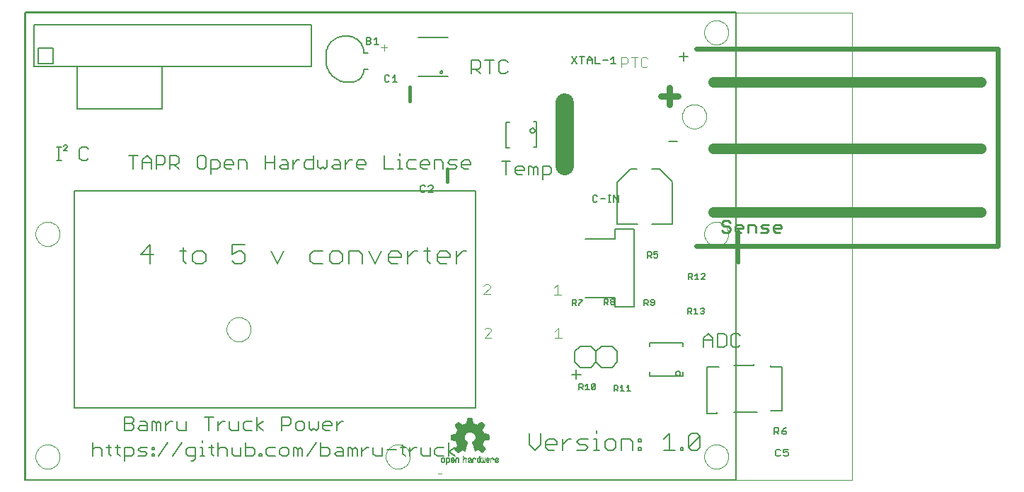
<source format=gto>
G75*
%MOIN*%
%OFA0B0*%
%FSLAX24Y24*%
%IPPOS*%
%LPD*%
%AMOC8*
5,1,8,0,0,1.08239X$1,22.5*
%
%ADD10C,0.0000*%
%ADD11C,0.0060*%
%ADD12C,0.0160*%
%ADD13C,0.0300*%
%ADD14C,0.0070*%
%ADD15C,0.0080*%
%ADD16C,0.0050*%
%ADD17C,0.0040*%
%ADD18C,0.0500*%
%ADD19C,0.0240*%
%ADD20C,0.0100*%
%ADD21C,0.0860*%
%ADD22R,0.0012X0.0001*%
%ADD23R,0.0015X0.0001*%
%ADD24R,0.0018X0.0001*%
%ADD25R,0.0021X0.0001*%
%ADD26R,0.0026X0.0002*%
%ADD27R,0.0030X0.0001*%
%ADD28R,0.0036X0.0001*%
%ADD29R,0.0039X0.0001*%
%ADD30R,0.0041X0.0001*%
%ADD31R,0.0042X0.0001*%
%ADD32R,0.0044X0.0001*%
%ADD33R,0.0045X0.0001*%
%ADD34R,0.0045X0.0002*%
%ADD35R,0.0007X0.0001*%
%ADD36R,0.0001X0.0001*%
%ADD37R,0.0006X0.0001*%
%ADD38R,0.0004X0.0001*%
%ADD39R,0.0006X0.0001*%
%ADD40R,0.0002X0.0001*%
%ADD41R,0.0003X0.0001*%
%ADD42R,0.0005X0.0001*%
%ADD43R,0.0049X0.0001*%
%ADD44R,0.0046X0.0001*%
%ADD45R,0.0003X0.0001*%
%ADD46R,0.0048X0.0001*%
%ADD47R,0.0022X0.0002*%
%ADD48R,0.0019X0.0002*%
%ADD49R,0.0025X0.0002*%
%ADD50R,0.0006X0.0002*%
%ADD51R,0.0009X0.0002*%
%ADD52R,0.0055X0.0002*%
%ADD53R,0.0048X0.0002*%
%ADD54R,0.0054X0.0002*%
%ADD55R,0.0056X0.0002*%
%ADD56R,0.0032X0.0001*%
%ADD57R,0.0031X0.0001*%
%ADD58R,0.0010X0.0001*%
%ADD59R,0.0059X0.0001*%
%ADD60R,0.0060X0.0001*%
%ADD61R,0.0051X0.0001*%
%ADD62R,0.0051X0.0001*%
%ADD63R,0.0014X0.0001*%
%ADD64R,0.0038X0.0001*%
%ADD65R,0.0013X0.0001*%
%ADD66R,0.0063X0.0001*%
%ADD67R,0.0016X0.0001*%
%ADD68R,0.0066X0.0001*%
%ADD69R,0.0056X0.0001*%
%ADD70R,0.0063X0.0001*%
%ADD71R,0.0066X0.0001*%
%ADD72R,0.0011X0.0001*%
%ADD73R,0.0012X0.0001*%
%ADD74R,0.0018X0.0001*%
%ADD75R,0.0065X0.0001*%
%ADD76R,0.0019X0.0001*%
%ADD77R,0.0071X0.0001*%
%ADD78R,0.0068X0.0001*%
%ADD79R,0.0062X0.0001*%
%ADD80R,0.0061X0.0001*%
%ADD81R,0.0023X0.0001*%
%ADD82R,0.0079X0.0001*%
%ADD83R,0.0064X0.0001*%
%ADD84R,0.0021X0.0001*%
%ADD85R,0.0076X0.0001*%
%ADD86R,0.0074X0.0001*%
%ADD87R,0.0123X0.0001*%
%ADD88R,0.0072X0.0001*%
%ADD89R,0.0024X0.0001*%
%ADD90R,0.0026X0.0001*%
%ADD91R,0.0025X0.0001*%
%ADD92R,0.0075X0.0001*%
%ADD93R,0.0086X0.0001*%
%ADD94R,0.0027X0.0001*%
%ADD95R,0.0081X0.0001*%
%ADD96R,0.0126X0.0001*%
%ADD97R,0.0029X0.0001*%
%ADD98R,0.0028X0.0001*%
%ADD99R,0.0033X0.0001*%
%ADD100R,0.0090X0.0001*%
%ADD101R,0.0157X0.0001*%
%ADD102R,0.0078X0.0001*%
%ADD103R,0.0091X0.0001*%
%ADD104R,0.0085X0.0001*%
%ADD105R,0.0129X0.0001*%
%ADD106R,0.0033X0.0001*%
%ADD107R,0.0081X0.0001*%
%ADD108R,0.0034X0.0001*%
%ADD109R,0.0094X0.0001*%
%ADD110R,0.0160X0.0001*%
%ADD111R,0.0088X0.0001*%
%ADD112R,0.0131X0.0001*%
%ADD113R,0.0089X0.0001*%
%ADD114R,0.0035X0.0001*%
%ADD115R,0.0083X0.0001*%
%ADD116R,0.0098X0.0001*%
%ADD117R,0.0164X0.0001*%
%ADD118R,0.0092X0.0001*%
%ADD119R,0.0132X0.0001*%
%ADD120R,0.0037X0.0001*%
%ADD121R,0.0084X0.0001*%
%ADD122R,0.0036X0.0001*%
%ADD123R,0.0101X0.0001*%
%ADD124R,0.0166X0.0001*%
%ADD125R,0.0099X0.0001*%
%ADD126R,0.0096X0.0002*%
%ADD127R,0.0134X0.0002*%
%ADD128R,0.0041X0.0002*%
%ADD129R,0.0031X0.0002*%
%ADD130R,0.0030X0.0002*%
%ADD131R,0.0084X0.0002*%
%ADD132R,0.0036X0.0002*%
%ADD133R,0.0033X0.0002*%
%ADD134R,0.0104X0.0002*%
%ADD135R,0.0170X0.0002*%
%ADD136R,0.0102X0.0001*%
%ADD137R,0.0136X0.0001*%
%ADD138R,0.0108X0.0001*%
%ADD139R,0.0173X0.0001*%
%ADD140R,0.0106X0.0001*%
%ADD141R,0.0141X0.0001*%
%ADD142R,0.0087X0.0001*%
%ADD143R,0.0111X0.0001*%
%ADD144R,0.0176X0.0001*%
%ADD145R,0.0109X0.0001*%
%ADD146R,0.0112X0.0001*%
%ADD147R,0.0142X0.0001*%
%ADD148R,0.0114X0.0001*%
%ADD149R,0.0177X0.0001*%
%ADD150R,0.0115X0.0001*%
%ADD151R,0.0144X0.0001*%
%ADD152R,0.0048X0.0001*%
%ADD153R,0.0117X0.0001*%
%ADD154R,0.0179X0.0001*%
%ADD155R,0.0118X0.0001*%
%ADD156R,0.0146X0.0001*%
%ADD157R,0.0120X0.0001*%
%ADD158R,0.0180X0.0001*%
%ADD159R,0.0119X0.0001*%
%ADD160R,0.0122X0.0001*%
%ADD161R,0.0181X0.0001*%
%ADD162R,0.0125X0.0001*%
%ADD163R,0.0147X0.0001*%
%ADD164R,0.0121X0.0001*%
%ADD165R,0.0126X0.0001*%
%ADD166R,0.0149X0.0001*%
%ADD167R,0.0093X0.0001*%
%ADD168R,0.0129X0.0001*%
%ADD169R,0.0184X0.0001*%
%ADD170R,0.0151X0.0001*%
%ADD171R,0.0128X0.0001*%
%ADD172R,0.0093X0.0001*%
%ADD173R,0.0187X0.0001*%
%ADD174R,0.0132X0.0002*%
%ADD175R,0.0153X0.0002*%
%ADD176R,0.0131X0.0002*%
%ADD177R,0.0046X0.0002*%
%ADD178R,0.0048X0.0002*%
%ADD179R,0.0094X0.0002*%
%ADD180R,0.0034X0.0002*%
%ADD181R,0.0189X0.0002*%
%ADD182R,0.0091X0.0002*%
%ADD183R,0.0134X0.0001*%
%ADD184R,0.0154X0.0001*%
%ADD185R,0.0057X0.0001*%
%ADD186R,0.0027X0.0001*%
%ADD187R,0.0190X0.0001*%
%ADD188R,0.0054X0.0001*%
%ADD189R,0.0053X0.0001*%
%ADD190R,0.0054X0.0001*%
%ADD191R,0.0139X0.0001*%
%ADD192R,0.0156X0.0001*%
%ADD193R,0.0052X0.0001*%
%ADD194R,0.0043X0.0001*%
%ADD195R,0.0039X0.0001*%
%ADD196R,0.0040X0.0001*%
%ADD197R,0.0147X0.0001*%
%ADD198R,0.0159X0.0001*%
%ADD199R,0.0145X0.0001*%
%ADD200R,0.0042X0.0001*%
%ADD201R,0.0047X0.0001*%
%ADD202R,0.0150X0.0001*%
%ADD203R,0.0161X0.0001*%
%ADD204R,0.0162X0.0001*%
%ADD205R,0.0153X0.0002*%
%ADD206R,0.0164X0.0002*%
%ADD207R,0.0151X0.0002*%
%ADD208R,0.0042X0.0002*%
%ADD209R,0.0038X0.0002*%
%ADD210R,0.0040X0.0002*%
%ADD211R,0.0069X0.0001*%
%ADD212R,0.0067X0.0001*%
%ADD213R,0.0069X0.0001*%
%ADD214R,0.0054X0.0002*%
%ADD215R,0.0051X0.0002*%
%ADD216R,0.0052X0.0002*%
%ADD217R,0.0035X0.0002*%
%ADD218R,0.0036X0.0002*%
%ADD219R,0.0032X0.0002*%
%ADD220R,0.0037X0.0002*%
%ADD221R,0.0039X0.0002*%
%ADD222R,0.0059X0.0002*%
%ADD223R,0.0042X0.0002*%
%ADD224R,0.0060X0.0002*%
%ADD225R,0.0061X0.0002*%
%ADD226R,0.0012X0.0002*%
%ADD227R,0.0008X0.0001*%
%ADD228R,0.0070X0.0001*%
%ADD229R,0.0072X0.0001*%
%ADD230R,0.0078X0.0001*%
%ADD231R,0.0082X0.0001*%
%ADD232R,0.0024X0.0001*%
%ADD233R,0.0089X0.0002*%
%ADD234R,0.0018X0.0002*%
%ADD235R,0.0079X0.0002*%
%ADD236R,0.0076X0.0002*%
%ADD237R,0.0096X0.0001*%
%ADD238R,0.0097X0.0001*%
%ADD239R,0.0087X0.0001*%
%ADD240R,0.0105X0.0001*%
%ADD241R,0.0108X0.0001*%
%ADD242R,0.0110X0.0001*%
%ADD243R,0.0113X0.0001*%
%ADD244R,0.0116X0.0001*%
%ADD245R,0.0117X0.0001*%
%ADD246R,0.0124X0.0002*%
%ADD247R,0.0114X0.0002*%
%ADD248R,0.0112X0.0002*%
%ADD249R,0.0129X0.0002*%
%ADD250R,0.0127X0.0001*%
%ADD251R,0.0084X0.0001*%
%ADD252R,0.0103X0.0001*%
%ADD253R,0.0096X0.0001*%
%ADD254R,0.0153X0.0001*%
%ADD255R,0.0156X0.0002*%
%ADD256R,0.0080X0.0002*%
%ADD257R,0.0081X0.0002*%
%ADD258R,0.0165X0.0001*%
%ADD259R,0.0055X0.0001*%
%ADD260R,0.0100X0.0001*%
%ADD261R,0.0009X0.0001*%
%ADD262R,0.0022X0.0001*%
%ADD263R,0.0044X0.0002*%
%ADD264R,0.0029X0.0002*%
%ADD265R,0.0057X0.0002*%
%ADD266R,0.0033X0.0002*%
%ADD267R,0.0049X0.0002*%
%ADD268R,0.0039X0.0002*%
%ADD269R,0.0053X0.0002*%
%ADD270R,0.0043X0.0002*%
%ADD271R,0.0058X0.0001*%
%ADD272R,0.0124X0.0001*%
%ADD273R,0.0144X0.0001*%
%ADD274R,0.0152X0.0001*%
%ADD275R,0.0155X0.0001*%
%ADD276R,0.0123X0.0001*%
%ADD277R,0.0153X0.0001*%
%ADD278R,0.0150X0.0002*%
%ADD279R,0.0139X0.0002*%
%ADD280R,0.0119X0.0002*%
%ADD281R,0.0120X0.0002*%
%ADD282R,0.0141X0.0002*%
%ADD283R,0.0118X0.0002*%
%ADD284R,0.0138X0.0001*%
%ADD285R,0.0114X0.0001*%
%ADD286R,0.0133X0.0001*%
%ADD287R,0.0132X0.0001*%
%ADD288R,0.0130X0.0001*%
%ADD289R,0.0104X0.0001*%
%ADD290R,0.0099X0.0001*%
%ADD291R,0.0135X0.0001*%
%ADD292R,0.0095X0.0001*%
%ADD293R,0.0126X0.0002*%
%ADD294R,0.0128X0.0002*%
%ADD295R,0.0082X0.0002*%
%ADD296R,0.0121X0.0002*%
%ADD297R,0.0024X0.0002*%
%ADD298R,0.0024X0.0002*%
%ADD299R,0.0081X0.0002*%
%ADD300R,0.0020X0.0001*%
%ADD301R,0.0017X0.0001*%
%ADD302R,0.0057X0.0001*%
%ADD303R,0.0090X0.0002*%
%ADD304R,0.0006X0.0002*%
%ADD305R,0.0050X0.0001*%
%ADD306R,0.0075X0.0002*%
%ADD307R,0.0158X0.0002*%
%ADD308R,0.0109X0.0002*%
%ADD309R,0.0168X0.0001*%
%ADD310R,0.0171X0.0001*%
%ADD311R,0.0172X0.0001*%
%ADD312R,0.0175X0.0001*%
%ADD313R,0.0186X0.0001*%
%ADD314R,0.0191X0.0001*%
%ADD315R,0.0194X0.0001*%
%ADD316R,0.0196X0.0002*%
%ADD317R,0.0149X0.0002*%
%ADD318R,0.0199X0.0001*%
%ADD319R,0.0204X0.0001*%
%ADD320R,0.0207X0.0001*%
%ADD321R,0.0158X0.0001*%
%ADD322R,0.0211X0.0001*%
%ADD323R,0.0216X0.0001*%
%ADD324R,0.0219X0.0001*%
%ADD325R,0.0169X0.0001*%
%ADD326R,0.0222X0.0001*%
%ADD327R,0.0224X0.0001*%
%ADD328R,0.0228X0.0001*%
%ADD329R,0.0234X0.0002*%
%ADD330R,0.0183X0.0002*%
%ADD331R,0.0239X0.0001*%
%ADD332R,0.0189X0.0001*%
%ADD333R,0.0241X0.0001*%
%ADD334R,0.0192X0.0001*%
%ADD335R,0.0243X0.0001*%
%ADD336R,0.0246X0.0001*%
%ADD337R,0.0196X0.0001*%
%ADD338R,0.0250X0.0001*%
%ADD339R,0.0201X0.0001*%
%ADD340R,0.0254X0.0001*%
%ADD341R,0.0258X0.0001*%
%ADD342R,0.0209X0.0001*%
%ADD343R,0.0263X0.0001*%
%ADD344R,0.0213X0.0001*%
%ADD345R,0.0267X0.0001*%
%ADD346R,0.0270X0.0002*%
%ADD347R,0.0066X0.0002*%
%ADD348R,0.0219X0.0002*%
%ADD349R,0.0271X0.0001*%
%ADD350R,0.0220X0.0001*%
%ADD351R,0.0274X0.0001*%
%ADD352R,0.0223X0.0001*%
%ADD353R,0.0278X0.0001*%
%ADD354R,0.0282X0.0001*%
%ADD355R,0.0231X0.0001*%
%ADD356R,0.0288X0.0001*%
%ADD357R,0.0236X0.0001*%
%ADD358R,0.0289X0.0001*%
%ADD359R,0.0292X0.0001*%
%ADD360R,0.0297X0.0001*%
%ADD361R,0.0300X0.0001*%
%ADD362R,0.0305X0.0002*%
%ADD363R,0.0101X0.0002*%
%ADD364R,0.0078X0.0002*%
%ADD365R,0.0251X0.0002*%
%ADD366R,0.0309X0.0001*%
%ADD367R,0.0255X0.0001*%
%ADD368R,0.0314X0.0001*%
%ADD369R,0.0316X0.0001*%
%ADD370R,0.0262X0.0001*%
%ADD371R,0.0319X0.0001*%
%ADD372R,0.0266X0.0001*%
%ADD373R,0.0321X0.0001*%
%ADD374R,0.0324X0.0001*%
%ADD375R,0.0270X0.0001*%
%ADD376R,0.0329X0.0001*%
%ADD377R,0.0275X0.0001*%
%ADD378R,0.0333X0.0001*%
%ADD379R,0.0279X0.0001*%
%ADD380R,0.0336X0.0001*%
%ADD381R,0.0284X0.0001*%
%ADD382R,0.0339X0.0002*%
%ADD383R,0.0286X0.0002*%
%ADD384R,0.0342X0.0001*%
%ADD385R,0.0491X0.0001*%
%ADD386R,0.0492X0.0001*%
%ADD387R,0.0294X0.0001*%
%ADD388R,0.0495X0.0001*%
%ADD389R,0.0299X0.0001*%
%ADD390R,0.0496X0.0001*%
%ADD391R,0.0301X0.0001*%
%ADD392R,0.0498X0.0001*%
%ADD393R,0.0304X0.0001*%
%ADD394R,0.0501X0.0001*%
%ADD395R,0.0308X0.0001*%
%ADD396R,0.0311X0.0001*%
%ADD397R,0.0504X0.0001*%
%ADD398R,0.0504X0.0002*%
%ADD399R,0.0318X0.0002*%
%ADD400R,0.0507X0.0001*%
%ADD401R,0.0323X0.0001*%
%ADD402R,0.0326X0.0001*%
%ADD403R,0.0508X0.0001*%
%ADD404R,0.0330X0.0001*%
%ADD405R,0.0510X0.0001*%
%ADD406R,0.0494X0.0001*%
%ADD407R,0.0512X0.0001*%
%ADD408R,0.0500X0.0001*%
%ADD409R,0.0513X0.0001*%
%ADD410R,0.0501X0.0001*%
%ADD411R,0.0513X0.0002*%
%ADD412R,0.0501X0.0002*%
%ADD413R,0.0503X0.0001*%
%ADD414R,0.0504X0.0001*%
%ADD415R,0.0506X0.0001*%
%ADD416R,0.0513X0.0001*%
%ADD417R,0.0509X0.0001*%
%ADD418R,0.0511X0.0001*%
%ADD419R,0.0514X0.0001*%
%ADD420R,0.0516X0.0001*%
%ADD421R,0.0513X0.0002*%
%ADD422R,0.0519X0.0002*%
%ADD423R,0.0519X0.0001*%
%ADD424R,0.0520X0.0001*%
%ADD425R,0.0522X0.0001*%
%ADD426R,0.0507X0.0001*%
%ADD427R,0.0509X0.0002*%
%ADD428R,0.0520X0.0002*%
%ADD429R,0.0522X0.0001*%
%ADD430R,0.0505X0.0001*%
%ADD431R,0.0502X0.0001*%
%ADD432R,0.0521X0.0001*%
%ADD433R,0.0503X0.0002*%
%ADD434R,0.0519X0.0002*%
%ADD435R,0.0519X0.0001*%
%ADD436R,0.0499X0.0001*%
%ADD437R,0.0517X0.0001*%
%ADD438R,0.0495X0.0002*%
%ADD439R,0.0514X0.0002*%
%ADD440R,0.0515X0.0001*%
%ADD441R,0.0492X0.0001*%
%ADD442R,0.0490X0.0001*%
%ADD443R,0.0490X0.0002*%
%ADD444R,0.0511X0.0002*%
%ADD445R,0.0489X0.0001*%
%ADD446R,0.0489X0.0001*%
%ADD447R,0.0488X0.0001*%
%ADD448R,0.0485X0.0001*%
%ADD449R,0.0483X0.0001*%
%ADD450R,0.0483X0.0002*%
%ADD451R,0.0507X0.0002*%
%ADD452R,0.0483X0.0001*%
%ADD453R,0.0481X0.0001*%
%ADD454R,0.0480X0.0001*%
%ADD455R,0.0480X0.0002*%
%ADD456R,0.0501X0.0002*%
%ADD457R,0.0479X0.0001*%
%ADD458R,0.0477X0.0001*%
%ADD459R,0.0477X0.0001*%
%ADD460R,0.0475X0.0001*%
%ADD461R,0.0474X0.0001*%
%ADD462R,0.0472X0.0001*%
%ADD463R,0.0472X0.0002*%
%ADD464R,0.0498X0.0002*%
%ADD465R,0.0471X0.0001*%
%ADD466R,0.0473X0.0001*%
%ADD467R,0.0471X0.0001*%
%ADD468R,0.0470X0.0001*%
%ADD469R,0.0468X0.0001*%
%ADD470R,0.0469X0.0001*%
%ADD471R,0.0468X0.0002*%
%ADD472R,0.0491X0.0002*%
%ADD473R,0.0466X0.0001*%
%ADD474R,0.0465X0.0001*%
%ADD475R,0.0464X0.0001*%
%ADD476R,0.0462X0.0001*%
%ADD477R,0.0462X0.0002*%
%ADD478R,0.0489X0.0002*%
%ADD479R,0.0461X0.0001*%
%ADD480R,0.0460X0.0001*%
%ADD481R,0.0459X0.0001*%
%ADD482R,0.0484X0.0001*%
%ADD483R,0.0457X0.0001*%
%ADD484R,0.0459X0.0001*%
%ADD485R,0.0458X0.0002*%
%ADD486R,0.0484X0.0002*%
%ADD487R,0.0456X0.0001*%
%ADD488R,0.0455X0.0001*%
%ADD489R,0.0453X0.0001*%
%ADD490R,0.0451X0.0001*%
%ADD491R,0.0453X0.0001*%
%ADD492R,0.0450X0.0001*%
%ADD493R,0.0451X0.0002*%
%ADD494R,0.0478X0.0001*%
%ADD495R,0.0449X0.0001*%
%ADD496R,0.0476X0.0001*%
%ADD497R,0.0447X0.0001*%
%ADD498R,0.0474X0.0001*%
%ADD499R,0.0449X0.0002*%
%ADD500R,0.0476X0.0002*%
%ADD501R,0.0454X0.0001*%
%ADD502R,0.0469X0.0002*%
%ADD503R,0.0468X0.0001*%
%ADD504R,0.0467X0.0001*%
%ADD505R,0.0473X0.0002*%
%ADD506R,0.0468X0.0002*%
%ADD507R,0.0486X0.0002*%
%ADD508R,0.0474X0.0002*%
%ADD509R,0.0487X0.0001*%
%ADD510R,0.0497X0.0001*%
%ADD511R,0.0486X0.0001*%
%ADD512R,0.0500X0.0002*%
%ADD513R,0.0487X0.0002*%
%ADD514R,0.0498X0.0001*%
%ADD515R,0.0524X0.0002*%
%ADD516R,0.0524X0.0001*%
%ADD517R,0.0525X0.0001*%
%ADD518R,0.0528X0.0001*%
%ADD519R,0.0529X0.0001*%
%ADD520R,0.0533X0.0001*%
%ADD521R,0.0534X0.0001*%
%ADD522R,0.0523X0.0001*%
%ADD523R,0.0536X0.0001*%
%ADD524R,0.0537X0.0002*%
%ADD525R,0.0527X0.0002*%
%ADD526R,0.0537X0.0001*%
%ADD527R,0.0528X0.0001*%
%ADD528R,0.0539X0.0001*%
%ADD529R,0.0530X0.0001*%
%ADD530R,0.0540X0.0001*%
%ADD531R,0.0541X0.0001*%
%ADD532R,0.0531X0.0001*%
%ADD533R,0.0543X0.0001*%
%ADD534R,0.0544X0.0001*%
%ADD535R,0.0546X0.0002*%
%ADD536R,0.0536X0.0002*%
%ADD537R,0.0547X0.0001*%
%ADD538R,0.0551X0.0001*%
%ADD539R,0.0552X0.0001*%
%ADD540R,0.0554X0.0001*%
%ADD541R,0.0555X0.0001*%
%ADD542R,0.0555X0.0002*%
%ADD543R,0.0547X0.0002*%
%ADD544R,0.0549X0.0001*%
%ADD545R,0.0548X0.0001*%
%ADD546R,0.0538X0.0001*%
%ADD547R,0.0537X0.0001*%
%ADD548R,0.0533X0.0002*%
%ADD549R,0.0531X0.0001*%
%ADD550R,0.0526X0.0001*%
%ADD551R,0.0518X0.0001*%
%ADD552R,0.0498X0.0002*%
%ADD553R,0.0496X0.0002*%
%ADD554R,0.0486X0.0001*%
%ADD555R,0.0485X0.0002*%
%ADD556R,0.0482X0.0001*%
%ADD557R,0.0477X0.0002*%
%ADD558R,0.0530X0.0002*%
%ADD559R,0.0464X0.0002*%
%ADD560R,0.0561X0.0001*%
%ADD561R,0.0570X0.0001*%
%ADD562R,0.0576X0.0001*%
%ADD563R,0.0581X0.0001*%
%ADD564R,0.0585X0.0001*%
%ADD565R,0.0589X0.0001*%
%ADD566R,0.0600X0.0002*%
%ADD567R,0.0614X0.0001*%
%ADD568R,0.0623X0.0001*%
%ADD569R,0.0630X0.0001*%
%ADD570R,0.0633X0.0001*%
%ADD571R,0.0638X0.0001*%
%ADD572R,0.0645X0.0001*%
%ADD573R,0.0657X0.0001*%
%ADD574R,0.0556X0.0001*%
%ADD575R,0.0669X0.0001*%
%ADD576R,0.0674X0.0001*%
%ADD577R,0.0579X0.0001*%
%ADD578R,0.0676X0.0002*%
%ADD579R,0.0585X0.0002*%
%ADD580R,0.0678X0.0001*%
%ADD581R,0.0590X0.0001*%
%ADD582R,0.0679X0.0001*%
%ADD583R,0.0596X0.0001*%
%ADD584R,0.0681X0.0001*%
%ADD585R,0.0606X0.0001*%
%ADD586R,0.0620X0.0001*%
%ADD587R,0.0682X0.0001*%
%ADD588R,0.0633X0.0001*%
%ADD589R,0.0684X0.0001*%
%ADD590R,0.0639X0.0001*%
%ADD591R,0.0649X0.0001*%
%ADD592R,0.0684X0.0001*%
%ADD593R,0.0655X0.0001*%
%ADD594R,0.0683X0.0002*%
%ADD595R,0.0664X0.0002*%
%ADD596R,0.0683X0.0001*%
%ADD597R,0.0670X0.0001*%
%ADD598R,0.0671X0.0001*%
%ADD599R,0.0681X0.0001*%
%ADD600R,0.0672X0.0001*%
%ADD601R,0.0680X0.0001*%
%ADD602R,0.0675X0.0001*%
%ADD603R,0.0676X0.0001*%
%ADD604R,0.0680X0.0002*%
%ADD605R,0.0678X0.0002*%
%ADD606R,0.0678X0.0001*%
%ADD607R,0.0675X0.0002*%
%ADD608R,0.0672X0.0002*%
%ADD609R,0.0672X0.0001*%
%ADD610R,0.0671X0.0002*%
%ADD611R,0.0670X0.0002*%
%ADD612R,0.0669X0.0001*%
%ADD613R,0.0667X0.0001*%
%ADD614R,0.0669X0.0002*%
%ADD615R,0.0667X0.0002*%
%ADD616R,0.0668X0.0001*%
%ADD617R,0.0666X0.0001*%
%ADD618R,0.0668X0.0002*%
%ADD619R,0.0666X0.0002*%
%ADD620R,0.0666X0.0001*%
%ADD621R,0.0664X0.0001*%
%ADD622R,0.0663X0.0001*%
%ADD623R,0.0666X0.0002*%
%ADD624R,0.0663X0.0002*%
%ADD625R,0.0665X0.0001*%
%ADD626R,0.0674X0.0002*%
%ADD627R,0.0677X0.0001*%
%ADD628R,0.0678X0.0002*%
%ADD629R,0.0682X0.0002*%
%ADD630R,0.0686X0.0001*%
%ADD631R,0.0686X0.0002*%
%ADD632R,0.0687X0.0001*%
%ADD633R,0.0689X0.0001*%
%ADD634R,0.0653X0.0001*%
%ADD635R,0.0641X0.0001*%
%ADD636R,0.0626X0.0001*%
%ADD637R,0.0616X0.0001*%
%ADD638R,0.0687X0.0001*%
%ADD639R,0.0612X0.0001*%
%ADD640R,0.0688X0.0001*%
%ADD641R,0.0606X0.0001*%
%ADD642R,0.0601X0.0001*%
%ADD643R,0.0591X0.0002*%
%ADD644R,0.0567X0.0001*%
%ADD645R,0.0560X0.0001*%
%ADD646R,0.0659X0.0001*%
%ADD647R,0.0516X0.0001*%
%ADD648R,0.0639X0.0001*%
%ADD649R,0.0502X0.0002*%
%ADD650R,0.0633X0.0002*%
%ADD651R,0.0608X0.0001*%
%ADD652R,0.0582X0.0001*%
%ADD653R,0.0577X0.0001*%
%ADD654R,0.0569X0.0002*%
%ADD655R,0.0546X0.0001*%
%ADD656R,0.0486X0.0002*%
%ADD657R,0.0493X0.0001*%
%ADD658R,0.0516X0.0002*%
%ADD659R,0.0532X0.0001*%
%ADD660R,0.0534X0.0002*%
%ADD661R,0.0535X0.0002*%
%ADD662R,0.0543X0.0001*%
%ADD663R,0.0553X0.0001*%
%ADD664R,0.0559X0.0001*%
%ADD665R,0.0564X0.0001*%
%ADD666R,0.0564X0.0001*%
%ADD667R,0.0567X0.0001*%
%ADD668R,0.0569X0.0001*%
%ADD669R,0.0570X0.0002*%
%ADD670R,0.0571X0.0002*%
%ADD671R,0.0571X0.0001*%
%ADD672R,0.0573X0.0001*%
%ADD673R,0.0574X0.0001*%
%ADD674R,0.0576X0.0001*%
%ADD675R,0.0600X0.0001*%
%ADD676R,0.0611X0.0001*%
%ADD677R,0.0618X0.0001*%
%ADD678R,0.0621X0.0001*%
%ADD679R,0.1269X0.0001*%
%ADD680R,0.1267X0.0001*%
%ADD681R,0.1266X0.0001*%
%ADD682R,0.1266X0.0002*%
%ADD683R,0.1264X0.0001*%
%ADD684R,0.1261X0.0001*%
%ADD685R,0.1260X0.0001*%
%ADD686R,0.1259X0.0001*%
%ADD687R,0.1256X0.0001*%
%ADD688R,0.1254X0.0001*%
%ADD689R,0.1253X0.0001*%
%ADD690R,0.1251X0.0001*%
%ADD691R,0.1251X0.0002*%
%ADD692R,0.1248X0.0001*%
%ADD693R,0.1245X0.0001*%
%ADD694R,0.1244X0.0001*%
%ADD695R,0.1242X0.0001*%
%ADD696R,0.1239X0.0001*%
%ADD697R,0.1237X0.0001*%
%ADD698R,0.1236X0.0002*%
%ADD699R,0.1233X0.0001*%
%ADD700R,0.1230X0.0001*%
%ADD701R,0.1229X0.0001*%
%ADD702R,0.1227X0.0001*%
%ADD703R,0.1226X0.0001*%
%ADD704R,0.1224X0.0001*%
%ADD705R,0.1223X0.0002*%
%ADD706R,0.1219X0.0001*%
%ADD707R,0.1216X0.0001*%
%ADD708R,0.1215X0.0001*%
%ADD709R,0.1214X0.0001*%
%ADD710R,0.1212X0.0001*%
%ADD711R,0.1209X0.0001*%
%ADD712R,0.1207X0.0002*%
%ADD713R,0.1206X0.0001*%
%ADD714R,0.1204X0.0001*%
%ADD715R,0.1201X0.0001*%
%ADD716R,0.1200X0.0001*%
%ADD717R,0.1199X0.0001*%
%ADD718R,0.1196X0.0001*%
%ADD719R,0.1194X0.0001*%
%ADD720R,0.1193X0.0001*%
%ADD721R,0.1191X0.0001*%
%ADD722R,0.1191X0.0002*%
%ADD723R,0.1188X0.0001*%
%ADD724R,0.1185X0.0001*%
%ADD725R,0.1184X0.0001*%
%ADD726R,0.1181X0.0001*%
%ADD727R,0.1177X0.0001*%
%ADD728R,0.1176X0.0001*%
%ADD729R,0.1174X0.0001*%
%ADD730R,0.1173X0.0001*%
%ADD731R,0.1170X0.0002*%
%ADD732R,0.1170X0.0001*%
%ADD733R,0.1169X0.0001*%
%ADD734R,0.1166X0.0001*%
%ADD735R,0.1164X0.0001*%
%ADD736R,0.1163X0.0001*%
%ADD737R,0.1163X0.0002*%
%ADD738R,0.1167X0.0001*%
%ADD739R,0.1171X0.0001*%
%ADD740R,0.1179X0.0001*%
%ADD741R,0.1182X0.0001*%
%ADD742R,0.1182X0.0002*%
%ADD743R,0.1188X0.0001*%
%ADD744R,0.1190X0.0001*%
%ADD745R,0.1197X0.0001*%
%ADD746R,0.1204X0.0002*%
%ADD747R,0.1207X0.0001*%
%ADD748R,0.1210X0.0001*%
%ADD749R,0.1213X0.0001*%
%ADD750R,0.1217X0.0001*%
%ADD751R,0.1218X0.0001*%
%ADD752R,0.1220X0.0001*%
%ADD753R,0.1221X0.0001*%
%ADD754R,0.1223X0.0001*%
%ADD755R,0.1226X0.0002*%
%ADD756R,0.1236X0.0001*%
%ADD757R,0.1239X0.0001*%
%ADD758R,0.1240X0.0001*%
%ADD759R,0.1243X0.0001*%
%ADD760R,0.1248X0.0002*%
%ADD761R,0.1248X0.0001*%
%ADD762R,0.1251X0.0001*%
%ADD763R,0.1257X0.0001*%
%ADD764R,0.1263X0.0001*%
%ADD765R,0.1267X0.0002*%
%ADD766R,0.1270X0.0001*%
%ADD767R,0.1274X0.0001*%
%ADD768R,0.1275X0.0001*%
%ADD769R,0.1278X0.0001*%
%ADD770R,0.1280X0.0001*%
%ADD771R,0.1281X0.0001*%
%ADD772R,0.1284X0.0001*%
%ADD773R,0.1286X0.0001*%
%ADD774R,0.1289X0.0001*%
%ADD775R,0.1290X0.0002*%
%ADD776R,0.1291X0.0001*%
%ADD777R,0.1294X0.0001*%
%ADD778R,0.1296X0.0001*%
%ADD779R,0.1299X0.0001*%
%ADD780R,0.1300X0.0001*%
%ADD781R,0.1302X0.0001*%
%ADD782R,0.1304X0.0001*%
%ADD783R,0.1306X0.0001*%
%ADD784R,0.1308X0.0001*%
%ADD785R,0.1311X0.0002*%
%ADD786R,0.1313X0.0001*%
%ADD787R,0.1316X0.0001*%
%ADD788R,0.1317X0.0001*%
%ADD789R,0.1320X0.0001*%
%ADD790R,0.1323X0.0001*%
%ADD791R,0.1326X0.0001*%
%ADD792R,0.1329X0.0001*%
%ADD793R,0.1332X0.0002*%
%ADD794R,0.1335X0.0001*%
%ADD795R,0.1336X0.0001*%
%ADD796R,0.1340X0.0001*%
%ADD797R,0.1343X0.0001*%
%ADD798R,0.1346X0.0001*%
%ADD799R,0.1347X0.0001*%
%ADD800R,0.1350X0.0001*%
%ADD801R,0.1353X0.0002*%
%ADD802R,0.1356X0.0001*%
%ADD803R,0.1357X0.0001*%
%ADD804R,0.1360X0.0001*%
%ADD805R,0.1364X0.0001*%
%ADD806R,0.1365X0.0001*%
%ADD807R,0.1368X0.0001*%
%ADD808R,0.1369X0.0001*%
%ADD809R,0.1373X0.0001*%
%ADD810R,0.1374X0.0002*%
%ADD811R,0.1377X0.0001*%
%ADD812R,0.1379X0.0001*%
%ADD813R,0.1380X0.0001*%
%ADD814R,0.1383X0.0001*%
%ADD815R,0.1386X0.0001*%
%ADD816R,0.1387X0.0001*%
%ADD817R,0.1391X0.0001*%
%ADD818R,0.1394X0.0001*%
%ADD819R,0.1395X0.0002*%
%ADD820R,0.1398X0.0001*%
%ADD821R,0.1401X0.0001*%
%ADD822R,0.1403X0.0001*%
%ADD823R,0.1406X0.0001*%
%ADD824R,0.1407X0.0001*%
%ADD825R,0.1409X0.0001*%
%ADD826R,0.1411X0.0001*%
%ADD827R,0.1414X0.0001*%
%ADD828R,0.1416X0.0002*%
%ADD829R,0.1419X0.0001*%
%ADD830R,0.1421X0.0001*%
%ADD831R,0.1422X0.0001*%
%ADD832R,0.1424X0.0001*%
%ADD833R,0.1426X0.0001*%
%ADD834R,0.1428X0.0001*%
%ADD835R,0.1429X0.0002*%
%ADD836R,0.1429X0.0001*%
%ADD837R,0.1425X0.0001*%
%ADD838R,0.1421X0.0002*%
%ADD839R,0.1418X0.0001*%
%ADD840R,0.1416X0.0001*%
%ADD841R,0.1413X0.0001*%
%ADD842R,0.1410X0.0001*%
%ADD843R,0.1404X0.0001*%
%ADD844R,0.1401X0.0001*%
%ADD845R,0.0346X0.0001*%
%ADD846R,0.1044X0.0001*%
%ADD847R,0.0342X0.0002*%
%ADD848R,0.1040X0.0002*%
%ADD849R,0.0337X0.0001*%
%ADD850R,0.1034X0.0001*%
%ADD851R,0.0357X0.0001*%
%ADD852R,0.0660X0.0001*%
%ADD853R,0.0353X0.0001*%
%ADD854R,0.0327X0.0001*%
%ADD855R,0.0349X0.0001*%
%ADD856R,0.0321X0.0001*%
%ADD857R,0.0648X0.0001*%
%ADD858R,0.0344X0.0001*%
%ADD859R,0.0317X0.0001*%
%ADD860R,0.0339X0.0001*%
%ADD861R,0.0312X0.0001*%
%ADD862R,0.0631X0.0001*%
%ADD863R,0.0334X0.0001*%
%ADD864R,0.0309X0.0001*%
%ADD865R,0.0307X0.0002*%
%ADD866R,0.0623X0.0002*%
%ADD867R,0.0327X0.0002*%
%ADD868R,0.0618X0.0001*%
%ADD869R,0.0297X0.0001*%
%ADD870R,0.0607X0.0001*%
%ADD871R,0.0320X0.0001*%
%ADD872R,0.0293X0.0001*%
%ADD873R,0.0599X0.0001*%
%ADD874R,0.0313X0.0001*%
%ADD875R,0.0285X0.0001*%
%ADD876R,0.0584X0.0001*%
%ADD877R,0.0303X0.0001*%
%ADD878R,0.0281X0.0001*%
%ADD879R,0.0273X0.0002*%
%ADD880R,0.0563X0.0002*%
%ADD881R,0.0293X0.0002*%
%ADD882R,0.0264X0.0001*%
%ADD883R,0.0259X0.0001*%
%ADD884R,0.0256X0.0001*%
%ADD885R,0.0276X0.0001*%
%ADD886R,0.0252X0.0001*%
%ADD887R,0.0273X0.0001*%
%ADD888R,0.0248X0.0001*%
%ADD889R,0.0269X0.0001*%
%ADD890R,0.0245X0.0001*%
%ADD891R,0.0240X0.0001*%
%ADD892R,0.0237X0.0002*%
%ADD893R,0.0256X0.0002*%
%ADD894R,0.0234X0.0001*%
%ADD895R,0.0232X0.0001*%
%ADD896R,0.0251X0.0001*%
%ADD897R,0.0228X0.0001*%
%ADD898R,0.0246X0.0001*%
%ADD899R,0.0456X0.0001*%
%ADD900R,0.0219X0.0001*%
%ADD901R,0.0444X0.0001*%
%ADD902R,0.0237X0.0001*%
%ADD903R,0.0214X0.0001*%
%ADD904R,0.0436X0.0001*%
%ADD905R,0.0432X0.0001*%
%ADD906R,0.0231X0.0001*%
%ADD907R,0.0210X0.0001*%
%ADD908R,0.0426X0.0001*%
%ADD909R,0.0420X0.0001*%
%ADD910R,0.0226X0.0001*%
%ADD911R,0.0204X0.0002*%
%ADD912R,0.0409X0.0002*%
%ADD913R,0.0222X0.0002*%
%ADD914R,0.0391X0.0001*%
%ADD915R,0.0217X0.0001*%
%ADD916R,0.0376X0.0001*%
%ADD917R,0.0368X0.0001*%
%ADD918R,0.0189X0.0001*%
%ADD919R,0.0361X0.0001*%
%ADD920R,0.0206X0.0001*%
%ADD921R,0.0186X0.0001*%
%ADD922R,0.0356X0.0001*%
%ADD923R,0.0345X0.0001*%
%ADD924R,0.0331X0.0001*%
%ADD925R,0.0168X0.0001*%
%ADD926R,0.0165X0.0002*%
%ADD927R,0.0162X0.0001*%
%ADD928R,0.0324X0.0001*%
%ADD929R,0.0174X0.0001*%
%ADD930R,0.0167X0.0001*%
%ADD931R,0.0163X0.0001*%
%ADD932R,0.0141X0.0001*%
%ADD933R,0.0140X0.0001*%
%ADD934R,0.0137X0.0001*%
%ADD935R,0.0129X0.0002*%
%ADD936R,0.0321X0.0002*%
%ADD937R,0.0146X0.0002*%
%ADD938R,0.0111X0.0001*%
%ADD939R,0.0318X0.0001*%
%ADD940R,0.0315X0.0001*%
%ADD941R,0.0315X0.0002*%
%ADD942R,0.0105X0.0002*%
%ADD943R,0.0311X0.0002*%
%ADD944R,0.0066X0.0002*%
%ADD945R,0.0307X0.0001*%
%ADD946R,0.0306X0.0001*%
%ADD947R,0.0300X0.0002*%
%ADD948R,0.0296X0.0001*%
%ADD949R,0.0294X0.0002*%
%ADD950R,0.0294X0.0001*%
%ADD951R,0.0291X0.0001*%
%ADD952R,0.0291X0.0002*%
%ADD953R,0.0286X0.0001*%
%ADD954R,0.0281X0.0002*%
%ADD955R,0.0277X0.0001*%
%ADD956R,0.0276X0.0001*%
%ADD957R,0.0266X0.0002*%
%ADD958R,0.0264X0.0001*%
%ADD959R,0.0261X0.0001*%
%ADD960R,0.0259X0.0002*%
%ADD961R,0.0254X0.0002*%
%ADD962R,0.0248X0.0002*%
%ADD963R,0.0218X0.0002*%
D10*
X000100Y000185D02*
X000100Y022232D01*
X039076Y022232D01*
X039076Y000185D01*
X000100Y000185D01*
X000623Y001301D02*
X000625Y001348D01*
X000631Y001395D01*
X000640Y001441D01*
X000654Y001486D01*
X000671Y001530D01*
X000692Y001573D01*
X000716Y001613D01*
X000743Y001652D01*
X000774Y001688D01*
X000807Y001721D01*
X000843Y001752D01*
X000882Y001779D01*
X000922Y001803D01*
X000965Y001824D01*
X001009Y001841D01*
X001054Y001855D01*
X001100Y001864D01*
X001147Y001870D01*
X001194Y001872D01*
X001241Y001870D01*
X001288Y001864D01*
X001334Y001855D01*
X001379Y001841D01*
X001423Y001824D01*
X001466Y001803D01*
X001506Y001779D01*
X001545Y001752D01*
X001581Y001721D01*
X001614Y001688D01*
X001645Y001652D01*
X001672Y001613D01*
X001696Y001573D01*
X001717Y001530D01*
X001734Y001486D01*
X001748Y001441D01*
X001757Y001395D01*
X001763Y001348D01*
X001765Y001301D01*
X001763Y001254D01*
X001757Y001207D01*
X001748Y001161D01*
X001734Y001116D01*
X001717Y001072D01*
X001696Y001029D01*
X001672Y000989D01*
X001645Y000950D01*
X001614Y000914D01*
X001581Y000881D01*
X001545Y000850D01*
X001506Y000823D01*
X001466Y000799D01*
X001423Y000778D01*
X001379Y000761D01*
X001334Y000747D01*
X001288Y000738D01*
X001241Y000732D01*
X001194Y000730D01*
X001147Y000732D01*
X001100Y000738D01*
X001054Y000747D01*
X001009Y000761D01*
X000965Y000778D01*
X000922Y000799D01*
X000882Y000823D01*
X000843Y000850D01*
X000807Y000881D01*
X000774Y000914D01*
X000743Y000950D01*
X000716Y000989D01*
X000692Y001029D01*
X000671Y001072D01*
X000654Y001116D01*
X000640Y001161D01*
X000631Y001207D01*
X000625Y001254D01*
X000623Y001301D01*
X009623Y007301D02*
X009625Y007348D01*
X009631Y007395D01*
X009640Y007441D01*
X009654Y007486D01*
X009671Y007530D01*
X009692Y007573D01*
X009716Y007613D01*
X009743Y007652D01*
X009774Y007688D01*
X009807Y007721D01*
X009843Y007752D01*
X009882Y007779D01*
X009922Y007803D01*
X009965Y007824D01*
X010009Y007841D01*
X010054Y007855D01*
X010100Y007864D01*
X010147Y007870D01*
X010194Y007872D01*
X010241Y007870D01*
X010288Y007864D01*
X010334Y007855D01*
X010379Y007841D01*
X010423Y007824D01*
X010466Y007803D01*
X010506Y007779D01*
X010545Y007752D01*
X010581Y007721D01*
X010614Y007688D01*
X010645Y007652D01*
X010672Y007613D01*
X010696Y007573D01*
X010717Y007530D01*
X010734Y007486D01*
X010748Y007441D01*
X010757Y007395D01*
X010763Y007348D01*
X010765Y007301D01*
X010763Y007254D01*
X010757Y007207D01*
X010748Y007161D01*
X010734Y007116D01*
X010717Y007072D01*
X010696Y007029D01*
X010672Y006989D01*
X010645Y006950D01*
X010614Y006914D01*
X010581Y006881D01*
X010545Y006850D01*
X010506Y006823D01*
X010466Y006799D01*
X010423Y006778D01*
X010379Y006761D01*
X010334Y006747D01*
X010288Y006738D01*
X010241Y006732D01*
X010194Y006730D01*
X010147Y006732D01*
X010100Y006738D01*
X010054Y006747D01*
X010009Y006761D01*
X009965Y006778D01*
X009922Y006799D01*
X009882Y006823D01*
X009843Y006850D01*
X009807Y006881D01*
X009774Y006914D01*
X009743Y006950D01*
X009716Y006989D01*
X009692Y007029D01*
X009671Y007072D01*
X009654Y007116D01*
X009640Y007161D01*
X009631Y007207D01*
X009625Y007254D01*
X009623Y007301D01*
X000623Y011801D02*
X000625Y011848D01*
X000631Y011895D01*
X000640Y011941D01*
X000654Y011986D01*
X000671Y012030D01*
X000692Y012073D01*
X000716Y012113D01*
X000743Y012152D01*
X000774Y012188D01*
X000807Y012221D01*
X000843Y012252D01*
X000882Y012279D01*
X000922Y012303D01*
X000965Y012324D01*
X001009Y012341D01*
X001054Y012355D01*
X001100Y012364D01*
X001147Y012370D01*
X001194Y012372D01*
X001241Y012370D01*
X001288Y012364D01*
X001334Y012355D01*
X001379Y012341D01*
X001423Y012324D01*
X001466Y012303D01*
X001506Y012279D01*
X001545Y012252D01*
X001581Y012221D01*
X001614Y012188D01*
X001645Y012152D01*
X001672Y012113D01*
X001696Y012073D01*
X001717Y012030D01*
X001734Y011986D01*
X001748Y011941D01*
X001757Y011895D01*
X001763Y011848D01*
X001765Y011801D01*
X001763Y011754D01*
X001757Y011707D01*
X001748Y011661D01*
X001734Y011616D01*
X001717Y011572D01*
X001696Y011529D01*
X001672Y011489D01*
X001645Y011450D01*
X001614Y011414D01*
X001581Y011381D01*
X001545Y011350D01*
X001506Y011323D01*
X001466Y011299D01*
X001423Y011278D01*
X001379Y011261D01*
X001334Y011247D01*
X001288Y011238D01*
X001241Y011232D01*
X001194Y011230D01*
X001147Y011232D01*
X001100Y011238D01*
X001054Y011247D01*
X001009Y011261D01*
X000965Y011278D01*
X000922Y011299D01*
X000882Y011323D01*
X000843Y011350D01*
X000807Y011381D01*
X000774Y011414D01*
X000743Y011450D01*
X000716Y011489D01*
X000692Y011529D01*
X000671Y011572D01*
X000654Y011616D01*
X000640Y011661D01*
X000631Y011707D01*
X000625Y011754D01*
X000623Y011801D01*
X017123Y001301D02*
X017125Y001348D01*
X017131Y001395D01*
X017140Y001441D01*
X017154Y001486D01*
X017171Y001530D01*
X017192Y001573D01*
X017216Y001613D01*
X017243Y001652D01*
X017274Y001688D01*
X017307Y001721D01*
X017343Y001752D01*
X017382Y001779D01*
X017422Y001803D01*
X017465Y001824D01*
X017509Y001841D01*
X017554Y001855D01*
X017600Y001864D01*
X017647Y001870D01*
X017694Y001872D01*
X017741Y001870D01*
X017788Y001864D01*
X017834Y001855D01*
X017879Y001841D01*
X017923Y001824D01*
X017966Y001803D01*
X018006Y001779D01*
X018045Y001752D01*
X018081Y001721D01*
X018114Y001688D01*
X018145Y001652D01*
X018172Y001613D01*
X018196Y001573D01*
X018217Y001530D01*
X018234Y001486D01*
X018248Y001441D01*
X018257Y001395D01*
X018263Y001348D01*
X018265Y001301D01*
X018263Y001254D01*
X018257Y001207D01*
X018248Y001161D01*
X018234Y001116D01*
X018217Y001072D01*
X018196Y001029D01*
X018172Y000989D01*
X018145Y000950D01*
X018114Y000914D01*
X018081Y000881D01*
X018045Y000850D01*
X018006Y000823D01*
X017966Y000799D01*
X017923Y000778D01*
X017879Y000761D01*
X017834Y000747D01*
X017788Y000738D01*
X017741Y000732D01*
X017694Y000730D01*
X017647Y000732D01*
X017600Y000738D01*
X017554Y000747D01*
X017509Y000761D01*
X017465Y000778D01*
X017422Y000799D01*
X017382Y000823D01*
X017343Y000850D01*
X017307Y000881D01*
X017274Y000914D01*
X017243Y000950D01*
X017216Y000989D01*
X017192Y001029D01*
X017171Y001072D01*
X017154Y001116D01*
X017140Y001161D01*
X017131Y001207D01*
X017125Y001254D01*
X017123Y001301D01*
X019588Y000495D02*
X019590Y000497D01*
X019590Y000495D01*
X019590Y000495D01*
X019591Y000495D01*
X019591Y000495D01*
X019591Y000497D01*
X019592Y000496D02*
X019592Y000496D01*
X019592Y000496D01*
X019593Y000496D01*
X019592Y000496D01*
X019593Y000495D02*
X019593Y000496D01*
X019593Y000495D02*
X019593Y000493D01*
X019592Y000492D01*
X019591Y000492D01*
X019591Y000493D01*
X019591Y000495D01*
X019592Y000495D02*
X019593Y000495D01*
X019593Y000495D01*
X019594Y000495D02*
X019594Y000496D01*
X019595Y000496D01*
X019595Y000496D01*
X019595Y000496D01*
X019594Y000496D01*
X019594Y000496D01*
X019594Y000495D02*
X019594Y000495D01*
X019595Y000495D01*
X019595Y000496D01*
X019596Y000496D01*
X019596Y000496D01*
X019597Y000496D02*
X019597Y000496D01*
X019597Y000496D01*
X019598Y000496D01*
X019597Y000496D01*
X019598Y000495D02*
X019598Y000496D01*
X019598Y000495D02*
X019598Y000495D01*
X019597Y000495D01*
X019597Y000494D02*
X019598Y000494D01*
X019598Y000493D01*
X019598Y000492D02*
X019597Y000492D01*
X019596Y000493D01*
X019595Y000493D01*
X019594Y000493D01*
X019594Y000494D01*
X019594Y000494D01*
X019596Y000494D01*
X019597Y000494D01*
X019596Y000493D02*
X019596Y000494D01*
X019596Y000493D02*
X019598Y000493D01*
X019598Y000494D02*
X019598Y000494D01*
X019599Y000495D02*
X019600Y000497D01*
X019601Y000496D02*
X019601Y000496D01*
X019602Y000496D01*
X019602Y000495D01*
X019601Y000495D01*
X019601Y000495D01*
X019601Y000496D01*
X019602Y000496D02*
X019603Y000496D01*
X019603Y000496D01*
X019604Y000496D01*
X019604Y000495D01*
X019605Y000495D01*
X019606Y000495D01*
X019606Y000496D01*
X019607Y000496D01*
X019607Y000496D01*
X019608Y000496D02*
X019608Y000495D01*
X019609Y000495D01*
X019609Y000496D01*
X019610Y000496D01*
X019611Y000496D01*
X019611Y000496D01*
X019611Y000496D01*
X019609Y000496D01*
X019609Y000495D01*
X019609Y000494D01*
X019608Y000494D01*
X019609Y000494D01*
X019609Y000492D01*
X019609Y000491D01*
X019608Y000491D01*
X019608Y000492D02*
X019609Y000492D01*
X019610Y000493D02*
X019610Y000494D01*
X019610Y000494D01*
X019611Y000494D01*
X019612Y000494D01*
X019612Y000493D01*
X019613Y000493D02*
X019613Y000492D01*
X019614Y000492D01*
X019615Y000493D01*
X019615Y000494D01*
X019614Y000494D01*
X019613Y000494D01*
X019613Y000494D01*
X019613Y000493D01*
X019612Y000493D02*
X019610Y000493D01*
X019610Y000492D01*
X019611Y000492D01*
X019611Y000495D02*
X019611Y000497D01*
X019611Y000496D02*
X019612Y000496D01*
X019612Y000496D01*
X019612Y000495D01*
X019613Y000495D02*
X019613Y000496D01*
X019614Y000496D01*
X019614Y000495D01*
X019613Y000495D01*
X019613Y000495D01*
X019613Y000496D02*
X019614Y000496D01*
X019614Y000496D01*
X019615Y000496D02*
X019615Y000496D01*
X019615Y000495D01*
X019615Y000495D01*
X019616Y000495D01*
X019616Y000497D01*
X019617Y000497D02*
X019617Y000497D01*
X019617Y000495D01*
X019617Y000495D01*
X019616Y000494D02*
X019617Y000494D01*
X019618Y000494D02*
X019618Y000493D01*
X019618Y000492D01*
X019620Y000492D01*
X019620Y000494D01*
X019621Y000494D01*
X019622Y000494D01*
X019622Y000493D01*
X019622Y000492D02*
X019621Y000492D01*
X019620Y000493D01*
X019620Y000494D01*
X019621Y000494D01*
X019621Y000495D01*
X019620Y000495D01*
X019620Y000495D01*
X019620Y000496D01*
X019619Y000496D02*
X019619Y000496D01*
X019619Y000496D01*
X019618Y000496D01*
X019618Y000496D01*
X019618Y000495D01*
X019618Y000495D01*
X019619Y000495D01*
X019620Y000494D02*
X019618Y000494D01*
X019618Y000494D01*
X019616Y000494D02*
X019615Y000493D01*
X019615Y000492D02*
X019615Y000494D01*
X019615Y000496D02*
X019616Y000496D01*
X019618Y000496D02*
X019619Y000496D01*
X019621Y000496D02*
X019621Y000495D01*
X019623Y000497D01*
X019624Y000497D01*
X019625Y000497D01*
X019625Y000495D01*
X019625Y000495D01*
X019625Y000496D01*
X019625Y000496D01*
X019626Y000496D01*
X019626Y000496D01*
X019626Y000495D01*
X019626Y000495D01*
X019625Y000495D01*
X019624Y000495D01*
X019623Y000495D01*
X019623Y000497D01*
X019623Y000495D02*
X019623Y000492D01*
X019622Y000493D02*
X019620Y000493D01*
X019620Y000492D02*
X019619Y000491D01*
X019619Y000491D01*
X019622Y000494D02*
X019622Y000494D01*
X019623Y000494D02*
X019624Y000494D01*
X019625Y000494D01*
X019625Y000492D01*
X019626Y000493D02*
X019626Y000493D01*
X019626Y000492D01*
X019628Y000492D01*
X019628Y000494D01*
X019627Y000494D01*
X019626Y000494D01*
X019626Y000493D02*
X019628Y000493D01*
X019629Y000493D02*
X019629Y000494D01*
X019629Y000494D01*
X019631Y000494D01*
X019631Y000495D02*
X019631Y000496D01*
X019631Y000496D01*
X019631Y000496D01*
X019630Y000496D01*
X019630Y000495D01*
X019629Y000495D01*
X019629Y000495D01*
X019629Y000496D01*
X019628Y000496D02*
X019627Y000496D01*
X019627Y000495D01*
X019628Y000495D01*
X019627Y000495D02*
X019627Y000495D01*
X019627Y000496D02*
X019627Y000496D01*
X019625Y000494D02*
X019625Y000494D01*
X019629Y000492D02*
X019629Y000493D01*
X019629Y000492D02*
X019631Y000492D01*
X019632Y000492D01*
X019632Y000495D01*
X019632Y000496D01*
X019631Y000496D01*
X019630Y000495D02*
X019630Y000496D01*
X019631Y000495D02*
X019631Y000492D01*
X019633Y000493D02*
X019633Y000494D01*
X019634Y000494D01*
X019635Y000494D01*
X019635Y000493D01*
X019633Y000493D01*
X019634Y000492D01*
X019635Y000492D01*
X019636Y000493D02*
X019636Y000492D01*
X019638Y000492D01*
X019637Y000491D01*
X019637Y000491D01*
X019638Y000492D02*
X019638Y000494D01*
X019638Y000495D02*
X019638Y000495D01*
X019637Y000495D01*
X019636Y000495D01*
X019636Y000497D01*
X019636Y000496D02*
X019637Y000496D01*
X019637Y000496D01*
X019637Y000496D01*
X019638Y000496D01*
X019637Y000496D01*
X019638Y000495D02*
X019638Y000496D01*
X019639Y000495D02*
X019640Y000497D01*
X019641Y000497D02*
X019642Y000495D01*
X019642Y000497D01*
X019643Y000497D02*
X019644Y000497D01*
X019644Y000496D01*
X019644Y000496D01*
X019644Y000495D01*
X019644Y000495D01*
X019645Y000495D01*
X019645Y000496D01*
X019644Y000496D01*
X019644Y000496D01*
X019643Y000496D01*
X019643Y000495D02*
X019641Y000495D01*
X019641Y000497D01*
X019643Y000495D02*
X019643Y000497D01*
X019644Y000497D02*
X019644Y000497D01*
X019645Y000497D02*
X019645Y000497D01*
X019646Y000496D02*
X019646Y000496D01*
X019646Y000497D02*
X019646Y000495D01*
X019646Y000495D01*
X019646Y000494D02*
X019645Y000494D01*
X019644Y000494D01*
X019644Y000493D01*
X019645Y000492D01*
X019646Y000492D01*
X019646Y000493D01*
X019646Y000494D01*
X019646Y000494D01*
X019647Y000494D02*
X019647Y000493D01*
X019647Y000492D01*
X019649Y000492D01*
X019650Y000493D02*
X019650Y000492D01*
X019652Y000492D01*
X019652Y000494D01*
X019653Y000494D01*
X019654Y000494D01*
X019654Y000492D01*
X019653Y000492D02*
X019653Y000494D01*
X019653Y000494D01*
X019652Y000494D02*
X019652Y000492D01*
X019650Y000494D02*
X019650Y000493D01*
X019649Y000494D02*
X019647Y000494D01*
X019647Y000494D01*
X019647Y000495D02*
X019647Y000496D01*
X019648Y000495D01*
X019648Y000497D01*
X019649Y000496D02*
X019649Y000496D01*
X019650Y000496D01*
X019650Y000496D01*
X019650Y000495D01*
X019650Y000495D01*
X019650Y000496D01*
X019651Y000496D01*
X019652Y000496D01*
X019653Y000496D01*
X019654Y000496D01*
X019654Y000496D01*
X019654Y000495D01*
X019654Y000495D01*
X019655Y000495D01*
X019655Y000496D02*
X019654Y000496D01*
X019655Y000496D01*
X019655Y000496D01*
X019655Y000496D01*
X019656Y000495D02*
X019656Y000496D01*
X019657Y000496D01*
X019657Y000496D01*
X019657Y000495D02*
X019659Y000497D01*
X019660Y000496D01*
X019660Y000497D01*
X019660Y000495D01*
X019659Y000494D02*
X019660Y000494D01*
X019660Y000492D01*
X019661Y000493D02*
X019662Y000492D01*
X019663Y000492D02*
X019664Y000492D01*
X019665Y000493D01*
X019664Y000493D01*
X019663Y000493D01*
X019663Y000494D01*
X019663Y000494D01*
X019665Y000494D01*
X019665Y000495D02*
X019665Y000496D01*
X019665Y000496D01*
X019664Y000496D02*
X019663Y000496D01*
X019663Y000496D01*
X019663Y000495D01*
X019663Y000495D01*
X019664Y000495D01*
X019664Y000497D01*
X019665Y000497D02*
X019665Y000497D01*
X019666Y000496D02*
X019667Y000496D01*
X019667Y000495D01*
X019666Y000495D01*
X019666Y000495D01*
X019666Y000496D01*
X019667Y000496D01*
X019667Y000496D01*
X019667Y000495D02*
X019665Y000492D01*
X019665Y000495D02*
X019665Y000495D01*
X019668Y000495D02*
X019669Y000497D01*
X019669Y000495D01*
X019671Y000495D01*
X019672Y000496D01*
X019673Y000496D01*
X019673Y000495D01*
X019673Y000494D01*
X019672Y000494D01*
X019671Y000494D01*
X019672Y000495D02*
X019671Y000495D01*
X019672Y000495D01*
X019673Y000495D01*
X019672Y000495D01*
X019673Y000496D02*
X019673Y000495D01*
X019673Y000495D01*
X019674Y000495D01*
X019674Y000496D01*
X019673Y000496D01*
X019673Y000496D01*
X019672Y000496D01*
X019672Y000496D01*
X019671Y000495D02*
X019671Y000492D01*
X019672Y000492D01*
X019673Y000493D01*
X019673Y000493D01*
X019672Y000494D01*
X019674Y000494D02*
X019674Y000494D01*
X019674Y000495D01*
X019674Y000496D01*
X019675Y000497D02*
X019675Y000497D01*
X019675Y000495D01*
X019676Y000495D01*
X019676Y000493D01*
X019676Y000492D01*
X019677Y000492D02*
X019678Y000493D01*
X019679Y000492D01*
X019679Y000495D01*
X019680Y000495D02*
X019680Y000495D01*
X019681Y000495D01*
X019681Y000495D01*
X019681Y000497D01*
X019681Y000497D01*
X019680Y000497D01*
X019680Y000497D01*
X019680Y000495D01*
X019681Y000494D02*
X019680Y000494D01*
X019680Y000493D01*
X019681Y000492D01*
X019682Y000492D01*
X019682Y000493D01*
X019682Y000494D01*
X019682Y000494D01*
X019681Y000494D01*
X019682Y000495D02*
X019682Y000495D01*
X019683Y000495D01*
X019683Y000497D01*
X019683Y000497D01*
X019682Y000497D01*
X019682Y000497D01*
X019682Y000496D01*
X019683Y000496D01*
X019685Y000496D01*
X019686Y000496D02*
X019686Y000495D01*
X019686Y000497D01*
X019685Y000497D02*
X019685Y000495D01*
X019686Y000496D01*
X019687Y000497D02*
X019687Y000495D01*
X019688Y000495D01*
X019688Y000492D01*
X019686Y000492D01*
X019686Y000493D01*
X019686Y000494D01*
X019688Y000494D01*
X019689Y000494D01*
X019690Y000494D01*
X019690Y000493D01*
X019688Y000493D01*
X019688Y000494D01*
X019688Y000493D02*
X019689Y000492D01*
X019690Y000492D01*
X019691Y000492D02*
X019691Y000494D01*
X019692Y000494D01*
X019693Y000494D01*
X019692Y000495D02*
X019693Y000495D01*
X019693Y000495D01*
X019694Y000495D01*
X019695Y000495D01*
X019696Y000495D01*
X019696Y000495D01*
X019697Y000494D01*
X019698Y000495D01*
X019698Y000496D01*
X019698Y000496D01*
X019698Y000496D01*
X019698Y000495D01*
X019698Y000492D01*
X019699Y000493D02*
X019699Y000494D01*
X019699Y000494D01*
X019699Y000496D01*
X019700Y000496D01*
X019700Y000495D01*
X019699Y000495D01*
X019699Y000494D02*
X019700Y000494D01*
X019701Y000494D01*
X019701Y000493D01*
X019699Y000493D01*
X019699Y000492D01*
X019700Y000492D01*
X019702Y000493D02*
X019702Y000494D01*
X019702Y000494D01*
X019704Y000494D01*
X019705Y000494D01*
X019705Y000492D01*
X019704Y000492D01*
X019702Y000492D01*
X019702Y000493D01*
X019704Y000495D02*
X019704Y000492D01*
X019706Y000493D02*
X019707Y000493D01*
X019708Y000493D01*
X019708Y000492D02*
X019707Y000492D01*
X019706Y000493D01*
X019707Y000494D02*
X019708Y000494D01*
X019708Y000492D01*
X019709Y000492D02*
X019711Y000495D01*
X019712Y000495D02*
X019712Y000492D01*
X019714Y000492D01*
X019715Y000492D02*
X019714Y000493D01*
X019715Y000493D01*
X019716Y000493D01*
X019716Y000492D02*
X019715Y000492D01*
X019716Y000492D02*
X019716Y000494D01*
X019716Y000494D01*
X019715Y000494D01*
X019714Y000495D02*
X019712Y000495D01*
X019712Y000494D02*
X019713Y000494D01*
X019717Y000494D02*
X019717Y000493D01*
X019718Y000492D01*
X019718Y000491D02*
X019719Y000491D01*
X019719Y000492D01*
X019719Y000494D01*
X019718Y000494D01*
X019717Y000494D01*
X019718Y000492D02*
X019719Y000492D01*
X019720Y000492D02*
X019721Y000492D01*
X019720Y000492D02*
X019720Y000495D01*
X019720Y000495D01*
X019722Y000494D02*
X019722Y000494D01*
X019722Y000493D01*
X019722Y000492D01*
X019723Y000492D01*
X019725Y000492D02*
X019727Y000495D01*
X019727Y000493D01*
X019728Y000492D01*
X019729Y000492D01*
X019729Y000493D01*
X019729Y000495D01*
X019729Y000495D01*
X019728Y000495D01*
X019727Y000495D01*
X019730Y000495D02*
X019730Y000494D01*
X019731Y000494D01*
X019732Y000494D01*
X019732Y000493D01*
X019732Y000492D01*
X019731Y000492D01*
X019730Y000493D01*
X019731Y000495D02*
X019730Y000495D01*
X019731Y000495D02*
X019732Y000495D01*
X019732Y000495D01*
X019733Y000495D02*
X019733Y000492D01*
X019732Y000493D02*
X019732Y000493D01*
X019733Y000494D02*
X019735Y000494D01*
X019735Y000495D02*
X019735Y000492D01*
X019736Y000492D02*
X019737Y000493D01*
X019738Y000492D01*
X019740Y000492D01*
X019741Y000493D02*
X019742Y000492D01*
X019743Y000492D01*
X019743Y000493D01*
X019743Y000494D01*
X019743Y000494D01*
X019742Y000494D01*
X019741Y000494D01*
X019741Y000493D01*
X019738Y000495D02*
X019738Y000492D01*
X019738Y000495D01*
X019736Y000495D02*
X019736Y000492D01*
X019744Y000493D02*
X019744Y000492D01*
X019746Y000492D01*
X019746Y000494D01*
X019744Y000494D01*
X019744Y000493D01*
X019744Y000494D02*
X019744Y000494D01*
X019747Y000494D02*
X019747Y000493D01*
X019747Y000492D01*
X019748Y000492D01*
X019749Y000493D01*
X019750Y000493D01*
X019750Y000492D01*
X019749Y000492D01*
X019749Y000493D01*
X019749Y000494D01*
X019748Y000494D01*
X019747Y000494D01*
X019747Y000494D01*
X019746Y000492D02*
X019745Y000491D01*
X019745Y000491D01*
X019751Y000492D02*
X019752Y000492D01*
X019753Y000493D01*
X019753Y000494D01*
X019752Y000494D01*
X019751Y000494D01*
X019751Y000495D02*
X019751Y000492D01*
X019753Y000492D02*
X019753Y000494D01*
X019754Y000494D01*
X019755Y000494D01*
X019755Y000492D01*
X019754Y000492D02*
X019754Y000494D01*
X019754Y000494D01*
X019755Y000494D02*
X019755Y000494D01*
X019756Y000494D02*
X019758Y000494D01*
X019758Y000493D01*
X019758Y000492D01*
X019756Y000492D01*
X019756Y000491D02*
X019756Y000494D01*
X019758Y000494D02*
X019758Y000494D01*
X019724Y000494D02*
X019724Y000493D01*
X019722Y000493D01*
X019722Y000494D02*
X019723Y000494D01*
X019724Y000494D01*
X019708Y000494D02*
X019708Y000494D01*
X019705Y000496D02*
X019705Y000495D01*
X019700Y000495D02*
X019700Y000495D01*
X019700Y000496D02*
X019700Y000496D01*
X019698Y000496D02*
X019697Y000496D01*
X019697Y000496D01*
X019697Y000495D01*
X019696Y000495D02*
X019696Y000496D01*
X019695Y000496D01*
X019695Y000495D02*
X019693Y000492D01*
X019691Y000493D02*
X019692Y000494D01*
X019692Y000495D01*
X019691Y000495D01*
X019691Y000495D01*
X019691Y000496D01*
X019691Y000496D01*
X019692Y000496D01*
X019692Y000495D01*
X019692Y000496D01*
X019693Y000496D01*
X019693Y000496D01*
X019694Y000496D01*
X019694Y000495D01*
X019694Y000495D01*
X019695Y000495D01*
X019695Y000497D01*
X019696Y000496D02*
X019696Y000496D01*
X019696Y000495D02*
X019696Y000492D01*
X019695Y000495D02*
X019695Y000495D01*
X019690Y000494D02*
X019690Y000494D01*
X019690Y000495D02*
X019690Y000495D01*
X019689Y000495D01*
X019689Y000495D01*
X019689Y000496D01*
X019689Y000496D01*
X019690Y000496D01*
X019690Y000496D01*
X019690Y000495D01*
X019686Y000494D02*
X019686Y000494D01*
X019685Y000494D02*
X019685Y000492D01*
X019684Y000494D02*
X019685Y000494D01*
X019684Y000494D02*
X019683Y000494D01*
X019683Y000492D01*
X019683Y000495D02*
X019683Y000495D01*
X019683Y000496D01*
X019683Y000496D01*
X019682Y000496D02*
X019682Y000496D01*
X019685Y000497D02*
X019685Y000495D01*
X019679Y000497D02*
X019678Y000495D01*
X019677Y000495D02*
X019677Y000492D01*
X019675Y000492D02*
X019674Y000492D01*
X019674Y000494D01*
X019674Y000494D01*
X019675Y000494D02*
X019676Y000494D01*
X019676Y000495D02*
X019676Y000495D01*
X019676Y000496D01*
X019676Y000496D01*
X019677Y000496D01*
X019677Y000496D01*
X019676Y000496D01*
X019677Y000495D02*
X019676Y000495D01*
X019677Y000496D02*
X019677Y000496D01*
X019671Y000497D02*
X019669Y000497D01*
X019669Y000496D02*
X019670Y000496D01*
X019670Y000495D02*
X019670Y000492D01*
X019668Y000495D01*
X019668Y000492D01*
X019662Y000495D02*
X019661Y000495D01*
X019661Y000493D01*
X019661Y000494D02*
X019662Y000494D01*
X019661Y000495D02*
X019661Y000495D01*
X019661Y000496D01*
X019661Y000496D01*
X019662Y000496D01*
X019662Y000496D01*
X019662Y000496D01*
X019661Y000496D01*
X019659Y000495D02*
X019659Y000497D01*
X019658Y000494D02*
X019659Y000494D01*
X019658Y000494D02*
X019658Y000492D01*
X019657Y000492D02*
X019656Y000492D01*
X019655Y000493D01*
X019655Y000494D01*
X019656Y000494D01*
X019657Y000494D01*
X019657Y000493D01*
X019655Y000493D01*
X019654Y000494D02*
X019654Y000494D01*
X019654Y000495D02*
X019653Y000495D01*
X019652Y000495D01*
X019652Y000496D01*
X019652Y000495D01*
X019654Y000497D02*
X019654Y000495D01*
X019657Y000494D02*
X019657Y000494D01*
X019650Y000495D02*
X019649Y000495D01*
X019649Y000495D01*
X019649Y000496D01*
X019647Y000497D02*
X019647Y000495D01*
X019644Y000495D02*
X019643Y000495D01*
X019643Y000495D01*
X019643Y000493D01*
X019643Y000492D01*
X019641Y000492D01*
X019641Y000495D01*
X019639Y000492D01*
X019636Y000494D02*
X019636Y000493D01*
X019635Y000494D02*
X019635Y000494D01*
X019635Y000495D02*
X019635Y000496D01*
X019635Y000496D01*
X019634Y000496D01*
X019634Y000495D01*
X019633Y000495D02*
X019633Y000495D01*
X019632Y000495D01*
X019632Y000496D01*
X019633Y000496D01*
X019634Y000496D01*
X019634Y000496D01*
X019632Y000496D01*
X019631Y000495D02*
X019632Y000495D01*
X019633Y000496D02*
X019633Y000496D01*
X019610Y000496D02*
X019610Y000496D01*
X019610Y000495D02*
X019609Y000495D01*
X019610Y000495D02*
X019610Y000495D01*
X019609Y000496D02*
X019608Y000496D01*
X019608Y000496D01*
X019608Y000495D02*
X019608Y000495D01*
X019608Y000494D02*
X019607Y000494D01*
X019607Y000493D01*
X019608Y000492D01*
X019606Y000495D02*
X019604Y000492D01*
X019603Y000493D02*
X019603Y000493D01*
X019602Y000493D01*
X019602Y000494D01*
X019603Y000494D01*
X019603Y000495D02*
X019602Y000495D01*
X019602Y000494D01*
X019602Y000494D01*
X019601Y000494D01*
X019600Y000494D01*
X019599Y000493D01*
X019599Y000492D02*
X019599Y000494D01*
X019602Y000492D02*
X019603Y000492D01*
X019603Y000493D01*
X019603Y000495D02*
X019603Y000495D01*
X019602Y000495D02*
X019602Y000496D01*
X019604Y000496D01*
X019605Y000496D01*
X019605Y000496D01*
X019606Y000496D01*
X019606Y000495D01*
X019605Y000495D02*
X019605Y000495D01*
X019604Y000496D02*
X019604Y000496D01*
X019596Y000493D02*
X019595Y000492D01*
X019594Y000492D01*
X019590Y000495D02*
X019588Y000492D01*
X032123Y001301D02*
X032125Y001348D01*
X032131Y001395D01*
X032140Y001441D01*
X032154Y001486D01*
X032171Y001530D01*
X032192Y001573D01*
X032216Y001613D01*
X032243Y001652D01*
X032274Y001688D01*
X032307Y001721D01*
X032343Y001752D01*
X032382Y001779D01*
X032422Y001803D01*
X032465Y001824D01*
X032509Y001841D01*
X032554Y001855D01*
X032600Y001864D01*
X032647Y001870D01*
X032694Y001872D01*
X032741Y001870D01*
X032788Y001864D01*
X032834Y001855D01*
X032879Y001841D01*
X032923Y001824D01*
X032966Y001803D01*
X033006Y001779D01*
X033045Y001752D01*
X033081Y001721D01*
X033114Y001688D01*
X033145Y001652D01*
X033172Y001613D01*
X033196Y001573D01*
X033217Y001530D01*
X033234Y001486D01*
X033248Y001441D01*
X033257Y001395D01*
X033263Y001348D01*
X033265Y001301D01*
X033263Y001254D01*
X033257Y001207D01*
X033248Y001161D01*
X033234Y001116D01*
X033217Y001072D01*
X033196Y001029D01*
X033172Y000989D01*
X033145Y000950D01*
X033114Y000914D01*
X033081Y000881D01*
X033045Y000850D01*
X033006Y000823D01*
X032966Y000799D01*
X032923Y000778D01*
X032879Y000761D01*
X032834Y000747D01*
X032788Y000738D01*
X032741Y000732D01*
X032694Y000730D01*
X032647Y000732D01*
X032600Y000738D01*
X032554Y000747D01*
X032509Y000761D01*
X032465Y000778D01*
X032422Y000799D01*
X032382Y000823D01*
X032343Y000850D01*
X032307Y000881D01*
X032274Y000914D01*
X032243Y000950D01*
X032216Y000989D01*
X032192Y001029D01*
X032171Y001072D01*
X032154Y001116D01*
X032140Y001161D01*
X032131Y001207D01*
X032125Y001254D01*
X032123Y001301D01*
X032123Y011801D02*
X032125Y011848D01*
X032131Y011895D01*
X032140Y011941D01*
X032154Y011986D01*
X032171Y012030D01*
X032192Y012073D01*
X032216Y012113D01*
X032243Y012152D01*
X032274Y012188D01*
X032307Y012221D01*
X032343Y012252D01*
X032382Y012279D01*
X032422Y012303D01*
X032465Y012324D01*
X032509Y012341D01*
X032554Y012355D01*
X032600Y012364D01*
X032647Y012370D01*
X032694Y012372D01*
X032741Y012370D01*
X032788Y012364D01*
X032834Y012355D01*
X032879Y012341D01*
X032923Y012324D01*
X032966Y012303D01*
X033006Y012279D01*
X033045Y012252D01*
X033081Y012221D01*
X033114Y012188D01*
X033145Y012152D01*
X033172Y012113D01*
X033196Y012073D01*
X033217Y012030D01*
X033234Y011986D01*
X033248Y011941D01*
X033257Y011895D01*
X033263Y011848D01*
X033265Y011801D01*
X033263Y011754D01*
X033257Y011707D01*
X033248Y011661D01*
X033234Y011616D01*
X033217Y011572D01*
X033196Y011529D01*
X033172Y011489D01*
X033145Y011450D01*
X033114Y011414D01*
X033081Y011381D01*
X033045Y011350D01*
X033006Y011323D01*
X032966Y011299D01*
X032923Y011278D01*
X032879Y011261D01*
X032834Y011247D01*
X032788Y011238D01*
X032741Y011232D01*
X032694Y011230D01*
X032647Y011232D01*
X032600Y011238D01*
X032554Y011247D01*
X032509Y011261D01*
X032465Y011278D01*
X032422Y011299D01*
X032382Y011323D01*
X032343Y011350D01*
X032307Y011381D01*
X032274Y011414D01*
X032243Y011450D01*
X032216Y011489D01*
X032192Y011529D01*
X032171Y011572D01*
X032154Y011616D01*
X032140Y011661D01*
X032131Y011707D01*
X032125Y011754D01*
X032123Y011801D01*
X031080Y017341D02*
X031082Y017388D01*
X031088Y017435D01*
X031097Y017481D01*
X031111Y017526D01*
X031128Y017570D01*
X031149Y017613D01*
X031173Y017653D01*
X031200Y017692D01*
X031231Y017728D01*
X031264Y017761D01*
X031300Y017792D01*
X031339Y017819D01*
X031379Y017843D01*
X031422Y017864D01*
X031466Y017881D01*
X031511Y017895D01*
X031557Y017904D01*
X031604Y017910D01*
X031651Y017912D01*
X031698Y017910D01*
X031745Y017904D01*
X031791Y017895D01*
X031836Y017881D01*
X031880Y017864D01*
X031923Y017843D01*
X031963Y017819D01*
X032002Y017792D01*
X032038Y017761D01*
X032071Y017728D01*
X032102Y017692D01*
X032129Y017653D01*
X032153Y017613D01*
X032174Y017570D01*
X032191Y017526D01*
X032205Y017481D01*
X032214Y017435D01*
X032220Y017388D01*
X032222Y017341D01*
X032220Y017294D01*
X032214Y017247D01*
X032205Y017201D01*
X032191Y017156D01*
X032174Y017112D01*
X032153Y017069D01*
X032129Y017029D01*
X032102Y016990D01*
X032071Y016954D01*
X032038Y016921D01*
X032002Y016890D01*
X031963Y016863D01*
X031923Y016839D01*
X031880Y016818D01*
X031836Y016801D01*
X031791Y016787D01*
X031745Y016778D01*
X031698Y016772D01*
X031651Y016770D01*
X031604Y016772D01*
X031557Y016778D01*
X031511Y016787D01*
X031466Y016801D01*
X031422Y016818D01*
X031379Y016839D01*
X031339Y016863D01*
X031300Y016890D01*
X031264Y016921D01*
X031231Y016954D01*
X031200Y016990D01*
X031173Y017029D01*
X031149Y017069D01*
X031128Y017112D01*
X031111Y017156D01*
X031097Y017201D01*
X031088Y017247D01*
X031082Y017294D01*
X031080Y017341D01*
X032123Y021301D02*
X032125Y021348D01*
X032131Y021395D01*
X032140Y021441D01*
X032154Y021486D01*
X032171Y021530D01*
X032192Y021573D01*
X032216Y021613D01*
X032243Y021652D01*
X032274Y021688D01*
X032307Y021721D01*
X032343Y021752D01*
X032382Y021779D01*
X032422Y021803D01*
X032465Y021824D01*
X032509Y021841D01*
X032554Y021855D01*
X032600Y021864D01*
X032647Y021870D01*
X032694Y021872D01*
X032741Y021870D01*
X032788Y021864D01*
X032834Y021855D01*
X032879Y021841D01*
X032923Y021824D01*
X032966Y021803D01*
X033006Y021779D01*
X033045Y021752D01*
X033081Y021721D01*
X033114Y021688D01*
X033145Y021652D01*
X033172Y021613D01*
X033196Y021573D01*
X033217Y021530D01*
X033234Y021486D01*
X033248Y021441D01*
X033257Y021395D01*
X033263Y021348D01*
X033265Y021301D01*
X033263Y021254D01*
X033257Y021207D01*
X033248Y021161D01*
X033234Y021116D01*
X033217Y021072D01*
X033196Y021029D01*
X033172Y020989D01*
X033145Y020950D01*
X033114Y020914D01*
X033081Y020881D01*
X033045Y020850D01*
X033006Y020823D01*
X032966Y020799D01*
X032923Y020778D01*
X032879Y020761D01*
X032834Y020747D01*
X032788Y020738D01*
X032741Y020732D01*
X032694Y020730D01*
X032647Y020732D01*
X032600Y020738D01*
X032554Y020747D01*
X032509Y020761D01*
X032465Y020778D01*
X032422Y020799D01*
X032382Y020823D01*
X032343Y020850D01*
X032307Y020881D01*
X032274Y020914D01*
X032243Y020950D01*
X032216Y020989D01*
X032192Y021029D01*
X032171Y021072D01*
X032154Y021116D01*
X032140Y021161D01*
X032131Y021207D01*
X032125Y021254D01*
X032123Y021301D01*
D11*
X022870Y019883D02*
X022763Y019989D01*
X022549Y019989D01*
X022443Y019883D01*
X022443Y019456D01*
X022549Y019349D01*
X022763Y019349D01*
X022870Y019456D01*
X022225Y019989D02*
X021798Y019989D01*
X022012Y019989D02*
X022012Y019349D01*
X021581Y019349D02*
X021367Y019562D01*
X021474Y019562D02*
X021154Y019562D01*
X021154Y019349D02*
X021154Y019989D01*
X021474Y019989D01*
X021581Y019883D01*
X021581Y019669D01*
X021474Y019562D01*
X020062Y019216D02*
X018642Y019216D01*
X018642Y021076D02*
X020062Y021076D01*
X017795Y015608D02*
X017795Y015501D01*
X017795Y015288D02*
X017795Y014861D01*
X017688Y014861D02*
X017902Y014861D01*
X018118Y014967D02*
X018224Y014861D01*
X018545Y014861D01*
X018762Y014967D02*
X018869Y014861D01*
X019083Y014861D01*
X019189Y015074D02*
X018762Y015074D01*
X018762Y014967D02*
X018762Y015181D01*
X018869Y015288D01*
X019083Y015288D01*
X019189Y015181D01*
X019189Y015074D01*
X019407Y014861D02*
X019407Y015288D01*
X019727Y015288D01*
X019834Y015181D01*
X019834Y014861D01*
X020051Y014861D02*
X020372Y014861D01*
X020478Y014967D01*
X020372Y015074D01*
X020158Y015074D01*
X020051Y015181D01*
X020158Y015288D01*
X020478Y015288D01*
X020696Y015181D02*
X020803Y015288D01*
X021016Y015288D01*
X021123Y015181D01*
X021123Y015074D01*
X020696Y015074D01*
X020696Y014967D02*
X020696Y015181D01*
X020696Y014967D02*
X020803Y014861D01*
X021016Y014861D01*
X022571Y015226D02*
X022998Y015226D01*
X022784Y015226D02*
X022784Y014585D01*
X023215Y014692D02*
X023215Y014905D01*
X023322Y015012D01*
X023536Y015012D01*
X023643Y014905D01*
X023643Y014799D01*
X023215Y014799D01*
X023215Y014692D02*
X023322Y014585D01*
X023536Y014585D01*
X023860Y014585D02*
X023860Y015012D01*
X023967Y015012D01*
X024074Y014905D01*
X024180Y015012D01*
X024287Y014905D01*
X024287Y014585D01*
X024074Y014585D02*
X024074Y014905D01*
X024505Y015012D02*
X024825Y015012D01*
X024932Y014905D01*
X024932Y014692D01*
X024825Y014585D01*
X024505Y014585D01*
X024505Y014372D02*
X024505Y015012D01*
X018545Y015288D02*
X018224Y015288D01*
X018118Y015181D01*
X018118Y014967D01*
X017795Y015288D02*
X017688Y015288D01*
X017471Y014861D02*
X017043Y014861D01*
X017043Y015501D01*
X016181Y015181D02*
X016181Y015074D01*
X015754Y015074D01*
X015754Y014967D02*
X015754Y015181D01*
X015861Y015288D01*
X016075Y015288D01*
X016181Y015181D01*
X016075Y014861D02*
X015861Y014861D01*
X015754Y014967D01*
X015538Y015288D02*
X015431Y015288D01*
X015217Y015074D01*
X015217Y014861D02*
X015217Y015288D01*
X015000Y015181D02*
X014893Y015288D01*
X014679Y015288D01*
X014679Y015074D02*
X015000Y015074D01*
X015000Y015181D02*
X015000Y014861D01*
X014679Y014861D01*
X014573Y014967D01*
X014679Y015074D01*
X014355Y014967D02*
X014355Y015288D01*
X014355Y014967D02*
X014248Y014861D01*
X014142Y014967D01*
X014035Y014861D01*
X013928Y014967D01*
X013928Y015288D01*
X013711Y015288D02*
X013390Y015288D01*
X013284Y015181D01*
X013284Y014967D01*
X013390Y014861D01*
X013711Y014861D01*
X013711Y015501D01*
X013067Y015288D02*
X012960Y015288D01*
X012746Y015074D01*
X012746Y014861D02*
X012746Y015288D01*
X012529Y015181D02*
X012529Y014861D01*
X012209Y014861D01*
X012102Y014967D01*
X012209Y015074D01*
X012529Y015074D01*
X012529Y015181D02*
X012422Y015288D01*
X012209Y015288D01*
X011884Y015181D02*
X011457Y015181D01*
X011457Y014861D02*
X011457Y015501D01*
X011884Y015501D02*
X011884Y014861D01*
X010595Y014861D02*
X010595Y015181D01*
X010489Y015288D01*
X010168Y015288D01*
X010168Y014861D01*
X009951Y015074D02*
X009524Y015074D01*
X009524Y014967D02*
X009524Y015181D01*
X009630Y015288D01*
X009844Y015288D01*
X009951Y015181D01*
X009951Y015074D01*
X009844Y014861D02*
X009630Y014861D01*
X009524Y014967D01*
X009306Y014967D02*
X009199Y014861D01*
X008879Y014861D01*
X008879Y014647D02*
X008879Y015288D01*
X009199Y015288D01*
X009306Y015181D01*
X009306Y014967D01*
X008662Y014967D02*
X008555Y014861D01*
X008341Y014861D01*
X008235Y014967D01*
X008235Y015394D01*
X008341Y015501D01*
X008555Y015501D01*
X008662Y015394D01*
X008662Y014967D01*
X007373Y014861D02*
X007159Y015074D01*
X007266Y015074D02*
X006946Y015074D01*
X006946Y014861D02*
X006946Y015501D01*
X007266Y015501D01*
X007373Y015394D01*
X007373Y015181D01*
X007266Y015074D01*
X006728Y015181D02*
X006728Y015394D01*
X006621Y015501D01*
X006301Y015501D01*
X006301Y014861D01*
X006301Y015074D02*
X006621Y015074D01*
X006728Y015181D01*
X006083Y015181D02*
X005656Y015181D01*
X005656Y015288D02*
X005656Y014861D01*
X006083Y014861D02*
X006083Y015288D01*
X005870Y015501D01*
X005656Y015288D01*
X005439Y015501D02*
X005012Y015501D01*
X005225Y015501D02*
X005225Y014861D01*
X003127Y015361D02*
X003021Y015254D01*
X002807Y015254D01*
X002700Y015361D01*
X002700Y015788D01*
X002807Y015895D01*
X003021Y015895D01*
X003127Y015788D01*
X002115Y015727D02*
X001941Y015727D01*
X002115Y015900D01*
X002115Y015944D01*
X002071Y015987D01*
X001984Y015987D01*
X001941Y015944D01*
X001840Y015895D02*
X001626Y015895D01*
X001733Y015895D02*
X001733Y015254D01*
X001626Y015254D02*
X001840Y015254D01*
X002600Y017685D02*
X006600Y017685D01*
X006600Y019685D01*
X002600Y019685D01*
X002600Y017685D01*
X026029Y006262D02*
X026029Y005762D01*
X026279Y005512D01*
X026779Y005512D01*
X027029Y005762D01*
X027279Y005512D01*
X027779Y005512D01*
X028029Y005762D01*
X028029Y006262D01*
X027779Y006512D01*
X027279Y006512D01*
X027029Y006262D01*
X027029Y005762D01*
X027029Y006262D02*
X026779Y006512D01*
X026279Y006512D01*
X026029Y006262D01*
X026092Y005394D02*
X026092Y004967D01*
X026305Y005181D02*
X025878Y005181D01*
X032099Y006475D02*
X032099Y006902D01*
X032312Y007115D01*
X032526Y006902D01*
X032526Y006475D01*
X032743Y006475D02*
X033063Y006475D01*
X033170Y006582D01*
X033170Y007009D01*
X033063Y007115D01*
X032743Y007115D01*
X032743Y006475D01*
X032526Y006795D02*
X032099Y006795D01*
X033388Y006582D02*
X033494Y006475D01*
X033708Y006475D01*
X033815Y006582D01*
X033388Y006582D02*
X033388Y007009D01*
X033494Y007115D01*
X033708Y007115D01*
X033815Y007009D01*
X020398Y001744D02*
X020077Y001531D01*
X020398Y001317D01*
X020077Y001317D02*
X020077Y001958D01*
X019860Y001744D02*
X019539Y001744D01*
X019433Y001638D01*
X019433Y001424D01*
X019539Y001317D01*
X019860Y001317D01*
X019215Y001317D02*
X019215Y001744D01*
X018788Y001744D02*
X018788Y001424D01*
X018895Y001317D01*
X019215Y001317D01*
X018571Y001744D02*
X018465Y001744D01*
X018251Y001531D01*
X018251Y001744D02*
X018251Y001317D01*
X018035Y001317D02*
X017928Y001424D01*
X017928Y001851D01*
X017821Y001744D02*
X018035Y001744D01*
X017604Y001638D02*
X017177Y001638D01*
X016959Y001744D02*
X016959Y001317D01*
X016639Y001317D01*
X016532Y001424D01*
X016532Y001744D01*
X016315Y001744D02*
X016209Y001744D01*
X015995Y001531D01*
X015995Y001744D02*
X015995Y001317D01*
X015778Y001317D02*
X015778Y001638D01*
X015671Y001744D01*
X015564Y001638D01*
X015564Y001317D01*
X015351Y001317D02*
X015351Y001744D01*
X015457Y001744D01*
X015564Y001638D01*
X015133Y001638D02*
X015133Y001317D01*
X014813Y001317D01*
X014706Y001424D01*
X014813Y001531D01*
X015133Y001531D01*
X015133Y001638D02*
X015026Y001744D01*
X014813Y001744D01*
X014489Y001638D02*
X014382Y001744D01*
X014061Y001744D01*
X014061Y001958D02*
X014061Y001317D01*
X014382Y001317D01*
X014489Y001424D01*
X014489Y001638D01*
X013844Y001958D02*
X013417Y001317D01*
X013199Y001317D02*
X013199Y001638D01*
X013093Y001744D01*
X012986Y001638D01*
X012986Y001317D01*
X012772Y001317D02*
X012772Y001744D01*
X012879Y001744D01*
X012986Y001638D01*
X012555Y001638D02*
X012555Y001424D01*
X012448Y001317D01*
X012235Y001317D01*
X012128Y001424D01*
X012128Y001638D01*
X012235Y001744D01*
X012448Y001744D01*
X012555Y001638D01*
X011910Y001744D02*
X011590Y001744D01*
X011483Y001638D01*
X011483Y001424D01*
X011590Y001317D01*
X011910Y001317D01*
X011268Y001317D02*
X011161Y001317D01*
X011161Y001424D01*
X011268Y001424D01*
X011268Y001317D01*
X010943Y001424D02*
X010943Y001638D01*
X010837Y001744D01*
X010516Y001744D01*
X010516Y001958D02*
X010516Y001317D01*
X010837Y001317D01*
X010943Y001424D01*
X010299Y001317D02*
X010299Y001744D01*
X009872Y001744D02*
X009872Y001424D01*
X009979Y001317D01*
X010299Y001317D01*
X009654Y001317D02*
X009654Y001638D01*
X009548Y001744D01*
X009334Y001744D01*
X009227Y001638D01*
X009011Y001744D02*
X008798Y001744D01*
X008904Y001851D02*
X008904Y001424D01*
X009011Y001317D01*
X009227Y001317D02*
X009227Y001958D01*
X008475Y001958D02*
X008475Y002065D01*
X008475Y001744D02*
X008475Y001317D01*
X008581Y001317D02*
X008368Y001317D01*
X008150Y001317D02*
X007830Y001317D01*
X007723Y001424D01*
X007723Y001638D01*
X007830Y001744D01*
X008150Y001744D01*
X008150Y001211D01*
X008044Y001104D01*
X007937Y001104D01*
X007079Y001317D02*
X007506Y001958D01*
X007393Y002538D02*
X007286Y002645D01*
X007286Y002965D01*
X007069Y002965D02*
X006962Y002965D01*
X006749Y002751D01*
X006749Y002538D02*
X006749Y002965D01*
X006531Y002858D02*
X006531Y002538D01*
X006318Y002538D02*
X006318Y002858D01*
X006424Y002965D01*
X006531Y002858D01*
X006318Y002858D02*
X006211Y002965D01*
X006104Y002965D01*
X006104Y002538D01*
X005887Y002538D02*
X005887Y002858D01*
X005780Y002965D01*
X005566Y002965D01*
X005566Y002751D02*
X005887Y002751D01*
X005887Y002538D02*
X005566Y002538D01*
X005460Y002645D01*
X005566Y002751D01*
X005242Y002751D02*
X005242Y002645D01*
X005135Y002538D01*
X004815Y002538D01*
X004815Y003178D01*
X005135Y003178D01*
X005242Y003072D01*
X005242Y002965D01*
X005135Y002858D01*
X004815Y002858D01*
X005135Y002858D02*
X005242Y002751D01*
X006861Y001958D02*
X006434Y001317D01*
X006219Y001317D02*
X006112Y001317D01*
X006112Y001424D01*
X006219Y001424D01*
X006219Y001317D01*
X006219Y001638D02*
X006112Y001638D01*
X006112Y001744D01*
X006219Y001744D01*
X006219Y001638D01*
X005895Y001744D02*
X005574Y001744D01*
X005467Y001638D01*
X005574Y001531D01*
X005788Y001531D01*
X005895Y001424D01*
X005788Y001317D01*
X005467Y001317D01*
X005250Y001424D02*
X005143Y001317D01*
X004823Y001317D01*
X004823Y001104D02*
X004823Y001744D01*
X005143Y001744D01*
X005250Y001638D01*
X005250Y001424D01*
X004607Y001317D02*
X004500Y001424D01*
X004500Y001851D01*
X004393Y001744D02*
X004607Y001744D01*
X004177Y001744D02*
X003964Y001744D01*
X004070Y001851D02*
X004070Y001424D01*
X004177Y001317D01*
X003746Y001317D02*
X003746Y001638D01*
X003639Y001744D01*
X003426Y001744D01*
X003319Y001638D01*
X003319Y001958D02*
X003319Y001317D01*
X007393Y002538D02*
X007713Y002538D01*
X007713Y002965D01*
X008575Y003178D02*
X009002Y003178D01*
X008788Y003178D02*
X008788Y002538D01*
X009219Y002538D02*
X009219Y002965D01*
X009219Y002751D02*
X009433Y002965D01*
X009540Y002965D01*
X009757Y002965D02*
X009757Y002645D01*
X009863Y002538D01*
X010184Y002538D01*
X010184Y002965D01*
X010401Y002858D02*
X010508Y002965D01*
X010828Y002965D01*
X011046Y003178D02*
X011046Y002538D01*
X011046Y002751D02*
X011366Y002965D01*
X011046Y002751D02*
X011366Y002538D01*
X010828Y002538D02*
X010508Y002538D01*
X010401Y002645D01*
X010401Y002858D01*
X012227Y002751D02*
X012548Y002751D01*
X012654Y002858D01*
X012654Y003072D01*
X012548Y003178D01*
X012227Y003178D01*
X012227Y002538D01*
X012872Y002645D02*
X012872Y002858D01*
X012979Y002965D01*
X013192Y002965D01*
X013299Y002858D01*
X013299Y002645D01*
X013192Y002538D01*
X012979Y002538D01*
X012872Y002645D01*
X013516Y002645D02*
X013516Y002965D01*
X013943Y002965D02*
X013943Y002645D01*
X013837Y002538D01*
X013730Y002645D01*
X013623Y002538D01*
X013516Y002645D01*
X014161Y002645D02*
X014161Y002858D01*
X014268Y002965D01*
X014481Y002965D01*
X014588Y002858D01*
X014588Y002751D01*
X014161Y002751D01*
X014161Y002645D02*
X014268Y002538D01*
X014481Y002538D01*
X014806Y002538D02*
X014806Y002965D01*
X015019Y002965D02*
X015126Y002965D01*
X015019Y002965D02*
X014806Y002751D01*
X008475Y001744D02*
X008368Y001744D01*
D12*
X020021Y014280D02*
X020021Y014870D01*
X018250Y018059D02*
X018250Y018728D01*
X033722Y011917D02*
X033722Y010461D01*
D13*
X030493Y017897D02*
X030493Y018698D01*
X030093Y018298D02*
X030893Y018298D01*
D14*
X031156Y019959D02*
X031156Y020379D01*
X030946Y020169D02*
X031366Y020169D01*
X030866Y016169D02*
X030446Y016169D01*
X027042Y002520D02*
X027042Y002389D01*
X027042Y002125D02*
X027042Y001598D01*
X026911Y001598D02*
X027174Y001598D01*
X027439Y001730D02*
X027570Y001598D01*
X027834Y001598D01*
X027966Y001730D01*
X027966Y001993D01*
X027834Y002125D01*
X027570Y002125D01*
X027439Y001993D01*
X027439Y001730D01*
X027042Y002125D02*
X026911Y002125D01*
X026646Y002125D02*
X026251Y002125D01*
X026119Y001993D01*
X026251Y001862D01*
X026514Y001862D01*
X026646Y001730D01*
X026514Y001598D01*
X026119Y001598D01*
X025722Y002125D02*
X025459Y001862D01*
X025459Y002125D02*
X025459Y001598D01*
X025194Y001862D02*
X024667Y001862D01*
X024667Y001993D02*
X024667Y001730D01*
X024799Y001598D01*
X025062Y001598D01*
X025194Y001862D02*
X025194Y001993D01*
X025062Y002125D01*
X024799Y002125D01*
X024667Y001993D01*
X024402Y001862D02*
X024402Y002389D01*
X023875Y002389D02*
X023875Y001862D01*
X024139Y001598D01*
X024402Y001862D01*
X025722Y002125D02*
X025854Y002125D01*
X028230Y002125D02*
X028230Y001598D01*
X028758Y001598D02*
X028758Y001993D01*
X028626Y002125D01*
X028230Y002125D01*
X029022Y002125D02*
X029022Y001993D01*
X029154Y001993D01*
X029154Y002125D01*
X029022Y002125D01*
X029022Y001730D02*
X029022Y001598D01*
X029154Y001598D01*
X029154Y001730D01*
X029022Y001730D01*
X030210Y001598D02*
X030737Y001598D01*
X030474Y001598D02*
X030474Y002389D01*
X030210Y002125D01*
X031002Y001730D02*
X031002Y001598D01*
X031134Y001598D01*
X031134Y001730D01*
X031002Y001730D01*
X031398Y001730D02*
X031530Y001598D01*
X031793Y001598D01*
X031925Y001730D01*
X031925Y002257D01*
X031398Y001730D01*
X031398Y002257D01*
X031530Y002389D01*
X031793Y002389D01*
X031925Y002257D01*
D15*
X035416Y002351D02*
X035416Y002671D01*
X035576Y002671D01*
X035629Y002618D01*
X035629Y002511D01*
X035576Y002458D01*
X035416Y002458D01*
X035522Y002458D02*
X035629Y002351D01*
X035784Y002404D02*
X035837Y002351D01*
X035944Y002351D01*
X035997Y002404D01*
X035997Y002458D01*
X035944Y002511D01*
X035784Y002511D01*
X035784Y002404D01*
X035784Y002511D02*
X035891Y002618D01*
X035997Y002671D01*
X036076Y001648D02*
X035863Y001648D01*
X035863Y001488D01*
X035969Y001541D01*
X036023Y001541D01*
X036076Y001488D01*
X036076Y001381D01*
X036023Y001327D01*
X035916Y001327D01*
X035863Y001381D01*
X035708Y001381D02*
X035654Y001327D01*
X035548Y001327D01*
X035494Y001381D01*
X035494Y001594D01*
X035548Y001648D01*
X035654Y001648D01*
X035708Y001594D01*
X020459Y010383D02*
X020459Y010996D01*
X020459Y010689D02*
X020766Y010996D01*
X020920Y010996D01*
X020152Y010843D02*
X020152Y010689D01*
X019538Y010689D01*
X019538Y010536D02*
X019538Y010843D01*
X019692Y010996D01*
X019999Y010996D01*
X020152Y010843D01*
X019999Y010383D02*
X019692Y010383D01*
X019538Y010536D01*
X019231Y010383D02*
X019078Y010536D01*
X019078Y011150D01*
X018924Y010996D02*
X019231Y010996D01*
X018618Y010996D02*
X018464Y010996D01*
X018157Y010689D01*
X018157Y010383D02*
X018157Y010996D01*
X017850Y010843D02*
X017850Y010689D01*
X017236Y010689D01*
X017236Y010536D02*
X017236Y010843D01*
X017390Y010996D01*
X017697Y010996D01*
X017850Y010843D01*
X017697Y010383D02*
X017390Y010383D01*
X017236Y010536D01*
X016929Y010996D02*
X016623Y010383D01*
X016316Y010996D01*
X016009Y010843D02*
X016009Y010383D01*
X016009Y010843D02*
X015855Y010996D01*
X015395Y010996D01*
X015395Y010383D01*
X015088Y010536D02*
X015088Y010843D01*
X014934Y010996D01*
X014627Y010996D01*
X014474Y010843D01*
X014474Y010536D01*
X014627Y010383D01*
X014934Y010383D01*
X015088Y010536D01*
X014167Y010383D02*
X013707Y010383D01*
X013553Y010536D01*
X013553Y010843D01*
X013707Y010996D01*
X014167Y010996D01*
X012326Y010996D02*
X012019Y010383D01*
X011712Y010996D01*
X010484Y010843D02*
X010484Y010536D01*
X010330Y010383D01*
X010024Y010383D01*
X009870Y010536D01*
X009870Y010843D02*
X010177Y010996D01*
X010330Y010996D01*
X010484Y010843D01*
X009870Y010843D02*
X009870Y011303D01*
X010484Y011303D01*
X008642Y010843D02*
X008642Y010536D01*
X008489Y010383D01*
X008182Y010383D01*
X008029Y010536D01*
X008029Y010843D01*
X008182Y010996D01*
X008489Y010996D01*
X008642Y010843D01*
X007722Y010996D02*
X007415Y010996D01*
X007568Y011150D02*
X007568Y010536D01*
X007722Y010383D01*
X006187Y010843D02*
X005573Y010843D01*
X006033Y011303D01*
X006033Y010383D01*
X018762Y013822D02*
X018815Y013768D01*
X018922Y013768D01*
X018976Y013822D01*
X019130Y013768D02*
X019344Y013982D01*
X019344Y014035D01*
X019290Y014089D01*
X019184Y014089D01*
X019130Y014035D01*
X018976Y014035D02*
X018922Y014089D01*
X018815Y014089D01*
X018762Y014035D01*
X018762Y013822D01*
X019130Y013768D02*
X019344Y013768D01*
X026872Y013563D02*
X026872Y013349D01*
X026926Y013296D01*
X027032Y013296D01*
X027086Y013349D01*
X027241Y013456D02*
X027454Y013456D01*
X027609Y013296D02*
X027716Y013296D01*
X027662Y013296D02*
X027662Y013616D01*
X027609Y013616D02*
X027716Y013616D01*
X027854Y013616D02*
X028068Y013296D01*
X028068Y013616D01*
X027854Y013616D02*
X027854Y013296D01*
X027086Y013563D02*
X027032Y013616D01*
X026926Y013616D01*
X026872Y013563D01*
X017651Y018965D02*
X017437Y018965D01*
X017544Y018965D02*
X017544Y019285D01*
X017437Y019179D01*
X017283Y019232D02*
X017229Y019285D01*
X017123Y019285D01*
X017069Y019232D01*
X017069Y019019D01*
X017123Y018965D01*
X017229Y018965D01*
X017283Y019019D01*
X019685Y019436D02*
X019687Y019451D01*
X019693Y019464D01*
X019702Y019476D01*
X019713Y019485D01*
X019727Y019491D01*
X019742Y019493D01*
X019757Y019491D01*
X019770Y019485D01*
X019782Y019476D01*
X019791Y019465D01*
X019797Y019451D01*
X019799Y019436D01*
X019797Y019421D01*
X019791Y019408D01*
X019782Y019396D01*
X019771Y019387D01*
X019757Y019381D01*
X019742Y019379D01*
X019727Y019381D01*
X019714Y019387D01*
X019702Y019396D01*
X019693Y019407D01*
X019687Y019421D01*
X019685Y019436D01*
X016785Y020737D02*
X016571Y020737D01*
X016678Y020737D02*
X016678Y021057D01*
X016571Y020950D01*
X016417Y020950D02*
X016363Y020897D01*
X016203Y020897D01*
X016203Y020737D02*
X016203Y021057D01*
X016363Y021057D01*
X016417Y021004D01*
X016417Y020950D01*
X016363Y020897D02*
X016417Y020844D01*
X016417Y020790D01*
X016363Y020737D01*
X016203Y020737D01*
X025888Y020152D02*
X026102Y019831D01*
X025888Y019831D02*
X026102Y020152D01*
X026256Y020152D02*
X026470Y020152D01*
X026363Y020152D02*
X026363Y019831D01*
X026625Y019831D02*
X026625Y020045D01*
X026731Y020152D01*
X026838Y020045D01*
X026838Y019831D01*
X026993Y019831D02*
X027206Y019831D01*
X026993Y019831D02*
X026993Y020152D01*
X026838Y019991D02*
X026625Y019991D01*
X027361Y019991D02*
X027575Y019991D01*
X027730Y020045D02*
X027836Y020152D01*
X027836Y019831D01*
X027730Y019831D02*
X027943Y019831D01*
D16*
X001464Y019821D02*
X001461Y020185D01*
X001464Y020549D01*
X000736Y020549D01*
X000736Y019821D01*
X001464Y019821D01*
X000549Y019703D02*
X000549Y021671D01*
X013620Y021671D01*
X013620Y019703D01*
X000549Y019703D01*
X000155Y022262D02*
X000155Y000215D01*
X033620Y000215D01*
X033620Y022262D01*
X000155Y022262D01*
X014313Y020343D02*
X014313Y019949D01*
X014312Y020342D02*
X014321Y020400D01*
X014333Y020457D01*
X014349Y020513D01*
X014368Y020568D01*
X014391Y020622D01*
X014418Y020674D01*
X014447Y020724D01*
X014480Y020772D01*
X014516Y020818D01*
X014555Y020861D01*
X014597Y020902D01*
X014641Y020940D01*
X014688Y020975D01*
X014737Y021006D01*
X014788Y021035D01*
X014840Y021060D01*
X014895Y021082D01*
X014950Y021100D01*
X015007Y021114D01*
X015064Y021125D01*
X015122Y021132D01*
X015180Y021135D01*
X015238Y021134D01*
X015296Y021130D01*
X015297Y021130D02*
X015351Y021128D01*
X015404Y021123D01*
X015457Y021114D01*
X015509Y021101D01*
X015561Y021085D01*
X015611Y021065D01*
X015659Y021042D01*
X015706Y021015D01*
X015751Y020986D01*
X015794Y020953D01*
X015834Y020918D01*
X015872Y020880D01*
X015907Y020840D01*
X015940Y020797D01*
X015969Y020752D01*
X015996Y020705D01*
X016019Y020657D01*
X016039Y020607D01*
X016055Y020555D01*
X016068Y020503D01*
X016077Y020450D01*
X016082Y020397D01*
X016084Y020343D01*
X016281Y020343D01*
X015297Y018965D02*
X015235Y018967D01*
X015174Y018973D01*
X015113Y018982D01*
X015052Y018996D01*
X014993Y019013D01*
X014935Y019034D01*
X014878Y019059D01*
X014823Y019087D01*
X014770Y019118D01*
X014719Y019153D01*
X014670Y019191D01*
X014623Y019232D01*
X014580Y019275D01*
X014539Y019322D01*
X014501Y019371D01*
X014466Y019422D01*
X014435Y019475D01*
X014407Y019530D01*
X014382Y019587D01*
X014361Y019645D01*
X014344Y019704D01*
X014330Y019765D01*
X014321Y019826D01*
X014315Y019887D01*
X014313Y019949D01*
X015494Y018964D02*
X015540Y018966D01*
X015586Y018971D01*
X015632Y018980D01*
X015677Y018993D01*
X015720Y019009D01*
X015762Y019028D01*
X015803Y019051D01*
X015841Y019077D01*
X015878Y019106D01*
X015912Y019137D01*
X015943Y019171D01*
X015972Y019208D01*
X015998Y019246D01*
X016021Y019287D01*
X016040Y019329D01*
X016056Y019372D01*
X016069Y019417D01*
X016078Y019463D01*
X016083Y019509D01*
X016085Y019555D01*
X016084Y019555D02*
X016281Y019555D01*
X015494Y018965D02*
X015297Y018965D01*
X022777Y017075D02*
X022777Y015854D01*
X022935Y015854D01*
X024076Y015894D02*
X024234Y015894D01*
X024234Y017114D01*
X024076Y017114D01*
X023926Y016681D02*
X023928Y016701D01*
X023933Y016721D01*
X023943Y016739D01*
X023955Y016756D01*
X023970Y016770D01*
X023988Y016780D01*
X024007Y016788D01*
X024027Y016792D01*
X024047Y016792D01*
X024067Y016788D01*
X024086Y016780D01*
X024104Y016770D01*
X024119Y016756D01*
X024131Y016739D01*
X024141Y016721D01*
X024146Y016701D01*
X024148Y016681D01*
X024146Y016661D01*
X024141Y016641D01*
X024131Y016623D01*
X024119Y016606D01*
X024104Y016592D01*
X024086Y016582D01*
X024067Y016574D01*
X024047Y016570D01*
X024027Y016570D01*
X024007Y016574D01*
X023988Y016582D01*
X023970Y016592D01*
X023955Y016606D01*
X023943Y016623D01*
X023933Y016641D01*
X023928Y016661D01*
X023926Y016681D01*
X022935Y017075D02*
X022777Y017075D01*
X028013Y014240D02*
X028643Y014870D01*
X028958Y014870D01*
X029667Y014870D02*
X030021Y014870D01*
X030612Y014280D01*
X030612Y014240D02*
X030612Y012272D01*
X029667Y012272D01*
X028998Y012272D02*
X028013Y012272D01*
X028013Y014240D01*
X027907Y012039D02*
X027907Y011579D01*
X026525Y011579D01*
X027907Y012039D02*
X028828Y012039D01*
X028828Y008354D01*
X027907Y008354D01*
X027907Y008815D01*
X026525Y008815D01*
X026387Y008709D02*
X026387Y008664D01*
X026207Y008483D01*
X026207Y008438D01*
X026093Y008438D02*
X026002Y008528D01*
X026048Y008528D02*
X025912Y008528D01*
X025912Y008438D02*
X025912Y008709D01*
X026048Y008709D01*
X026093Y008664D01*
X026093Y008574D01*
X026048Y008528D01*
X026207Y008709D02*
X026387Y008709D01*
X027408Y008748D02*
X027408Y008478D01*
X027408Y008568D02*
X027544Y008568D01*
X027589Y008613D01*
X027589Y008703D01*
X027544Y008748D01*
X027408Y008748D01*
X027499Y008568D02*
X027589Y008478D01*
X027703Y008523D02*
X027703Y008568D01*
X027748Y008613D01*
X027838Y008613D01*
X027883Y008568D01*
X027883Y008523D01*
X027838Y008478D01*
X027748Y008478D01*
X027703Y008523D01*
X027748Y008613D02*
X027703Y008658D01*
X027703Y008703D01*
X027748Y008748D01*
X027838Y008748D01*
X027883Y008703D01*
X027883Y008658D01*
X027838Y008613D01*
X029298Y008528D02*
X029433Y008528D01*
X029478Y008574D01*
X029478Y008664D01*
X029433Y008709D01*
X029298Y008709D01*
X029298Y008438D01*
X029388Y008528D02*
X029478Y008438D01*
X029593Y008483D02*
X029638Y008438D01*
X029728Y008438D01*
X029773Y008483D01*
X029773Y008664D01*
X029728Y008709D01*
X029638Y008709D01*
X029593Y008664D01*
X029593Y008619D01*
X029638Y008574D01*
X029773Y008574D01*
X031345Y008315D02*
X031345Y008045D01*
X031345Y008135D02*
X031481Y008135D01*
X031526Y008180D01*
X031526Y008270D01*
X031481Y008315D01*
X031345Y008315D01*
X031436Y008135D02*
X031526Y008045D01*
X031640Y008045D02*
X031820Y008045D01*
X031730Y008045D02*
X031730Y008315D01*
X031640Y008225D01*
X031935Y008270D02*
X031980Y008315D01*
X032070Y008315D01*
X032115Y008270D01*
X032115Y008225D01*
X032070Y008180D01*
X032115Y008135D01*
X032115Y008090D01*
X032070Y008045D01*
X031980Y008045D01*
X031935Y008090D01*
X032025Y008180D02*
X032070Y008180D01*
X031124Y006681D02*
X029549Y006681D01*
X029549Y006484D01*
X031124Y006484D02*
X031124Y006681D01*
X032250Y005524D02*
X032250Y003319D01*
X032722Y003319D01*
X032722Y003398D01*
X033509Y003398D02*
X034612Y003398D01*
X035242Y003476D02*
X035793Y003476D01*
X035793Y005524D01*
X035242Y005524D01*
X035242Y005602D01*
X034454Y005602D02*
X034454Y005681D01*
X034454Y005602D02*
X033509Y005602D01*
X032801Y005524D02*
X032250Y005524D01*
X031124Y005303D02*
X031124Y005106D01*
X029549Y005106D01*
X029549Y005303D01*
X030776Y005224D02*
X030778Y005244D01*
X030783Y005264D01*
X030793Y005282D01*
X030805Y005299D01*
X030820Y005313D01*
X030838Y005323D01*
X030857Y005331D01*
X030877Y005335D01*
X030897Y005335D01*
X030917Y005331D01*
X030936Y005323D01*
X030954Y005313D01*
X030969Y005299D01*
X030981Y005282D01*
X030991Y005264D01*
X030996Y005244D01*
X030998Y005224D01*
X030996Y005204D01*
X030991Y005184D01*
X030981Y005166D01*
X030969Y005149D01*
X030954Y005135D01*
X030936Y005125D01*
X030917Y005117D01*
X030897Y005113D01*
X030877Y005113D01*
X030857Y005117D01*
X030838Y005125D01*
X030820Y005135D01*
X030805Y005149D01*
X030793Y005166D01*
X030783Y005184D01*
X030778Y005204D01*
X030776Y005224D01*
X028650Y004383D02*
X028470Y004383D01*
X028560Y004383D02*
X028560Y004653D01*
X028470Y004563D01*
X028356Y004383D02*
X028176Y004383D01*
X028266Y004383D02*
X028266Y004653D01*
X028176Y004563D01*
X028061Y004608D02*
X028061Y004518D01*
X028016Y004473D01*
X027881Y004473D01*
X027881Y004383D02*
X027881Y004653D01*
X028016Y004653D01*
X028061Y004608D01*
X027971Y004473D02*
X028061Y004383D01*
X026997Y004507D02*
X026952Y004462D01*
X026862Y004462D01*
X026817Y004507D01*
X026997Y004687D01*
X026997Y004507D01*
X026997Y004687D02*
X026952Y004732D01*
X026862Y004732D01*
X026817Y004687D01*
X026817Y004507D01*
X026702Y004462D02*
X026522Y004462D01*
X026612Y004462D02*
X026612Y004732D01*
X026522Y004642D01*
X026408Y004597D02*
X026362Y004552D01*
X026227Y004552D01*
X026227Y004462D02*
X026227Y004732D01*
X026362Y004732D01*
X026408Y004687D01*
X026408Y004597D01*
X026317Y004552D02*
X026408Y004462D01*
X021360Y003610D02*
X021360Y013846D01*
X002462Y013846D01*
X002462Y003610D01*
X021360Y003610D01*
X031385Y009659D02*
X031385Y009929D01*
X031520Y009929D01*
X031565Y009884D01*
X031565Y009794D01*
X031520Y009749D01*
X031385Y009749D01*
X031475Y009749D02*
X031565Y009659D01*
X031679Y009659D02*
X031860Y009659D01*
X031770Y009659D02*
X031770Y009929D01*
X031679Y009839D01*
X031974Y009884D02*
X032019Y009929D01*
X032109Y009929D01*
X032154Y009884D01*
X032154Y009839D01*
X031974Y009659D01*
X032154Y009659D01*
X029931Y010728D02*
X029885Y010682D01*
X029795Y010682D01*
X029750Y010728D01*
X029750Y010818D02*
X029840Y010863D01*
X029885Y010863D01*
X029931Y010818D01*
X029931Y010728D01*
X029750Y010818D02*
X029750Y010953D01*
X029931Y010953D01*
X029636Y010908D02*
X029636Y010818D01*
X029591Y010773D01*
X029456Y010773D01*
X029546Y010773D02*
X029636Y010682D01*
X029456Y010682D02*
X029456Y010953D01*
X029591Y010953D01*
X029636Y010908D01*
D17*
X025214Y009406D02*
X025214Y008945D01*
X025061Y008945D02*
X025368Y008945D01*
X025061Y009252D02*
X025214Y009406D01*
X022037Y009341D02*
X021960Y009417D01*
X021807Y009417D01*
X021730Y009341D01*
X022037Y009341D02*
X022037Y009264D01*
X021730Y008957D01*
X022037Y008957D01*
X022000Y007370D02*
X021846Y007370D01*
X021770Y007293D01*
X022000Y007370D02*
X022077Y007293D01*
X022077Y007217D01*
X021770Y006910D01*
X022077Y006910D01*
X025100Y006898D02*
X025407Y006898D01*
X025254Y006898D02*
X025254Y007358D01*
X025100Y007205D01*
X028227Y019666D02*
X028227Y020126D01*
X028457Y020126D01*
X028534Y020049D01*
X028534Y019896D01*
X028457Y019819D01*
X028227Y019819D01*
X028687Y020126D02*
X028994Y020126D01*
X028841Y020126D02*
X028841Y019666D01*
X029148Y019742D02*
X029225Y019666D01*
X029378Y019666D01*
X029455Y019742D01*
X029148Y019742D02*
X029148Y020049D01*
X029225Y020126D01*
X029378Y020126D01*
X029455Y020049D01*
X017199Y020593D02*
X016892Y020593D01*
X017045Y020746D02*
X017045Y020439D01*
D18*
X032549Y018969D02*
X045147Y018969D01*
X045147Y015819D02*
X032549Y015819D01*
X032549Y012819D02*
X045147Y012819D01*
D19*
X045935Y011244D02*
X045935Y020543D01*
X031761Y020543D01*
X031761Y011244D02*
X045935Y011244D01*
D20*
X035766Y012056D02*
X035392Y012056D01*
X035392Y012149D02*
X035392Y011962D01*
X035485Y011869D01*
X035672Y011869D01*
X035766Y012056D02*
X035766Y012149D01*
X035672Y012243D01*
X035485Y012243D01*
X035392Y012149D01*
X035158Y012243D02*
X034878Y012243D01*
X034784Y012149D01*
X034878Y012056D01*
X035064Y012056D01*
X035158Y011962D01*
X035064Y011869D01*
X034784Y011869D01*
X034550Y011869D02*
X034550Y012149D01*
X034457Y012243D01*
X034176Y012243D01*
X034176Y011869D01*
X033942Y012056D02*
X033942Y012149D01*
X033849Y012243D01*
X033662Y012243D01*
X033569Y012149D01*
X033569Y011962D01*
X033662Y011869D01*
X033849Y011869D01*
X033942Y012056D02*
X033569Y012056D01*
X033335Y012056D02*
X033335Y011962D01*
X033241Y011869D01*
X033054Y011869D01*
X032961Y011962D01*
X033054Y012149D02*
X033241Y012149D01*
X033335Y012056D01*
X033054Y012149D02*
X032961Y012243D01*
X032961Y012336D01*
X033054Y012429D01*
X033241Y012429D01*
X033335Y012336D01*
D21*
X025549Y014984D02*
X025549Y017984D01*
D22*
X020543Y002904D03*
X021353Y001546D03*
X021215Y000989D03*
X021128Y000989D03*
X020915Y000989D03*
X020349Y001094D03*
X019971Y000906D03*
D23*
X019971Y000908D03*
X021077Y001223D03*
X021216Y000991D03*
X021575Y001301D03*
X021642Y001216D03*
X021726Y001217D03*
X021809Y001217D03*
X021858Y001131D03*
X021986Y000991D03*
X022073Y000991D03*
X022146Y001223D03*
X022358Y001223D03*
X021672Y001475D03*
X021353Y001547D03*
D24*
X021641Y001214D03*
X021860Y001133D03*
X021938Y001021D03*
X022431Y001074D03*
X021218Y000992D03*
X021003Y001133D03*
X019971Y000909D03*
X021636Y002911D03*
D25*
X021354Y001550D03*
X021573Y001299D03*
X021219Y000994D03*
X020919Y000994D03*
X019973Y000911D03*
X022430Y001073D03*
D26*
X019974Y000913D03*
D27*
X019976Y000914D03*
X020342Y001088D03*
X020796Y000998D03*
X020924Y000999D03*
X020924Y001001D03*
X020924Y001004D03*
X020924Y001006D03*
X020924Y001007D03*
X021135Y000995D03*
X021224Y000998D03*
X021351Y001144D03*
X021569Y001294D03*
X021635Y001209D03*
X021719Y001209D03*
X021801Y001208D03*
X021866Y001141D03*
X021866Y001139D03*
X021993Y001001D03*
X021993Y000999D03*
X021993Y000998D03*
X022080Y000998D03*
X022080Y000996D03*
X022425Y001070D03*
X021672Y001481D03*
X020846Y001544D03*
X020799Y001292D03*
X021635Y002906D03*
D28*
X021566Y001286D03*
X021566Y001284D03*
X021566Y001283D03*
X021566Y001281D03*
X021566Y001280D03*
X021566Y001279D03*
X021566Y001269D03*
X021566Y001266D03*
X021566Y001261D03*
X021566Y001254D03*
X021566Y001250D03*
X021566Y001249D03*
X021566Y001246D03*
X021566Y001241D03*
X021566Y001236D03*
X021566Y001229D03*
X021566Y001226D03*
X021566Y001224D03*
X021566Y001223D03*
X021566Y001221D03*
X021566Y001220D03*
X021566Y001219D03*
X021566Y001160D03*
X021566Y001159D03*
X021566Y001157D03*
X021566Y001156D03*
X021566Y001154D03*
X021566Y001151D03*
X021566Y001149D03*
X021566Y001148D03*
X021566Y001146D03*
X021566Y001139D03*
X021566Y001130D03*
X021566Y001119D03*
X021566Y001116D03*
X021566Y001112D03*
X021566Y001109D03*
X021566Y001101D03*
X021566Y001091D03*
X021566Y001088D03*
X021566Y001081D03*
X021566Y001079D03*
X021566Y001076D03*
X021566Y001073D03*
X021566Y001069D03*
X021566Y001059D03*
X021566Y001058D03*
X021566Y001056D03*
X021566Y001055D03*
X021566Y001054D03*
X021566Y001052D03*
X021566Y001051D03*
X021564Y001046D03*
X021444Y001043D03*
X021444Y001163D03*
X021227Y001157D03*
X021227Y001156D03*
X021227Y001154D03*
X021227Y001151D03*
X021227Y001149D03*
X021137Y001156D03*
X021137Y001157D03*
X021137Y001159D03*
X021015Y001161D03*
X021015Y001163D03*
X020921Y001161D03*
X020919Y001164D03*
X020799Y001161D03*
X020799Y001160D03*
X020799Y001159D03*
X020799Y001216D03*
X021012Y001056D03*
X021012Y001055D03*
X021012Y001041D03*
X021012Y001040D03*
X020429Y000999D03*
X020339Y001084D03*
X019979Y000916D03*
X021716Y001046D03*
X021716Y001058D03*
X021716Y001059D03*
X021716Y001064D03*
X021716Y001070D03*
X021716Y001073D03*
X021716Y001074D03*
X021716Y001082D03*
X021716Y001088D03*
X021716Y001089D03*
X021716Y001094D03*
X021716Y001096D03*
X021869Y001154D03*
X021869Y001156D03*
X021990Y001163D03*
X021990Y001164D03*
X021992Y001161D03*
X021992Y001141D03*
X021992Y001101D03*
X022419Y001046D03*
X022422Y001146D03*
X022419Y001160D03*
X022419Y001161D03*
D29*
X022421Y001144D03*
X022305Y001174D03*
X022304Y001172D03*
X022302Y001171D03*
X022200Y001172D03*
X022301Y001040D03*
X021987Y001171D03*
X021987Y001172D03*
X021869Y001061D03*
X021869Y001059D03*
X021869Y001037D03*
X021870Y001034D03*
X021717Y001036D03*
X021717Y001037D03*
X021717Y001039D03*
X021447Y001037D03*
X021447Y001036D03*
X021446Y001039D03*
X021446Y001040D03*
X021447Y001171D03*
X021447Y001172D03*
X021345Y001172D03*
X021132Y001169D03*
X021131Y001171D03*
X021015Y001034D03*
X020801Y001166D03*
X019980Y000917D03*
D30*
X019981Y000919D03*
X020047Y000991D03*
X019821Y000991D03*
X020272Y001236D03*
X020916Y001174D03*
X021019Y001172D03*
X021021Y001174D03*
X021129Y001174D03*
X021130Y001172D03*
X021136Y001141D03*
X021234Y001172D03*
X021235Y001174D03*
X021346Y001171D03*
X021564Y001166D03*
X021564Y001214D03*
X021558Y001034D03*
X021640Y001024D03*
X021759Y000986D03*
X021796Y001026D03*
X021879Y001175D03*
X022089Y001172D03*
X022306Y001175D03*
X022308Y001176D03*
X022359Y001221D03*
X022416Y001172D03*
X022411Y001031D03*
X022299Y001067D03*
X022299Y001069D03*
X021018Y001029D03*
X021018Y001028D03*
X021016Y001031D03*
X021016Y001064D03*
X020844Y001549D03*
D31*
X020861Y001221D03*
X020915Y001175D03*
X021021Y001175D03*
X021023Y001176D03*
X021024Y001178D03*
X021126Y001176D03*
X021128Y001175D03*
X021135Y001139D03*
X021135Y001100D03*
X021018Y001069D03*
X021018Y001067D03*
X021017Y001066D03*
X021018Y001026D03*
X021236Y001175D03*
X021288Y001221D03*
X021450Y001175D03*
X021450Y001031D03*
X021555Y001031D03*
X021675Y000986D03*
X021872Y001031D03*
X021873Y001029D03*
X021873Y001028D03*
X021875Y001026D03*
X021876Y001025D03*
X021872Y001064D03*
X021879Y001176D03*
X021984Y001175D03*
X022091Y001174D03*
X022196Y001178D03*
X022308Y001178D03*
X022299Y001109D03*
X022307Y001031D03*
X022410Y001029D03*
X022415Y001174D03*
X020336Y001076D03*
X020336Y001074D03*
X020336Y001073D03*
X020336Y001071D03*
X020336Y001070D03*
X020208Y001136D03*
X020208Y001139D03*
X020208Y001141D03*
X020208Y001142D03*
X020208Y001144D03*
X020208Y001145D03*
X020208Y001146D03*
X020208Y001148D03*
X019982Y000920D03*
X020543Y002896D03*
D32*
X020842Y001550D03*
X021075Y001221D03*
X021027Y001181D03*
X021025Y001179D03*
X021126Y001178D03*
X021019Y001070D03*
X021019Y001025D03*
X021021Y001024D03*
X020914Y001176D03*
X020913Y001178D03*
X020560Y001004D03*
X020433Y001004D03*
X020335Y001067D03*
X020335Y001069D03*
X020209Y001131D03*
X020209Y001133D03*
X020209Y001134D03*
X020209Y001149D03*
X020209Y001151D03*
X020209Y001154D03*
X020047Y001236D03*
X019821Y001236D03*
X019983Y000923D03*
X019983Y000921D03*
X020499Y001236D03*
X021337Y001181D03*
X021339Y001179D03*
X021340Y001178D03*
X021342Y001176D03*
X021451Y001176D03*
X021562Y001169D03*
X021555Y001029D03*
X021717Y001029D03*
X021873Y001066D03*
X021874Y001067D03*
X021876Y001070D03*
X021877Y001071D03*
X021880Y001178D03*
X021882Y001179D03*
X021931Y001221D03*
X021984Y001176D03*
X022092Y001175D03*
X022195Y001179D03*
X022309Y001179D03*
X022311Y001181D03*
X022300Y001070D03*
X022309Y001029D03*
X022405Y001024D03*
X022407Y001025D03*
X022419Y001142D03*
X021672Y001484D03*
X021361Y001556D03*
D33*
X021503Y001221D03*
X021453Y001179D03*
X021452Y001178D03*
X021561Y001172D03*
X021561Y001171D03*
X021552Y001026D03*
X021642Y001022D03*
X021452Y001029D03*
X021240Y001181D03*
X021239Y001179D03*
X021134Y001136D03*
X021125Y001179D03*
X021123Y001181D03*
X021030Y001184D03*
X020912Y001179D03*
X020910Y001181D03*
X020804Y001174D03*
X020435Y001161D03*
X020334Y001066D03*
X020334Y001064D03*
X020433Y001007D03*
X020433Y001006D03*
X020210Y001130D03*
X020210Y001156D03*
X020210Y001157D03*
X020111Y001156D03*
X020111Y001154D03*
X020111Y001151D03*
X020111Y001149D03*
X020111Y001148D03*
X020111Y001146D03*
X020111Y001145D03*
X020111Y001144D03*
X020111Y001142D03*
X020111Y001141D03*
X020111Y001139D03*
X020111Y001136D03*
X020111Y001134D03*
X020111Y001133D03*
X020111Y001131D03*
X020111Y001130D03*
X020111Y001129D03*
X020111Y001127D03*
X020111Y001126D03*
X020111Y001124D03*
X020111Y001121D03*
X020111Y001119D03*
X020111Y001118D03*
X020111Y001116D03*
X020111Y001115D03*
X020111Y001114D03*
X020111Y001112D03*
X020111Y001111D03*
X020111Y001109D03*
X020111Y001106D03*
X020111Y001104D03*
X020111Y001103D03*
X020111Y001101D03*
X020111Y001100D03*
X020111Y001099D03*
X020111Y001097D03*
X020111Y001096D03*
X020111Y001094D03*
X020111Y001091D03*
X020111Y001089D03*
X020111Y001088D03*
X020111Y001086D03*
X020111Y001085D03*
X020111Y001084D03*
X020111Y001082D03*
X020111Y001081D03*
X020111Y001079D03*
X020111Y001076D03*
X020111Y001074D03*
X020111Y001073D03*
X020111Y001071D03*
X020111Y001070D03*
X019983Y001070D03*
X019983Y001071D03*
X019983Y001073D03*
X019983Y001074D03*
X019983Y001076D03*
X019983Y001079D03*
X019983Y001081D03*
X019983Y001082D03*
X019983Y001084D03*
X019983Y001085D03*
X019983Y001086D03*
X019983Y001088D03*
X019983Y001089D03*
X019983Y001091D03*
X019983Y001094D03*
X019983Y001096D03*
X019983Y001097D03*
X019983Y001099D03*
X019983Y001100D03*
X019983Y001101D03*
X019983Y001103D03*
X019983Y001104D03*
X019983Y001106D03*
X019983Y001109D03*
X019983Y001111D03*
X019983Y001112D03*
X019983Y001114D03*
X019983Y001115D03*
X019983Y001116D03*
X019983Y001118D03*
X019983Y001119D03*
X019983Y001121D03*
X019983Y001124D03*
X019983Y001126D03*
X019983Y001127D03*
X019983Y001129D03*
X019983Y001130D03*
X019983Y001131D03*
X019983Y001133D03*
X019983Y001134D03*
X019983Y001136D03*
X019983Y001139D03*
X019983Y001141D03*
X019983Y001142D03*
X019983Y001144D03*
X019983Y001145D03*
X019983Y001146D03*
X019983Y001148D03*
X019983Y001149D03*
X019983Y001151D03*
X019983Y001154D03*
X019983Y001156D03*
X019983Y001157D03*
X019983Y001159D03*
X019983Y001160D03*
X019983Y001069D03*
X019983Y001067D03*
X019983Y000986D03*
X019983Y000984D03*
X019983Y000983D03*
X019983Y000981D03*
X019983Y000980D03*
X019983Y000979D03*
X019983Y000977D03*
X019983Y000976D03*
X019983Y000974D03*
X019983Y000971D03*
X019983Y000969D03*
X019983Y000968D03*
X019983Y000966D03*
X019983Y000965D03*
X019983Y000964D03*
X019983Y000962D03*
X019983Y000961D03*
X019983Y000959D03*
X019983Y000956D03*
X019983Y000954D03*
X019983Y000953D03*
X019983Y000951D03*
X019983Y000950D03*
X019983Y000949D03*
X019983Y000947D03*
X019983Y000946D03*
X019983Y000944D03*
X019983Y000941D03*
X019983Y000939D03*
X019983Y000938D03*
X019983Y000936D03*
X019983Y000935D03*
X019983Y000934D03*
X019983Y000932D03*
X019983Y000931D03*
X019983Y000929D03*
X019983Y000926D03*
X019983Y000924D03*
X019758Y001066D03*
X019758Y001067D03*
X019757Y001069D03*
X019757Y001070D03*
X019757Y001071D03*
X019757Y001073D03*
X019757Y001074D03*
X019757Y001076D03*
X019757Y001079D03*
X019757Y001081D03*
X019757Y001082D03*
X019757Y001084D03*
X019757Y001085D03*
X019757Y001086D03*
X019757Y001088D03*
X019757Y001089D03*
X019757Y001091D03*
X019757Y001094D03*
X019757Y001096D03*
X019757Y001097D03*
X019757Y001099D03*
X019757Y001100D03*
X019757Y001101D03*
X019757Y001103D03*
X019757Y001104D03*
X019757Y001106D03*
X019757Y001109D03*
X019757Y001111D03*
X019757Y001112D03*
X019757Y001114D03*
X019757Y001115D03*
X019757Y001116D03*
X019757Y001118D03*
X019757Y001119D03*
X019757Y001121D03*
X019757Y001124D03*
X019757Y001126D03*
X019757Y001127D03*
X019757Y001129D03*
X019757Y001130D03*
X019757Y001131D03*
X019757Y001133D03*
X019757Y001134D03*
X019757Y001136D03*
X019757Y001139D03*
X019757Y001141D03*
X019757Y001142D03*
X019757Y001144D03*
X019757Y001145D03*
X019757Y001146D03*
X019757Y001148D03*
X019757Y001149D03*
X019757Y001151D03*
X019757Y001154D03*
X019757Y001156D03*
X019757Y001157D03*
X019757Y001159D03*
X019758Y001160D03*
X019758Y001161D03*
X021875Y001069D03*
X021878Y001024D03*
X021987Y001134D03*
X021983Y001178D03*
X021981Y001179D03*
X021882Y001181D03*
X022094Y001178D03*
X022095Y001179D03*
X022097Y001181D03*
X022145Y001221D03*
X022194Y001181D03*
X022301Y001071D03*
X022310Y001028D03*
X022413Y001175D03*
X022412Y001176D03*
X022409Y001181D03*
X021635Y002901D03*
D34*
X021362Y001558D03*
X021336Y001183D03*
X020909Y001183D03*
X020111Y001153D03*
X020111Y001138D03*
X020111Y001123D03*
X020111Y001108D03*
X020111Y001093D03*
X020111Y001078D03*
X019983Y001078D03*
X019983Y001093D03*
X019983Y001108D03*
X019983Y001123D03*
X019983Y001138D03*
X019983Y001153D03*
X019983Y000988D03*
X019983Y000973D03*
X019983Y000958D03*
X019983Y000943D03*
X019983Y000928D03*
X019757Y001078D03*
X019757Y001093D03*
X019757Y001108D03*
X019757Y001123D03*
X019757Y001138D03*
X019757Y001153D03*
X021884Y001183D03*
X022098Y001183D03*
X022193Y001183D03*
D35*
X021643Y001220D03*
X021057Y000984D03*
X021001Y001129D03*
X020851Y001536D03*
D36*
X021064Y000984D03*
X021496Y000984D03*
X021502Y000984D03*
D37*
X021767Y000984D03*
X021855Y001129D03*
X021941Y001022D03*
X021984Y000986D03*
X022347Y000984D03*
X021084Y001022D03*
X021071Y000984D03*
D38*
X021078Y000984D03*
X021510Y000984D03*
X021918Y000984D03*
X022360Y000984D03*
X022368Y000984D03*
X021672Y001474D03*
X021354Y001544D03*
X020533Y001457D03*
X020350Y001096D03*
D39*
X020423Y000991D03*
X021668Y000984D03*
X021728Y001220D03*
D40*
X021681Y000984D03*
X022356Y000984D03*
D41*
X021929Y000984D03*
X021923Y000984D03*
D42*
X021214Y000986D03*
X020914Y000986D03*
D43*
X021067Y000986D03*
X020806Y001178D03*
X020560Y001171D03*
X020559Y001172D03*
X020440Y001174D03*
X020439Y001171D03*
X020332Y001171D03*
X020332Y001172D03*
X020332Y001169D03*
X020332Y001159D03*
X020332Y001157D03*
X020272Y001235D03*
X020214Y001175D03*
X020214Y001174D03*
X020212Y001171D03*
X020212Y001169D03*
X020212Y001073D03*
X020212Y001056D03*
X020214Y001054D03*
X020214Y001052D03*
X020109Y001058D03*
X020107Y001055D03*
X020106Y001054D03*
X020109Y001169D03*
X020107Y001172D03*
X020106Y001174D03*
X020104Y001176D03*
X020047Y001235D03*
X019987Y001172D03*
X019986Y001171D03*
X019881Y001174D03*
X019762Y001175D03*
X019762Y001176D03*
X019762Y001055D03*
X019762Y001054D03*
X019821Y000992D03*
X019881Y001054D03*
X019986Y001056D03*
X020331Y001051D03*
X020332Y001054D03*
X021457Y001024D03*
X021502Y000986D03*
X021559Y001176D03*
X021789Y001021D03*
X021880Y001022D03*
X021985Y001133D03*
X021976Y001184D03*
X022101Y001184D03*
X022314Y001184D03*
X022416Y001139D03*
X022314Y001024D03*
X021634Y002899D03*
D44*
X020544Y002894D03*
X021672Y001486D03*
X021561Y001174D03*
X021454Y001181D03*
X021453Y001028D03*
X021454Y001026D03*
X021645Y001021D03*
X021717Y001028D03*
X021792Y001022D03*
X021879Y001073D03*
X021924Y000986D03*
X021981Y001181D03*
X022311Y001026D03*
X022312Y001025D03*
X022417Y001141D03*
X022411Y001178D03*
X022410Y001179D03*
X021021Y001071D03*
X020805Y001175D03*
X020562Y001164D03*
X020562Y001163D03*
X020436Y001163D03*
X020436Y001164D03*
X020436Y001166D03*
X020434Y001160D03*
X020434Y001159D03*
X020434Y001157D03*
X020434Y001156D03*
X020434Y001154D03*
X020434Y001151D03*
X020434Y001149D03*
X020434Y001148D03*
X020434Y001146D03*
X020434Y001145D03*
X020434Y001144D03*
X020434Y001142D03*
X020434Y001141D03*
X020434Y001139D03*
X020434Y001136D03*
X020434Y001134D03*
X020434Y001133D03*
X020434Y001131D03*
X020434Y001130D03*
X020434Y001129D03*
X020434Y001127D03*
X020434Y001126D03*
X020434Y001124D03*
X020434Y001121D03*
X020434Y001119D03*
X020434Y001118D03*
X020434Y001116D03*
X020434Y001115D03*
X020434Y001114D03*
X020434Y001112D03*
X020434Y001111D03*
X020434Y001109D03*
X020434Y001106D03*
X020434Y001104D03*
X020434Y001103D03*
X020434Y001101D03*
X020434Y001100D03*
X020434Y001099D03*
X020434Y001097D03*
X020434Y001096D03*
X020434Y001094D03*
X020434Y001091D03*
X020434Y001089D03*
X020434Y001088D03*
X020434Y001086D03*
X020434Y001085D03*
X020434Y001084D03*
X020434Y001082D03*
X020434Y001081D03*
X020434Y001079D03*
X020434Y001076D03*
X020434Y001074D03*
X020434Y001073D03*
X020434Y001071D03*
X020434Y001070D03*
X020434Y001069D03*
X020434Y001067D03*
X020434Y001066D03*
X020434Y001064D03*
X020434Y001061D03*
X020434Y001059D03*
X020434Y001058D03*
X020434Y001056D03*
X020434Y001055D03*
X020434Y001054D03*
X020434Y001052D03*
X020434Y001051D03*
X020434Y001049D03*
X020434Y001046D03*
X020434Y001044D03*
X020434Y001043D03*
X020434Y001041D03*
X020434Y001040D03*
X020434Y001039D03*
X020434Y001037D03*
X020434Y001036D03*
X020434Y001034D03*
X020434Y001031D03*
X020434Y001029D03*
X020434Y001028D03*
X020434Y001026D03*
X020434Y001025D03*
X020434Y001024D03*
X020434Y001022D03*
X020434Y001021D03*
X020434Y001019D03*
X020434Y001016D03*
X020434Y001014D03*
X020434Y001013D03*
X020434Y001011D03*
X020434Y001010D03*
X020434Y001009D03*
X020334Y001059D03*
X020334Y001061D03*
X020211Y001064D03*
X020211Y001066D03*
X020211Y001067D03*
X020211Y001069D03*
X020211Y001129D03*
X020211Y001159D03*
X020211Y001160D03*
X020211Y001161D03*
X020110Y001161D03*
X020110Y001160D03*
X020110Y001159D03*
X020110Y001157D03*
X020110Y001163D03*
X020110Y001164D03*
X020110Y001069D03*
X020110Y001067D03*
X020110Y001066D03*
X020110Y001064D03*
X019984Y001064D03*
X019984Y001066D03*
X019984Y001061D03*
X019984Y000991D03*
X019984Y000989D03*
X019884Y001064D03*
X019884Y001066D03*
X019884Y001067D03*
X019884Y001069D03*
X019884Y001070D03*
X019884Y001071D03*
X019884Y001073D03*
X019884Y001074D03*
X019884Y001076D03*
X019884Y001079D03*
X019884Y001081D03*
X019884Y001082D03*
X019884Y001084D03*
X019884Y001085D03*
X019884Y001086D03*
X019884Y001088D03*
X019884Y001089D03*
X019884Y001091D03*
X019884Y001094D03*
X019884Y001096D03*
X019884Y001097D03*
X019884Y001099D03*
X019884Y001100D03*
X019884Y001101D03*
X019884Y001103D03*
X019884Y001104D03*
X019884Y001106D03*
X019884Y001109D03*
X019884Y001111D03*
X019884Y001112D03*
X019884Y001114D03*
X019884Y001115D03*
X019884Y001116D03*
X019884Y001118D03*
X019884Y001119D03*
X019884Y001121D03*
X019884Y001124D03*
X019884Y001126D03*
X019884Y001127D03*
X019884Y001129D03*
X019884Y001130D03*
X019884Y001131D03*
X019884Y001133D03*
X019884Y001134D03*
X019884Y001136D03*
X019884Y001139D03*
X019884Y001141D03*
X019884Y001142D03*
X019884Y001144D03*
X019884Y001145D03*
X019884Y001146D03*
X019884Y001148D03*
X019884Y001149D03*
X019884Y001151D03*
X019884Y001154D03*
X019884Y001156D03*
X019884Y001157D03*
X019884Y001159D03*
X019884Y001160D03*
X019884Y001161D03*
X019984Y001161D03*
X019984Y001163D03*
X019984Y001164D03*
X019984Y001166D03*
X019759Y001166D03*
X019759Y001164D03*
X019759Y001163D03*
X019759Y001064D03*
X020562Y001007D03*
X020562Y001006D03*
D45*
X022071Y000986D03*
D46*
X022191Y001184D03*
X022404Y001184D03*
X022403Y001022D03*
X022361Y000986D03*
X021887Y001184D03*
X021716Y001026D03*
X021551Y001025D03*
X021549Y001024D03*
X021455Y001025D03*
X021458Y001184D03*
X021560Y001175D03*
X021333Y001184D03*
X021243Y001184D03*
X021023Y001073D03*
X021023Y001022D03*
X020906Y001184D03*
X020805Y001176D03*
X020561Y001169D03*
X020561Y001166D03*
X020439Y001172D03*
X020438Y001169D03*
X020333Y001166D03*
X020333Y001164D03*
X020333Y001163D03*
X020333Y001161D03*
X020333Y001160D03*
X020333Y001058D03*
X020333Y001056D03*
X020333Y001055D03*
X020273Y000992D03*
X020213Y001055D03*
X020211Y001058D03*
X020211Y001059D03*
X020211Y001061D03*
X020211Y001070D03*
X020211Y001071D03*
X020211Y001163D03*
X020211Y001164D03*
X020211Y001166D03*
X020213Y001172D03*
X020109Y001166D03*
X020108Y001171D03*
X020109Y001061D03*
X020109Y001059D03*
X020108Y001056D03*
X019985Y001058D03*
X019985Y001059D03*
X019985Y000992D03*
X019881Y001055D03*
X019881Y001056D03*
X019881Y001058D03*
X019883Y001059D03*
X019883Y001061D03*
X019883Y001163D03*
X019883Y001164D03*
X019883Y001166D03*
X019881Y001169D03*
X019881Y001171D03*
X019881Y001172D03*
X019985Y001169D03*
X019761Y001171D03*
X019761Y001172D03*
X019761Y001174D03*
X019760Y001169D03*
X019760Y001061D03*
X019761Y001059D03*
X019761Y001058D03*
X019761Y001056D03*
X020841Y001551D03*
X021362Y001559D03*
X021635Y002900D03*
D47*
X021349Y001138D03*
X019821Y000988D03*
D48*
X020047Y000988D03*
D49*
X020272Y000988D03*
X022204Y001138D03*
X021636Y002908D03*
D50*
X020807Y001303D03*
X020786Y000988D03*
D51*
X020915Y000988D03*
X021126Y000988D03*
X021215Y000988D03*
X021984Y000988D03*
X022071Y000988D03*
D52*
X021502Y000988D03*
X021067Y000988D03*
X020809Y001183D03*
D53*
X020561Y001168D03*
X020211Y001168D03*
X020109Y001168D03*
X019985Y001168D03*
X019883Y001168D03*
X019883Y001063D03*
X019760Y001063D03*
X019760Y001168D03*
X020211Y001063D03*
X021675Y000988D03*
X021758Y000988D03*
D54*
X021923Y000988D03*
D55*
X022360Y000988D03*
X020445Y001183D03*
X020218Y001183D03*
X019989Y001048D03*
X019876Y001183D03*
D56*
X019821Y000989D03*
X021801Y001049D03*
X021801Y001051D03*
X021801Y001052D03*
X021801Y001054D03*
X021801Y001055D03*
X021801Y001056D03*
X021801Y001058D03*
X021801Y001059D03*
X021801Y001061D03*
X021801Y001064D03*
X021801Y001066D03*
X021801Y001067D03*
X021801Y001069D03*
X021801Y001070D03*
X021801Y001071D03*
X021801Y001073D03*
X021801Y001074D03*
X021801Y001076D03*
X021801Y001079D03*
X021801Y001081D03*
X021801Y001082D03*
X021801Y001084D03*
X021801Y001085D03*
X021801Y001086D03*
X021801Y001088D03*
X021801Y001089D03*
X021801Y001091D03*
X021801Y001094D03*
X021801Y001096D03*
X021801Y001097D03*
X021801Y001099D03*
X021801Y001100D03*
X021801Y001101D03*
X021801Y001103D03*
X021801Y001104D03*
X021801Y001106D03*
X021801Y001109D03*
X021801Y001111D03*
X021801Y001112D03*
X021801Y001114D03*
X021801Y001115D03*
X021801Y001116D03*
X021801Y001118D03*
X021801Y001119D03*
X021801Y001121D03*
X021801Y001124D03*
X021801Y001126D03*
X021801Y001127D03*
X021801Y001129D03*
X021801Y001130D03*
X021801Y001131D03*
X021801Y001133D03*
X021801Y001134D03*
X021801Y001136D03*
X021801Y001139D03*
X021801Y001141D03*
X021801Y001142D03*
X021801Y001144D03*
X021801Y001145D03*
X021801Y001146D03*
X021801Y001148D03*
X021801Y001149D03*
X021801Y001151D03*
X021801Y001154D03*
X021801Y001156D03*
X021801Y001157D03*
X021801Y001159D03*
X021801Y001160D03*
X021801Y001161D03*
X021801Y001163D03*
X021801Y001164D03*
X021801Y001166D03*
X021801Y001169D03*
X021801Y001171D03*
X021801Y001172D03*
X021801Y001174D03*
X021801Y001175D03*
X021801Y001176D03*
X021801Y001178D03*
X021801Y001179D03*
X021801Y001181D03*
X021801Y001184D03*
X021801Y001186D03*
X021801Y001187D03*
X021801Y001189D03*
X021801Y001190D03*
X021801Y001191D03*
X021801Y001193D03*
X021801Y001194D03*
X021801Y001196D03*
X021801Y001199D03*
X021801Y001201D03*
X021801Y001202D03*
X021801Y001204D03*
X021801Y001205D03*
X021801Y001206D03*
D57*
X021718Y001208D03*
X021634Y001208D03*
X021634Y001206D03*
X021634Y001205D03*
X021867Y001142D03*
X021994Y001146D03*
X021994Y001148D03*
X021994Y001149D03*
X021994Y001151D03*
X021994Y001094D03*
X021994Y001091D03*
X021994Y001089D03*
X021994Y001088D03*
X021994Y001086D03*
X021994Y001085D03*
X021994Y001084D03*
X021994Y001082D03*
X021994Y001081D03*
X021994Y001079D03*
X021994Y001076D03*
X021994Y001074D03*
X021994Y001073D03*
X021994Y001071D03*
X021994Y001070D03*
X021994Y001069D03*
X021994Y001067D03*
X021994Y001066D03*
X021994Y001064D03*
X021994Y001061D03*
X021994Y001059D03*
X021994Y001058D03*
X021994Y001056D03*
X021994Y001055D03*
X021994Y001054D03*
X021994Y001052D03*
X021994Y001051D03*
X021994Y001049D03*
X021994Y001046D03*
X021994Y001044D03*
X021994Y001043D03*
X021994Y001041D03*
X021994Y001040D03*
X021994Y001039D03*
X021994Y001037D03*
X021994Y001036D03*
X021994Y001034D03*
X021994Y001031D03*
X021994Y001029D03*
X021994Y001028D03*
X021994Y001026D03*
X021994Y001025D03*
X021994Y001024D03*
X021994Y001022D03*
X021994Y001021D03*
X021994Y001019D03*
X021994Y001016D03*
X021994Y001014D03*
X021994Y001013D03*
X021994Y001011D03*
X021994Y001010D03*
X021994Y001009D03*
X021994Y001007D03*
X021994Y001006D03*
X021994Y001004D03*
X022081Y001004D03*
X022081Y001006D03*
X022081Y001007D03*
X022081Y001009D03*
X022081Y001010D03*
X022081Y001011D03*
X022081Y001013D03*
X022081Y001014D03*
X022081Y001016D03*
X022081Y001019D03*
X022081Y001021D03*
X022081Y001022D03*
X022081Y001024D03*
X022081Y001025D03*
X022081Y001026D03*
X022081Y001028D03*
X022081Y001029D03*
X022081Y001031D03*
X022081Y001034D03*
X022081Y001036D03*
X022081Y001037D03*
X022081Y001039D03*
X022081Y001040D03*
X022081Y001041D03*
X022081Y001043D03*
X022081Y001044D03*
X022081Y001046D03*
X022081Y001049D03*
X022081Y001051D03*
X022081Y001052D03*
X022081Y001054D03*
X022081Y001055D03*
X022081Y001056D03*
X022081Y001058D03*
X022081Y001059D03*
X022081Y001061D03*
X022081Y001064D03*
X022081Y001066D03*
X022081Y001067D03*
X022081Y001069D03*
X022081Y001070D03*
X022081Y001071D03*
X022081Y001073D03*
X022081Y001074D03*
X022081Y001076D03*
X022081Y001079D03*
X022081Y001081D03*
X022081Y001082D03*
X022081Y001084D03*
X022081Y001085D03*
X022081Y001086D03*
X022081Y001088D03*
X022081Y001089D03*
X022081Y001091D03*
X022081Y001094D03*
X022081Y001096D03*
X022081Y001097D03*
X022081Y001099D03*
X022081Y001100D03*
X022081Y001101D03*
X022081Y001103D03*
X022081Y001104D03*
X022081Y001106D03*
X022081Y001109D03*
X022081Y001111D03*
X022081Y001112D03*
X022081Y001114D03*
X022081Y001115D03*
X022081Y001116D03*
X022081Y001118D03*
X022081Y001119D03*
X022081Y001121D03*
X022081Y001124D03*
X022081Y001126D03*
X022081Y001127D03*
X022081Y001129D03*
X022081Y001130D03*
X022081Y001131D03*
X022081Y001133D03*
X022081Y001134D03*
X022081Y001136D03*
X022081Y001139D03*
X022081Y001141D03*
X022081Y001142D03*
X022081Y001144D03*
X022081Y001145D03*
X022081Y001146D03*
X022081Y001148D03*
X022083Y001154D03*
X022207Y001142D03*
X022081Y001001D03*
X022081Y000999D03*
X022425Y001067D03*
X022425Y001069D03*
X021352Y001145D03*
X021352Y001146D03*
X021352Y001148D03*
X021225Y000999D03*
X021010Y001139D03*
X021010Y001141D03*
X021010Y001142D03*
X021012Y001149D03*
X021012Y001151D03*
X020925Y001142D03*
X020925Y001141D03*
X020925Y001139D03*
X020925Y001136D03*
X020925Y001134D03*
X020925Y001133D03*
X020925Y001131D03*
X020925Y001130D03*
X020925Y001129D03*
X020925Y001127D03*
X020925Y001126D03*
X020925Y001124D03*
X020925Y001121D03*
X020925Y001119D03*
X020925Y001118D03*
X020925Y001116D03*
X020925Y001115D03*
X020925Y001114D03*
X020925Y001112D03*
X020925Y001111D03*
X020925Y001109D03*
X020925Y001106D03*
X020925Y001104D03*
X020925Y001103D03*
X020925Y001101D03*
X020925Y001100D03*
X020925Y001099D03*
X020925Y001097D03*
X020925Y001096D03*
X020925Y001094D03*
X020925Y001091D03*
X020925Y001089D03*
X020925Y001088D03*
X020925Y001086D03*
X020925Y001085D03*
X020925Y001084D03*
X020925Y001082D03*
X020925Y001081D03*
X020925Y001079D03*
X020925Y001076D03*
X020925Y001074D03*
X020925Y001073D03*
X020925Y001071D03*
X020925Y001070D03*
X020925Y001069D03*
X020925Y001067D03*
X020925Y001066D03*
X020925Y001064D03*
X020925Y001061D03*
X020925Y001059D03*
X020925Y001058D03*
X020925Y001056D03*
X020925Y001055D03*
X020925Y001054D03*
X020925Y001052D03*
X020925Y001051D03*
X020925Y001049D03*
X020925Y001046D03*
X020925Y001044D03*
X020925Y001043D03*
X020925Y001041D03*
X020925Y001040D03*
X020925Y001039D03*
X020925Y001037D03*
X020925Y001036D03*
X020925Y001034D03*
X020925Y001031D03*
X020925Y001029D03*
X020925Y001028D03*
X020925Y001026D03*
X020925Y001025D03*
X020925Y001024D03*
X020925Y001022D03*
X020925Y001021D03*
X020925Y001019D03*
X020925Y001016D03*
X020925Y001014D03*
X020925Y001013D03*
X020925Y001011D03*
X020925Y001010D03*
X020925Y001009D03*
X020797Y001006D03*
X020797Y001004D03*
X020797Y001001D03*
X020797Y000999D03*
X020799Y001291D03*
X020341Y001086D03*
X020272Y000989D03*
X020047Y000989D03*
D58*
X020533Y001459D03*
X020787Y000989D03*
X021643Y001219D03*
D59*
X021466Y001189D03*
X021327Y001189D03*
X021127Y001131D03*
X021115Y001187D03*
X021067Y000989D03*
X020862Y001219D03*
X020550Y001186D03*
X020548Y001187D03*
X020448Y001186D03*
X020326Y001184D03*
X020325Y001186D03*
X020221Y001186D03*
X020322Y001040D03*
X020320Y001039D03*
X020098Y001041D03*
X019990Y001044D03*
X019770Y001041D03*
X019768Y001043D03*
X019768Y001186D03*
X020535Y001474D03*
X020836Y001554D03*
X021367Y001564D03*
X021888Y001079D03*
X021924Y000989D03*
X022308Y001076D03*
X022320Y001021D03*
X022396Y001019D03*
X022321Y001189D03*
X022359Y001219D03*
D60*
X022323Y001190D03*
X022397Y001189D03*
X022359Y000989D03*
X022107Y001189D03*
X021968Y001189D03*
X021932Y001219D03*
X021897Y001190D03*
X021980Y001130D03*
X021888Y001081D03*
X021758Y000992D03*
X021675Y000992D03*
X021503Y000989D03*
X021554Y001184D03*
X021503Y001219D03*
X021468Y001190D03*
X021113Y001189D03*
X021075Y001219D03*
X021030Y001079D03*
X020547Y001189D03*
X020498Y001234D03*
X020448Y001187D03*
X020217Y001079D03*
X020220Y001041D03*
X020273Y000994D03*
X020097Y001040D03*
X020097Y001187D03*
X020096Y001189D03*
X020048Y001234D03*
X019998Y001189D03*
X019997Y001187D03*
X019871Y001187D03*
X019770Y001187D03*
X019872Y001041D03*
X021671Y001491D03*
X020544Y002889D03*
D61*
X020442Y001179D03*
X020442Y001178D03*
X020441Y001176D03*
X020441Y001175D03*
X021120Y001184D03*
X021461Y001186D03*
X021675Y000989D03*
X021881Y001074D03*
X022316Y001022D03*
D62*
X021890Y001186D03*
X021758Y000989D03*
X021558Y001178D03*
X021033Y001186D03*
X020903Y001186D03*
X020807Y001179D03*
X020558Y001174D03*
X020556Y001176D03*
X020498Y001235D03*
X020331Y001174D03*
X020331Y001156D03*
X020331Y001052D03*
X020330Y001049D03*
X020214Y001051D03*
X020105Y001051D03*
X020105Y001052D03*
X020103Y001049D03*
X020046Y000992D03*
X019986Y000994D03*
X019986Y001055D03*
X019880Y001052D03*
X019763Y001052D03*
X019763Y001178D03*
X019764Y001179D03*
X019880Y001175D03*
X019988Y001174D03*
X019989Y001176D03*
X020103Y001178D03*
X020103Y001179D03*
X020105Y001175D03*
X020214Y001176D03*
X021363Y001561D03*
D63*
X021288Y001223D03*
X021346Y001134D03*
X021502Y001223D03*
X021727Y001219D03*
X021985Y000989D03*
X022072Y000989D03*
X022432Y001076D03*
X021003Y001131D03*
X020916Y000991D03*
X020851Y001539D03*
D64*
X020844Y001547D03*
X020499Y001238D03*
X020557Y001001D03*
X020272Y000991D03*
X020917Y001171D03*
X020919Y001166D03*
X021018Y001169D03*
X021138Y001154D03*
X021138Y001144D03*
X021138Y001096D03*
X021138Y001094D03*
X021228Y001159D03*
X021228Y001160D03*
X021228Y001161D03*
X021229Y001164D03*
X021229Y001166D03*
X021348Y001166D03*
X021348Y001164D03*
X021561Y001040D03*
X021562Y001041D03*
X021637Y001034D03*
X021637Y001031D03*
X021637Y001029D03*
X021798Y001034D03*
X021798Y001036D03*
X021798Y001037D03*
X021876Y001171D03*
X022087Y001166D03*
X022206Y001166D03*
X022206Y001164D03*
X022206Y001163D03*
X022207Y001160D03*
X022207Y001159D03*
X022207Y001157D03*
X022297Y001157D03*
X022297Y001156D03*
X022299Y001163D03*
X022299Y001164D03*
X022297Y001114D03*
X022297Y001112D03*
X022297Y001064D03*
X022297Y001052D03*
X022297Y001051D03*
X022297Y001049D03*
X022299Y001046D03*
X022299Y001044D03*
X022416Y001036D03*
X022417Y001039D03*
X022417Y001040D03*
X022417Y001041D03*
X022419Y001044D03*
X022419Y001163D03*
X022419Y001164D03*
D65*
X021643Y001217D03*
X020788Y000991D03*
D66*
X021035Y001082D03*
X021066Y000991D03*
X021125Y001130D03*
X021110Y001190D03*
X020451Y001190D03*
X020450Y001189D03*
X020225Y001039D03*
X020000Y001191D03*
X019866Y001036D03*
X019775Y001191D03*
X022145Y001219D03*
D67*
X022201Y001134D03*
X022074Y000992D03*
X021726Y001216D03*
X021129Y000991D03*
X020917Y000992D03*
X020805Y001301D03*
X020424Y000994D03*
D68*
X020453Y001191D03*
X020318Y001191D03*
X020093Y001191D03*
X020093Y001036D03*
X019776Y001036D03*
X021038Y001084D03*
X021123Y001129D03*
X021503Y001216D03*
X021503Y000991D03*
X021758Y000994D03*
X021893Y001084D03*
X022145Y001217D03*
X022311Y001081D03*
D69*
X021885Y001076D03*
X021895Y001189D03*
X021759Y000991D03*
X021717Y001024D03*
X021675Y000991D03*
X021672Y001490D03*
X020551Y001184D03*
X020446Y001184D03*
X020328Y001181D03*
X020326Y001043D03*
X020218Y001044D03*
X020217Y001046D03*
X020215Y001076D03*
X019989Y001049D03*
X019876Y001046D03*
X019767Y001046D03*
X019875Y001184D03*
X019995Y001184D03*
D70*
X020094Y001190D03*
X020094Y001037D03*
X020219Y001081D03*
X020321Y001189D03*
X020544Y001191D03*
X020813Y001186D03*
X021503Y001217D03*
X021932Y001217D03*
X021978Y001129D03*
X021923Y000991D03*
X020835Y001556D03*
X019868Y001190D03*
X019773Y001190D03*
X019868Y001037D03*
X020544Y002888D03*
D71*
X020544Y002886D03*
X021369Y001566D03*
X021075Y001217D03*
X021977Y001127D03*
X022359Y000991D03*
X022407Y001131D03*
D72*
X021931Y001223D03*
X021856Y001130D03*
X021001Y001130D03*
X020860Y001223D03*
X020851Y001538D03*
X020422Y000992D03*
D73*
X020549Y000992D03*
X021809Y001219D03*
X022199Y001133D03*
D74*
X021987Y000992D03*
X020789Y000992D03*
X020849Y001541D03*
D75*
X021289Y001217D03*
X021066Y000992D03*
X020316Y001034D03*
X020227Y001036D03*
X020226Y001037D03*
X020227Y001191D03*
X019866Y001191D03*
X019774Y001037D03*
X022311Y001079D03*
X022324Y001019D03*
D76*
X021724Y001214D03*
X021348Y001136D03*
X021130Y000992D03*
X021082Y001021D03*
X020551Y000994D03*
X021354Y001549D03*
D77*
X022144Y001216D03*
X022405Y001130D03*
X022359Y000992D03*
X021921Y000994D03*
X021504Y000992D03*
X021549Y001187D03*
X021121Y001126D03*
X021064Y000994D03*
X020089Y001193D03*
X019996Y001037D03*
D78*
X019864Y001034D03*
X020004Y001193D03*
X021922Y000992D03*
X022359Y001216D03*
D79*
X021966Y001190D03*
X021891Y001082D03*
X020226Y001190D03*
X019821Y001234D03*
X019821Y000994D03*
D80*
X019869Y001039D03*
X019870Y001040D03*
X019771Y001040D03*
X019771Y001189D03*
X019869Y001189D03*
X019999Y001190D03*
X019992Y001043D03*
X020047Y000994D03*
X020095Y001039D03*
X020223Y001040D03*
X020317Y001036D03*
X020319Y001037D03*
X020323Y001187D03*
X020272Y001234D03*
X020224Y001189D03*
X020223Y001187D03*
X020547Y001190D03*
X020896Y001190D03*
X021040Y001190D03*
X021033Y001081D03*
X021252Y001189D03*
X021289Y001219D03*
X021325Y001190D03*
X021468Y001019D03*
X021540Y001019D03*
X021717Y001022D03*
X022110Y001190D03*
X022183Y001189D03*
X022395Y001190D03*
X022410Y001133D03*
X021634Y002894D03*
D81*
X020533Y001461D03*
X020803Y001298D03*
X020791Y000994D03*
X021132Y000994D03*
X021990Y000994D03*
D82*
X021918Y000998D03*
X021504Y000994D03*
X021061Y000996D03*
X020227Y001086D03*
X020545Y002882D03*
D83*
X020535Y001475D03*
X020862Y001217D03*
X021255Y001190D03*
X021552Y001186D03*
X021675Y000994D03*
X021670Y001493D03*
X021369Y001565D03*
X022180Y001190D03*
X022359Y001217D03*
X020325Y001151D03*
X020320Y001190D03*
X020220Y001082D03*
X019993Y001041D03*
X019773Y001039D03*
D84*
X022076Y000994D03*
D85*
X021906Y001091D03*
X021904Y001089D03*
X021756Y000995D03*
X022359Y000994D03*
X022399Y001124D03*
X021049Y001091D03*
X021048Y001089D03*
X020319Y001144D03*
X020535Y001481D03*
X020830Y001562D03*
D86*
X020535Y001479D03*
X020497Y001232D03*
X020320Y001145D03*
X020272Y001232D03*
X020047Y001232D03*
X019998Y001036D03*
X019821Y000995D03*
X019821Y001232D03*
X021289Y001214D03*
X021502Y001214D03*
X021547Y001189D03*
X021676Y000995D03*
X021717Y001021D03*
X021931Y001214D03*
X022359Y001214D03*
X022402Y001127D03*
X022401Y001126D03*
D87*
X021503Y001011D03*
X020843Y001211D03*
X020498Y001214D03*
X020538Y001499D03*
X020022Y000995D03*
X020547Y002864D03*
X021630Y002871D03*
D88*
X021633Y002891D03*
X021669Y001496D03*
X022314Y001084D03*
X022403Y001129D03*
X020273Y000995D03*
X019862Y001193D03*
D89*
X020426Y000995D03*
X021672Y001478D03*
D90*
X021571Y001296D03*
X021864Y001136D03*
X021991Y000995D03*
X021222Y000995D03*
X020922Y000995D03*
X020802Y001296D03*
X020500Y001239D03*
X020553Y000995D03*
D91*
X020794Y000995D03*
X021351Y001141D03*
D92*
X021119Y001124D03*
X021045Y001088D03*
X021063Y000995D03*
X021075Y001214D03*
X020819Y001190D03*
X020225Y001085D03*
X021372Y001571D03*
X022145Y001214D03*
X021902Y001088D03*
X021900Y001086D03*
X021918Y000995D03*
X021633Y002889D03*
X020544Y002884D03*
D93*
X020536Y001484D03*
X020499Y001229D03*
X020230Y001091D03*
X021055Y001004D03*
X021063Y001097D03*
X021504Y000995D03*
X021913Y001004D03*
X022359Y000995D03*
X022368Y001109D03*
X021669Y001502D03*
D94*
X021672Y001479D03*
X021570Y001295D03*
X021720Y001211D03*
X021803Y001211D03*
X022079Y000995D03*
X022427Y001071D03*
X021356Y001551D03*
X020801Y001295D03*
X020922Y000996D03*
X020343Y001089D03*
D95*
X020228Y001088D03*
X020273Y000996D03*
X020498Y001231D03*
X020046Y001231D03*
X019821Y000996D03*
X020828Y001564D03*
X021669Y001501D03*
X021969Y001121D03*
X021917Y000999D03*
X021633Y002886D03*
D96*
X021630Y002870D03*
X020844Y001209D03*
X020024Y000996D03*
X021932Y001193D03*
X022359Y001014D03*
D97*
X021993Y000996D03*
X021802Y001209D03*
X021223Y000996D03*
X021009Y001136D03*
X020923Y000998D03*
X020800Y001294D03*
X020533Y001463D03*
X020554Y000996D03*
X020427Y000996D03*
X020542Y002901D03*
D98*
X021636Y001211D03*
X021351Y001142D03*
X020796Y000996D03*
X022206Y001141D03*
D99*
X022208Y001144D03*
X022208Y001145D03*
X022083Y001156D03*
X022083Y001157D03*
X022082Y001151D03*
X022082Y001149D03*
X021993Y001145D03*
X021993Y001144D03*
X021993Y001154D03*
X021993Y001156D03*
X021993Y001157D03*
X021993Y001099D03*
X021993Y001097D03*
X021993Y001096D03*
X021867Y001144D03*
X021867Y001145D03*
X021717Y001145D03*
X021717Y001146D03*
X021717Y001148D03*
X021717Y001149D03*
X021717Y001151D03*
X021717Y001154D03*
X021717Y001156D03*
X021717Y001157D03*
X021717Y001159D03*
X021717Y001160D03*
X021717Y001161D03*
X021717Y001163D03*
X021717Y001164D03*
X021717Y001166D03*
X021717Y001169D03*
X021717Y001171D03*
X021717Y001172D03*
X021717Y001174D03*
X021717Y001175D03*
X021717Y001176D03*
X021717Y001178D03*
X021717Y001179D03*
X021717Y001181D03*
X021717Y001184D03*
X021717Y001186D03*
X021717Y001187D03*
X021717Y001189D03*
X021717Y001190D03*
X021717Y001191D03*
X021717Y001193D03*
X021717Y001194D03*
X021717Y001196D03*
X021717Y001199D03*
X021717Y001201D03*
X021717Y001202D03*
X021717Y001204D03*
X021717Y001205D03*
X021717Y001206D03*
X021717Y001144D03*
X021717Y001142D03*
X021717Y001141D03*
X021717Y001139D03*
X021717Y001136D03*
X021717Y001134D03*
X021717Y001133D03*
X021717Y001131D03*
X021717Y001130D03*
X021717Y001129D03*
X021717Y001127D03*
X021717Y001126D03*
X021717Y001124D03*
X021717Y001121D03*
X021717Y001119D03*
X021717Y001118D03*
X021717Y001116D03*
X021717Y001115D03*
X021717Y001114D03*
X021633Y001114D03*
X021633Y001115D03*
X021633Y001116D03*
X021633Y001118D03*
X021633Y001119D03*
X021633Y001121D03*
X021633Y001124D03*
X021633Y001126D03*
X021633Y001127D03*
X021633Y001129D03*
X021633Y001130D03*
X021633Y001131D03*
X021633Y001133D03*
X021633Y001134D03*
X021633Y001136D03*
X021633Y001139D03*
X021633Y001141D03*
X021633Y001142D03*
X021633Y001144D03*
X021633Y001145D03*
X021633Y001146D03*
X021633Y001148D03*
X021633Y001149D03*
X021633Y001151D03*
X021633Y001154D03*
X021633Y001156D03*
X021633Y001157D03*
X021633Y001159D03*
X021633Y001160D03*
X021633Y001161D03*
X021633Y001163D03*
X021633Y001164D03*
X021633Y001166D03*
X021633Y001169D03*
X021633Y001171D03*
X021633Y001172D03*
X021633Y001174D03*
X021633Y001175D03*
X021633Y001176D03*
X021633Y001178D03*
X021633Y001179D03*
X021633Y001181D03*
X021633Y001184D03*
X021633Y001186D03*
X021633Y001187D03*
X021633Y001189D03*
X021633Y001190D03*
X021633Y001191D03*
X021633Y001193D03*
X021633Y001194D03*
X021633Y001196D03*
X021633Y001199D03*
X021633Y001201D03*
X021633Y001202D03*
X021633Y001204D03*
X021633Y001112D03*
X021633Y001111D03*
X021633Y001109D03*
X021633Y001106D03*
X021633Y001104D03*
X021633Y001103D03*
X021633Y001101D03*
X021633Y001100D03*
X021633Y001099D03*
X021633Y001097D03*
X021633Y001096D03*
X021633Y001094D03*
X021633Y001091D03*
X021633Y001089D03*
X021633Y001088D03*
X021633Y001086D03*
X021633Y001085D03*
X021633Y001084D03*
X021633Y001082D03*
X021633Y001081D03*
X021633Y001079D03*
X021633Y001076D03*
X021633Y001074D03*
X021633Y001073D03*
X021633Y001071D03*
X021633Y001070D03*
X021633Y001069D03*
X021633Y001067D03*
X021633Y001066D03*
X021633Y001064D03*
X021633Y001061D03*
X021633Y001059D03*
X021633Y001058D03*
X021633Y001056D03*
X021633Y001055D03*
X021633Y001054D03*
X021633Y001052D03*
X021633Y001051D03*
X021633Y001049D03*
X021633Y001046D03*
X021567Y001292D03*
X021353Y001151D03*
X021353Y001149D03*
X021225Y001004D03*
X021225Y001001D03*
X021137Y000996D03*
X021011Y001046D03*
X021011Y001049D03*
X021011Y001051D03*
X021011Y001144D03*
X021011Y001145D03*
X021011Y001146D03*
X021011Y001148D03*
X021012Y001154D03*
X021012Y001156D03*
X021014Y001157D03*
X021014Y001159D03*
X020924Y001154D03*
X020924Y001151D03*
X020924Y001149D03*
X020924Y001148D03*
X020924Y001146D03*
X020924Y001145D03*
X020924Y001144D03*
X020922Y001159D03*
X020798Y001146D03*
X020798Y001145D03*
X020798Y001144D03*
X020798Y001142D03*
X020798Y001141D03*
X020798Y001139D03*
X020798Y001136D03*
X020798Y001134D03*
X020798Y001133D03*
X020798Y001131D03*
X020798Y001130D03*
X020798Y001129D03*
X020798Y001127D03*
X020798Y001126D03*
X020798Y001124D03*
X020798Y001121D03*
X020798Y001119D03*
X020798Y001118D03*
X020798Y001116D03*
X020798Y001115D03*
X020798Y001114D03*
X020798Y001112D03*
X020798Y001111D03*
X020798Y001109D03*
X020798Y001106D03*
X020798Y001104D03*
X020798Y001103D03*
X020798Y001101D03*
X020798Y001100D03*
X020798Y001099D03*
X020798Y001097D03*
X020798Y001096D03*
X020798Y001094D03*
X020798Y001091D03*
X020798Y001089D03*
X020798Y001088D03*
X020798Y001086D03*
X020798Y001085D03*
X020798Y001084D03*
X020798Y001082D03*
X020798Y001081D03*
X020798Y001079D03*
X020798Y001076D03*
X020798Y001074D03*
X020798Y001073D03*
X020798Y001071D03*
X020798Y001070D03*
X020798Y001069D03*
X020798Y001067D03*
X020798Y001066D03*
X020798Y001064D03*
X020798Y001061D03*
X020798Y001059D03*
X020798Y001058D03*
X020798Y001056D03*
X020798Y001055D03*
X020798Y001054D03*
X020798Y001052D03*
X020798Y001051D03*
X020798Y001049D03*
X020798Y001046D03*
X020798Y001044D03*
X020798Y001043D03*
X020798Y001041D03*
X020798Y001040D03*
X020798Y001039D03*
X020798Y001037D03*
X020798Y001036D03*
X020798Y001034D03*
X020798Y001031D03*
X020798Y001029D03*
X020798Y001028D03*
X020798Y001026D03*
X020798Y001025D03*
X020798Y001024D03*
X020798Y001022D03*
X020798Y001021D03*
X020798Y001019D03*
X020798Y001016D03*
X020798Y001014D03*
X020798Y001013D03*
X020798Y001011D03*
X020798Y001010D03*
X020798Y001009D03*
X020798Y001007D03*
X020798Y001219D03*
X020798Y001220D03*
X020798Y001221D03*
X020798Y001223D03*
X020798Y001224D03*
X020798Y001226D03*
X020798Y001229D03*
X020798Y001231D03*
X020798Y001232D03*
X020798Y001234D03*
X020798Y001235D03*
X020798Y001236D03*
X020798Y001238D03*
X020798Y001239D03*
X020798Y001241D03*
X020798Y001244D03*
X020798Y001246D03*
X020798Y001247D03*
X020798Y001249D03*
X020798Y001250D03*
X020798Y001251D03*
X020798Y001253D03*
X020798Y001254D03*
X020798Y001256D03*
X020798Y001259D03*
X020798Y001261D03*
X020798Y001262D03*
X020798Y001264D03*
X020798Y001265D03*
X020798Y001266D03*
X020798Y001268D03*
X020798Y001269D03*
X020798Y001271D03*
X020798Y001274D03*
X020798Y001276D03*
X020798Y001277D03*
X020798Y001279D03*
X020798Y001280D03*
X020798Y001281D03*
X020798Y001284D03*
X020798Y001286D03*
X020798Y001289D03*
X020844Y001546D03*
X020273Y001238D03*
X020340Y001085D03*
X020427Y000998D03*
X022421Y001051D03*
X022422Y001054D03*
X022422Y001055D03*
X022422Y001056D03*
X022424Y001058D03*
X022424Y001059D03*
X022424Y001061D03*
X022424Y001064D03*
X022424Y001066D03*
X022422Y001149D03*
X022422Y001151D03*
X022421Y001156D03*
X020543Y002900D03*
D100*
X020825Y001568D03*
X021075Y001211D03*
X021111Y001118D03*
X021051Y001011D03*
X021288Y001211D03*
X021503Y000996D03*
X021909Y001010D03*
X021965Y001116D03*
X022359Y001211D03*
X021668Y001504D03*
X020312Y001139D03*
D101*
X020040Y001025D03*
X021717Y000996D03*
X021085Y003092D03*
D102*
X021633Y002888D03*
X021669Y001499D03*
X021545Y001190D03*
X021918Y000996D03*
X020000Y001034D03*
D103*
X020233Y001094D03*
X020272Y001001D03*
X020536Y001486D03*
X020824Y001569D03*
X021378Y001577D03*
X021903Y001019D03*
X021904Y001016D03*
X021907Y001013D03*
X021909Y001011D03*
X022359Y000996D03*
X020545Y002876D03*
D104*
X020826Y001565D03*
X020272Y000998D03*
X020047Y001229D03*
X019821Y000998D03*
X021967Y001119D03*
D105*
X021075Y001191D03*
X020846Y001206D03*
X020025Y000998D03*
X021630Y002869D03*
D106*
X021441Y001159D03*
X021441Y001157D03*
X021351Y001154D03*
X021440Y001055D03*
X021440Y001054D03*
X021441Y001051D03*
X021441Y001049D03*
X021635Y001044D03*
X021635Y001043D03*
X021800Y001046D03*
X020555Y000998D03*
D107*
X021060Y000998D03*
X021056Y001094D03*
X021912Y001094D03*
X022319Y001086D03*
D108*
X022420Y001049D03*
X022422Y001052D03*
X022423Y001148D03*
X022422Y001154D03*
X022420Y001157D03*
X022420Y001159D03*
X022209Y001148D03*
X022209Y001146D03*
X021993Y001142D03*
X021993Y001159D03*
X021993Y001160D03*
X021993Y001100D03*
X021868Y001146D03*
X021868Y001148D03*
X021868Y001149D03*
X021868Y001151D03*
X021870Y001157D03*
X021870Y001159D03*
X021870Y001160D03*
X021871Y001161D03*
X021871Y001163D03*
X021873Y001164D03*
X021717Y001112D03*
X021717Y001111D03*
X021717Y001109D03*
X021717Y001106D03*
X021717Y001104D03*
X021717Y001103D03*
X021717Y001101D03*
X021717Y001100D03*
X021717Y001099D03*
X021717Y001097D03*
X021717Y001091D03*
X021717Y001086D03*
X021717Y001085D03*
X021717Y001084D03*
X021717Y001081D03*
X021717Y001079D03*
X021717Y001076D03*
X021717Y001071D03*
X021717Y001069D03*
X021717Y001067D03*
X021717Y001066D03*
X021717Y001061D03*
X021717Y001056D03*
X021717Y001055D03*
X021717Y001054D03*
X021717Y001052D03*
X021717Y001051D03*
X021717Y001049D03*
X021567Y001061D03*
X021567Y001064D03*
X021567Y001066D03*
X021567Y001067D03*
X021567Y001070D03*
X021567Y001071D03*
X021567Y001074D03*
X021567Y001082D03*
X021567Y001084D03*
X021567Y001085D03*
X021567Y001086D03*
X021567Y001089D03*
X021567Y001094D03*
X021567Y001096D03*
X021567Y001097D03*
X021567Y001099D03*
X021567Y001100D03*
X021567Y001103D03*
X021567Y001104D03*
X021567Y001106D03*
X021567Y001111D03*
X021567Y001114D03*
X021567Y001115D03*
X021567Y001118D03*
X021567Y001121D03*
X021567Y001124D03*
X021567Y001126D03*
X021567Y001127D03*
X021567Y001129D03*
X021567Y001131D03*
X021567Y001133D03*
X021567Y001134D03*
X021567Y001136D03*
X021567Y001141D03*
X021567Y001142D03*
X021567Y001144D03*
X021567Y001145D03*
X021567Y001231D03*
X021567Y001232D03*
X021567Y001234D03*
X021567Y001235D03*
X021567Y001238D03*
X021567Y001239D03*
X021567Y001244D03*
X021567Y001247D03*
X021567Y001251D03*
X021567Y001253D03*
X021567Y001256D03*
X021567Y001259D03*
X021567Y001262D03*
X021567Y001264D03*
X021567Y001265D03*
X021567Y001268D03*
X021567Y001271D03*
X021567Y001274D03*
X021567Y001276D03*
X021567Y001277D03*
X021567Y001289D03*
X021567Y001291D03*
X021444Y001161D03*
X021444Y001044D03*
X021565Y001049D03*
X021226Y001049D03*
X021226Y001051D03*
X021226Y001052D03*
X021226Y001054D03*
X021226Y001055D03*
X021226Y001056D03*
X021226Y001058D03*
X021226Y001059D03*
X021226Y001061D03*
X021226Y001064D03*
X021226Y001066D03*
X021226Y001067D03*
X021226Y001069D03*
X021226Y001070D03*
X021226Y001071D03*
X021226Y001073D03*
X021226Y001074D03*
X021226Y001076D03*
X021226Y001079D03*
X021226Y001081D03*
X021226Y001082D03*
X021226Y001084D03*
X021226Y001085D03*
X021226Y001086D03*
X021226Y001088D03*
X021226Y001089D03*
X021226Y001091D03*
X021226Y001094D03*
X021226Y001096D03*
X021226Y001097D03*
X021226Y001099D03*
X021226Y001100D03*
X021226Y001101D03*
X021226Y001103D03*
X021226Y001104D03*
X021226Y001106D03*
X021226Y001109D03*
X021226Y001111D03*
X021226Y001112D03*
X021226Y001114D03*
X021226Y001115D03*
X021226Y001116D03*
X021226Y001118D03*
X021226Y001119D03*
X021226Y001121D03*
X021226Y001124D03*
X021226Y001126D03*
X021226Y001127D03*
X021226Y001129D03*
X021226Y001130D03*
X021226Y001131D03*
X021226Y001133D03*
X021226Y001134D03*
X021226Y001136D03*
X021226Y001139D03*
X021226Y001141D03*
X021226Y001142D03*
X021226Y001144D03*
X021226Y001145D03*
X021226Y001146D03*
X021226Y001148D03*
X021226Y001046D03*
X021226Y001044D03*
X021226Y001043D03*
X021226Y001041D03*
X021226Y001040D03*
X021226Y001039D03*
X021226Y001037D03*
X021226Y001036D03*
X021226Y001034D03*
X021226Y001031D03*
X021226Y001029D03*
X021226Y001028D03*
X021226Y001026D03*
X021226Y001025D03*
X021226Y001024D03*
X021226Y001022D03*
X021226Y001021D03*
X021226Y001019D03*
X021226Y001016D03*
X021226Y001014D03*
X021226Y001013D03*
X021226Y001011D03*
X021226Y001010D03*
X021226Y001009D03*
X021226Y001007D03*
X021226Y001006D03*
X021138Y000999D03*
X021138Y000998D03*
X021012Y001043D03*
X021012Y001044D03*
X021012Y001052D03*
X021012Y001054D03*
X021015Y001160D03*
X020923Y001157D03*
X020923Y001156D03*
X020922Y001160D03*
X020799Y001157D03*
X020799Y001156D03*
X020799Y001154D03*
X020799Y001151D03*
X020799Y001149D03*
X020799Y001148D03*
X020799Y001217D03*
X020533Y001464D03*
X021358Y001553D03*
D109*
X021669Y001505D03*
X020823Y001571D03*
X020536Y001487D03*
X020310Y001136D03*
X021504Y000998D03*
X022359Y000998D03*
X022359Y001209D03*
X021633Y002882D03*
X021075Y003094D03*
D110*
X021717Y000998D03*
D111*
X019821Y000999D03*
D112*
X020026Y000999D03*
X020046Y001211D03*
X020499Y001211D03*
X020539Y001502D03*
X021289Y001191D03*
X021519Y001206D03*
X021391Y001596D03*
X022360Y001191D03*
D113*
X022323Y001091D03*
X021927Y001101D03*
X021910Y001009D03*
X021912Y001007D03*
X021112Y001119D03*
X021067Y001100D03*
X021052Y001010D03*
X021052Y001009D03*
X021054Y001007D03*
X020272Y000999D03*
X021633Y002884D03*
D114*
X021636Y002904D03*
X020797Y001283D03*
X020556Y000999D03*
X021351Y001156D03*
X021351Y001157D03*
X021439Y001151D03*
X021439Y001149D03*
X021439Y001148D03*
X021439Y001146D03*
X021439Y001145D03*
X021439Y001144D03*
X021441Y001154D03*
X021441Y001156D03*
X021442Y001160D03*
X021439Y001064D03*
X021439Y001061D03*
X021439Y001059D03*
X021439Y001058D03*
X021439Y001056D03*
X021441Y001052D03*
X021442Y001046D03*
X021636Y001041D03*
X021636Y001040D03*
X021799Y001043D03*
X021799Y001044D03*
X022084Y001159D03*
X022084Y001160D03*
X022086Y001161D03*
D115*
X021916Y001001D03*
X022377Y001114D03*
X021376Y001574D03*
X021060Y000999D03*
X020545Y002881D03*
D116*
X020499Y001224D03*
X019821Y001224D03*
X021289Y001208D03*
X021504Y000999D03*
X022146Y001208D03*
X022359Y001208D03*
X022359Y000999D03*
D117*
X021717Y000999D03*
X020541Y001514D03*
D118*
X021051Y001013D03*
X021906Y001014D03*
X022146Y001211D03*
X019821Y001001D03*
D119*
X020027Y001001D03*
X020271Y001019D03*
X020253Y001112D03*
X020273Y001209D03*
X020811Y001586D03*
X021665Y001521D03*
X021518Y001205D03*
X021630Y002867D03*
D120*
X021565Y001217D03*
X021565Y001216D03*
X021565Y001161D03*
X021447Y001169D03*
X021445Y001166D03*
X021445Y001164D03*
X021445Y001041D03*
X021717Y001041D03*
X021717Y001040D03*
X021717Y001043D03*
X021717Y001044D03*
X021868Y001044D03*
X021868Y001043D03*
X021868Y001041D03*
X021868Y001040D03*
X021868Y001039D03*
X021870Y001036D03*
X021868Y001046D03*
X021868Y001049D03*
X021868Y001051D03*
X021868Y001052D03*
X021868Y001054D03*
X021868Y001055D03*
X021868Y001056D03*
X021868Y001058D03*
X021991Y001139D03*
X021990Y001166D03*
X021988Y001169D03*
X022300Y001166D03*
X022302Y001169D03*
X022422Y001145D03*
X021136Y001160D03*
X021136Y001161D03*
X021136Y001163D03*
X021135Y001164D03*
X021135Y001166D03*
X021016Y001166D03*
X021016Y001164D03*
X020920Y001163D03*
X020800Y001163D03*
X020800Y001164D03*
X021013Y001058D03*
X021015Y001059D03*
X021015Y001061D03*
X021013Y001039D03*
X021015Y001037D03*
X021015Y001036D03*
X020430Y001001D03*
X020338Y001082D03*
D121*
X021060Y001096D03*
X021114Y001121D03*
X021059Y001001D03*
X021917Y001096D03*
X022320Y001088D03*
X022382Y001115D03*
X022392Y001121D03*
D122*
X022418Y001043D03*
X022296Y001054D03*
X022296Y001055D03*
X022296Y001056D03*
X022296Y001058D03*
X022296Y001059D03*
X022296Y001061D03*
X022296Y001115D03*
X022296Y001116D03*
X022296Y001118D03*
X022296Y001119D03*
X022296Y001121D03*
X022296Y001124D03*
X022296Y001126D03*
X022296Y001127D03*
X022296Y001129D03*
X022296Y001130D03*
X022296Y001131D03*
X022296Y001133D03*
X022296Y001134D03*
X022296Y001136D03*
X022296Y001139D03*
X022296Y001141D03*
X022296Y001142D03*
X022296Y001144D03*
X022296Y001145D03*
X022296Y001146D03*
X022296Y001148D03*
X022296Y001149D03*
X022296Y001151D03*
X022296Y001154D03*
X022298Y001159D03*
X022298Y001160D03*
X022298Y001161D03*
X022208Y001156D03*
X022208Y001154D03*
X022208Y001151D03*
X022208Y001149D03*
X022206Y001161D03*
X022086Y001163D03*
X022086Y001164D03*
X021875Y001169D03*
X021873Y001166D03*
X021798Y001041D03*
X021798Y001040D03*
X021798Y001039D03*
X021636Y001039D03*
X021636Y001037D03*
X021636Y001036D03*
X021563Y001043D03*
X021563Y001044D03*
X021438Y001066D03*
X021438Y001067D03*
X021438Y001069D03*
X021438Y001070D03*
X021438Y001071D03*
X021438Y001073D03*
X021438Y001074D03*
X021438Y001076D03*
X021438Y001079D03*
X021438Y001081D03*
X021438Y001082D03*
X021438Y001084D03*
X021438Y001085D03*
X021438Y001086D03*
X021438Y001088D03*
X021438Y001089D03*
X021438Y001091D03*
X021438Y001094D03*
X021438Y001096D03*
X021438Y001097D03*
X021438Y001099D03*
X021438Y001100D03*
X021438Y001101D03*
X021438Y001103D03*
X021438Y001104D03*
X021438Y001106D03*
X021438Y001109D03*
X021438Y001111D03*
X021438Y001112D03*
X021438Y001114D03*
X021438Y001115D03*
X021438Y001116D03*
X021438Y001118D03*
X021438Y001119D03*
X021438Y001121D03*
X021438Y001124D03*
X021438Y001126D03*
X021438Y001127D03*
X021438Y001129D03*
X021438Y001130D03*
X021438Y001131D03*
X021438Y001133D03*
X021438Y001134D03*
X021438Y001136D03*
X021438Y001139D03*
X021438Y001141D03*
X021438Y001142D03*
X021350Y001159D03*
X021350Y001160D03*
X021348Y001161D03*
X021348Y001163D03*
X021228Y001163D03*
X021138Y001151D03*
X021138Y001149D03*
X021138Y001148D03*
X021138Y001146D03*
X021138Y001145D03*
X021138Y001091D03*
X021138Y001089D03*
X021138Y001088D03*
X021138Y001086D03*
X021138Y001085D03*
X021138Y001084D03*
X021138Y001082D03*
X021138Y001081D03*
X021138Y001079D03*
X021138Y001076D03*
X021138Y001074D03*
X021138Y001073D03*
X021138Y001071D03*
X021138Y001070D03*
X021138Y001069D03*
X021138Y001067D03*
X021138Y001066D03*
X021138Y001064D03*
X021138Y001061D03*
X021138Y001059D03*
X021138Y001058D03*
X021138Y001056D03*
X021138Y001055D03*
X021138Y001054D03*
X021138Y001052D03*
X021138Y001051D03*
X021138Y001049D03*
X021138Y001046D03*
X021138Y001044D03*
X021138Y001043D03*
X021138Y001041D03*
X021138Y001040D03*
X021138Y001039D03*
X021138Y001037D03*
X021138Y001036D03*
X021138Y001034D03*
X021138Y001031D03*
X021138Y001029D03*
X021138Y001028D03*
X021138Y001026D03*
X021138Y001025D03*
X021138Y001024D03*
X021138Y001022D03*
X021138Y001021D03*
X021138Y001019D03*
X021138Y001016D03*
X021138Y001014D03*
X021138Y001013D03*
X021138Y001011D03*
X021138Y001010D03*
X021138Y001009D03*
X021138Y001007D03*
X021138Y001006D03*
X021138Y001004D03*
X021138Y001001D03*
X020046Y001238D03*
X019821Y001238D03*
X020543Y002899D03*
D123*
X021667Y001508D03*
X021289Y001206D03*
X021504Y001001D03*
X022146Y001206D03*
X022359Y001206D03*
X020272Y001004D03*
X020047Y001223D03*
D124*
X020271Y001127D03*
X021663Y001535D03*
X021717Y001001D03*
D125*
X021932Y001206D03*
X022358Y001001D03*
X021668Y001506D03*
X021380Y001581D03*
X021107Y001114D03*
X020537Y001490D03*
X021632Y002881D03*
D126*
X020271Y001003D03*
X019821Y001003D03*
D127*
X020028Y001003D03*
X020811Y001588D03*
D128*
X021016Y001033D03*
X020559Y001003D03*
X020431Y001003D03*
X021556Y001033D03*
X021871Y001033D03*
X022306Y001033D03*
X022413Y001033D03*
D129*
X022081Y001033D03*
X022081Y001048D03*
X022081Y001063D03*
X022081Y001078D03*
X022081Y001093D03*
X022081Y001108D03*
X022081Y001123D03*
X022081Y001138D03*
X021994Y001153D03*
X021994Y001093D03*
X021994Y001078D03*
X021994Y001063D03*
X021994Y001048D03*
X021994Y001033D03*
X021994Y001018D03*
X021994Y001003D03*
X022081Y001003D03*
X022081Y001018D03*
X020925Y001018D03*
X020925Y001033D03*
X020925Y001048D03*
X020925Y001063D03*
X020925Y001078D03*
X020925Y001093D03*
X020925Y001108D03*
X020925Y001123D03*
X020925Y001138D03*
X020797Y001003D03*
D130*
X020924Y001003D03*
X021009Y001138D03*
D131*
X021057Y001003D03*
X021914Y001003D03*
D132*
X022208Y001153D03*
X022296Y001153D03*
X022296Y001138D03*
X022296Y001123D03*
X022298Y001048D03*
X021438Y001078D03*
X021438Y001093D03*
X021438Y001108D03*
X021438Y001123D03*
X021438Y001138D03*
X021138Y001153D03*
X021138Y001093D03*
X021138Y001078D03*
X021138Y001063D03*
X021138Y001048D03*
X021138Y001033D03*
X021138Y001018D03*
X021138Y001003D03*
D133*
X021225Y001003D03*
X021011Y001048D03*
X021012Y001153D03*
X020924Y001153D03*
X020798Y001138D03*
X020798Y001123D03*
X020798Y001108D03*
X020798Y001093D03*
X020798Y001078D03*
X020798Y001063D03*
X020798Y001048D03*
X020798Y001033D03*
X020798Y001018D03*
X020798Y001228D03*
X020798Y001243D03*
X020798Y001258D03*
X020798Y001273D03*
X020798Y001288D03*
X021633Y001198D03*
X021633Y001183D03*
X021633Y001168D03*
X021633Y001153D03*
X021633Y001138D03*
X021633Y001123D03*
X021633Y001108D03*
X021633Y001093D03*
X021633Y001078D03*
X021633Y001063D03*
X021633Y001048D03*
X021717Y001123D03*
X021717Y001138D03*
X021717Y001153D03*
X021717Y001168D03*
X021717Y001183D03*
X021717Y001198D03*
X022082Y001153D03*
X022424Y001063D03*
D134*
X022359Y001003D03*
X021504Y001003D03*
D135*
X021717Y001003D03*
D136*
X021932Y001205D03*
X022329Y001096D03*
X022359Y001205D03*
X021668Y001509D03*
X021075Y001205D03*
X020498Y001223D03*
X020273Y001223D03*
X020238Y001097D03*
X019821Y001004D03*
X019821Y001223D03*
X020546Y002873D03*
X021632Y002879D03*
D137*
X021666Y001523D03*
X020809Y001589D03*
X020539Y001504D03*
X020499Y001208D03*
X020274Y001206D03*
X020256Y001114D03*
X020272Y001022D03*
X020029Y001004D03*
X020047Y001206D03*
X020047Y001208D03*
X019821Y001021D03*
X020850Y001201D03*
X021516Y001202D03*
D138*
X021503Y001004D03*
X021288Y001204D03*
X021075Y001202D03*
X020498Y001221D03*
X020537Y001493D03*
X020241Y001101D03*
X019821Y001006D03*
X019821Y001221D03*
X021383Y001584D03*
X021956Y001111D03*
X022145Y001204D03*
X021632Y002876D03*
D139*
X020550Y002844D03*
X021717Y001004D03*
D140*
X022332Y001097D03*
X022359Y001004D03*
X021667Y001511D03*
X020304Y001131D03*
X020241Y001100D03*
X020272Y001006D03*
X020274Y001221D03*
X020047Y001221D03*
D141*
X020031Y001006D03*
X020258Y001115D03*
X020498Y001204D03*
X020852Y001196D03*
X021665Y001524D03*
D142*
X021377Y001576D03*
X021932Y001211D03*
X021923Y001100D03*
X021912Y001006D03*
X022322Y001089D03*
X022388Y001118D03*
X022389Y001119D03*
X021054Y001006D03*
X020313Y001141D03*
X020273Y001229D03*
X020544Y002879D03*
D143*
X021384Y001586D03*
X021503Y001006D03*
X021954Y001109D03*
X022145Y001202D03*
X020301Y001130D03*
X020243Y001103D03*
X020273Y001220D03*
X019821Y001220D03*
D144*
X021663Y001539D03*
X021717Y001006D03*
D145*
X021933Y001202D03*
X022360Y001202D03*
X022359Y001006D03*
X020272Y001007D03*
D146*
X020272Y001009D03*
X020299Y001129D03*
X020274Y001219D03*
X020499Y001220D03*
X020538Y001494D03*
X020047Y001220D03*
X019821Y001007D03*
X021289Y001202D03*
X021933Y001201D03*
D147*
X021513Y001196D03*
X020853Y001194D03*
X020853Y001193D03*
X020499Y001202D03*
X020274Y001204D03*
X020272Y001025D03*
X020032Y001007D03*
X020047Y001202D03*
X019821Y001204D03*
X019821Y001024D03*
D148*
X021503Y001007D03*
X021953Y001106D03*
X022145Y001201D03*
X022358Y001007D03*
D149*
X021717Y001007D03*
X021627Y002851D03*
D150*
X021667Y001514D03*
X021289Y001201D03*
X020272Y001010D03*
X020047Y001219D03*
X019821Y001219D03*
X019821Y001009D03*
D151*
X019821Y001025D03*
X019821Y001202D03*
X020046Y001201D03*
X020033Y001009D03*
X020273Y001202D03*
X020540Y001506D03*
X020853Y001191D03*
D152*
X021132Y001134D03*
X020562Y001134D03*
X020562Y001133D03*
X020562Y001131D03*
X020562Y001130D03*
X020562Y001129D03*
X020562Y001127D03*
X020562Y001126D03*
X020562Y001124D03*
X020562Y001121D03*
X020562Y001119D03*
X020562Y001118D03*
X020562Y001116D03*
X020562Y001115D03*
X020562Y001114D03*
X020562Y001112D03*
X020562Y001111D03*
X020562Y001109D03*
X020562Y001106D03*
X020562Y001104D03*
X020562Y001103D03*
X020562Y001101D03*
X020562Y001100D03*
X020562Y001099D03*
X020562Y001097D03*
X020562Y001096D03*
X020562Y001094D03*
X020562Y001091D03*
X020562Y001089D03*
X020562Y001088D03*
X020562Y001086D03*
X020562Y001085D03*
X020562Y001084D03*
X020562Y001082D03*
X020562Y001081D03*
X020562Y001079D03*
X020562Y001076D03*
X020562Y001074D03*
X020562Y001073D03*
X020562Y001071D03*
X020562Y001070D03*
X020562Y001069D03*
X020562Y001067D03*
X020562Y001066D03*
X020562Y001064D03*
X020562Y001061D03*
X020562Y001059D03*
X020562Y001058D03*
X020562Y001056D03*
X020562Y001055D03*
X020562Y001054D03*
X020562Y001052D03*
X020562Y001051D03*
X020562Y001049D03*
X020562Y001046D03*
X020562Y001044D03*
X020562Y001043D03*
X020562Y001041D03*
X020562Y001040D03*
X020562Y001039D03*
X020562Y001037D03*
X020562Y001036D03*
X020562Y001034D03*
X020562Y001031D03*
X020562Y001029D03*
X020562Y001028D03*
X020562Y001026D03*
X020562Y001025D03*
X020562Y001024D03*
X020562Y001022D03*
X020562Y001021D03*
X020562Y001019D03*
X020562Y001016D03*
X020562Y001014D03*
X020562Y001013D03*
X020562Y001011D03*
X020562Y001010D03*
X020562Y001009D03*
X020562Y001136D03*
X020562Y001139D03*
X020562Y001141D03*
X020562Y001142D03*
X020562Y001144D03*
X020562Y001145D03*
X020562Y001146D03*
X020562Y001148D03*
X020562Y001149D03*
X020562Y001151D03*
X020562Y001154D03*
X020562Y001156D03*
X020562Y001157D03*
X020562Y001159D03*
X020562Y001160D03*
X020562Y001161D03*
X022302Y001073D03*
D153*
X022358Y001009D03*
X022359Y001199D03*
X021932Y001199D03*
X021503Y001009D03*
X021098Y001106D03*
X020816Y001580D03*
X020538Y001496D03*
X020246Y001104D03*
X021386Y001591D03*
X021630Y002873D03*
D154*
X020550Y002843D03*
X021663Y001541D03*
X021717Y001009D03*
D155*
X019821Y001010D03*
X019821Y001217D03*
D156*
X020034Y001011D03*
X020034Y001010D03*
X020260Y001116D03*
X020499Y001201D03*
X021511Y001191D03*
X020548Y002855D03*
D157*
X020816Y001581D03*
X020498Y001216D03*
X020046Y001216D03*
X021096Y001104D03*
X021503Y001010D03*
X021666Y001516D03*
X021387Y001592D03*
X022338Y001104D03*
X022358Y001011D03*
D158*
X021717Y001010D03*
X020541Y001521D03*
X021627Y002849D03*
D159*
X020547Y002866D03*
X020499Y001217D03*
X020274Y001216D03*
X020272Y001011D03*
X021076Y001196D03*
X021289Y001199D03*
X022359Y001010D03*
D160*
X022146Y001196D03*
X019821Y001216D03*
X019821Y001011D03*
D161*
X021717Y001013D03*
X021717Y001011D03*
X020550Y002841D03*
D162*
X021666Y001519D03*
X021289Y001194D03*
X021094Y001103D03*
X020272Y001014D03*
X019821Y001013D03*
D163*
X020034Y001013D03*
X020273Y001199D03*
X020273Y001201D03*
X020499Y001199D03*
D164*
X020274Y001214D03*
X020248Y001106D03*
X020272Y001013D03*
X021076Y001194D03*
X021289Y001196D03*
X021933Y001196D03*
X021949Y001103D03*
X022359Y001013D03*
X022360Y001196D03*
D165*
X022341Y001106D03*
X022145Y001193D03*
X021503Y001013D03*
X020538Y001501D03*
X019821Y001014D03*
D166*
X019822Y001028D03*
X020035Y001014D03*
X020272Y001029D03*
X020272Y001031D03*
X020262Y001118D03*
D167*
X020046Y001226D03*
X021050Y001014D03*
X021110Y001116D03*
D168*
X021092Y001101D03*
X021503Y001016D03*
X021503Y001014D03*
X021519Y001208D03*
X022145Y001191D03*
X022359Y001016D03*
X020273Y001211D03*
X020252Y001111D03*
X019821Y001016D03*
X019821Y001211D03*
D169*
X021717Y001014D03*
D170*
X021664Y001529D03*
X020499Y001196D03*
X020274Y001194D03*
X020037Y001016D03*
D171*
X020272Y001016D03*
X020812Y001584D03*
X021666Y001520D03*
X021933Y001191D03*
X021289Y001193D03*
D172*
X021075Y001209D03*
X021048Y001016D03*
X020498Y001226D03*
X020273Y001226D03*
X021378Y001579D03*
X021932Y001209D03*
X021963Y001115D03*
D173*
X021717Y001016D03*
D174*
X021503Y001018D03*
X022359Y001018D03*
X019821Y001018D03*
D175*
X020037Y001018D03*
D176*
X020272Y001018D03*
D177*
X020334Y001063D03*
X020434Y001063D03*
X020434Y001078D03*
X020434Y001093D03*
X020434Y001108D03*
X020434Y001123D03*
X020434Y001138D03*
X020434Y001153D03*
X020437Y001168D03*
X020434Y001048D03*
X020434Y001033D03*
X020434Y001018D03*
X020110Y001063D03*
X019984Y001063D03*
X019884Y001078D03*
X019884Y001093D03*
X019884Y001108D03*
X019884Y001123D03*
X019884Y001138D03*
X019884Y001153D03*
X021123Y001183D03*
X021241Y001183D03*
X021456Y001183D03*
X021979Y001183D03*
X022312Y001183D03*
X022407Y001183D03*
D178*
X020562Y001153D03*
X020562Y001138D03*
X020562Y001123D03*
X020562Y001108D03*
X020562Y001093D03*
X020562Y001078D03*
X020562Y001063D03*
X020562Y001048D03*
X020562Y001033D03*
X020562Y001018D03*
D179*
X021048Y001018D03*
D180*
X021226Y001018D03*
X021226Y001033D03*
X021226Y001048D03*
X021226Y001063D03*
X021226Y001078D03*
X021226Y001093D03*
X021226Y001108D03*
X021226Y001123D03*
X021226Y001138D03*
X021567Y001138D03*
X021567Y001123D03*
X021567Y001108D03*
X021567Y001093D03*
X021567Y001078D03*
X021567Y001063D03*
X021717Y001063D03*
X021717Y001108D03*
X021567Y001243D03*
X021567Y001258D03*
X021567Y001273D03*
X021567Y001288D03*
X020799Y001153D03*
X022422Y001153D03*
X022420Y001048D03*
D181*
X021717Y001018D03*
D182*
X021904Y001018D03*
X022324Y001093D03*
X020499Y001228D03*
X020311Y001138D03*
D183*
X020274Y001208D03*
X020272Y001021D03*
X020047Y001209D03*
X019821Y001209D03*
X019821Y001019D03*
X020499Y001209D03*
X021391Y001598D03*
X021517Y001204D03*
D184*
X020499Y001194D03*
X020038Y001021D03*
X020038Y001019D03*
D185*
X019989Y001046D03*
X019875Y001044D03*
X019874Y001043D03*
X019767Y001044D03*
X019767Y001184D03*
X019872Y001186D03*
X019995Y001186D03*
X020099Y001186D03*
X020219Y001184D03*
X020219Y001043D03*
X020324Y001041D03*
X020898Y001189D03*
X021038Y001189D03*
X021075Y001220D03*
X021027Y001076D03*
X021029Y001019D03*
X021249Y001187D03*
X021329Y001187D03*
X021464Y001021D03*
X021543Y001021D03*
X021969Y001187D03*
X022106Y001187D03*
X022185Y001187D03*
X022319Y001187D03*
X022398Y001187D03*
X022412Y001134D03*
X020544Y002891D03*
D186*
X021080Y001019D03*
X022205Y001139D03*
D187*
X021717Y001019D03*
X021627Y002844D03*
D188*
X020534Y001472D03*
X020217Y001181D03*
X020216Y001179D03*
X020100Y001184D03*
X020100Y001043D03*
X020327Y001044D03*
X019877Y001181D03*
X019764Y001049D03*
X021026Y001021D03*
X021117Y001186D03*
X021464Y001187D03*
X021557Y001181D03*
X021932Y001220D03*
D189*
X021973Y001186D03*
X021883Y001021D03*
X021717Y001025D03*
X021460Y001022D03*
X021331Y001186D03*
X021130Y001133D03*
X021025Y001074D03*
X020862Y001220D03*
X020443Y001181D03*
X020215Y001178D03*
X020215Y001049D03*
X020101Y001044D03*
X019990Y001178D03*
X019992Y001179D03*
X019992Y001181D03*
X019765Y001181D03*
X021672Y001489D03*
X022317Y001186D03*
X022305Y001074D03*
D190*
X022400Y001021D03*
X022413Y001136D03*
X022401Y001186D03*
X022358Y001220D03*
X022188Y001186D03*
X021503Y001220D03*
X021288Y001220D03*
X021246Y001186D03*
X020808Y001181D03*
X020330Y001176D03*
X020328Y001179D03*
X020328Y001046D03*
X019988Y001051D03*
X019988Y001052D03*
X019878Y001051D03*
X019878Y001049D03*
X019878Y001178D03*
X019878Y001179D03*
X020838Y001553D03*
X021365Y001562D03*
D191*
X021514Y001199D03*
X020499Y001205D03*
X020274Y001205D03*
X020272Y001024D03*
X020047Y001204D03*
X020047Y001205D03*
X019821Y001205D03*
X019821Y001022D03*
X020539Y001505D03*
D192*
X020039Y001024D03*
X020039Y001022D03*
X020549Y002852D03*
X021629Y002858D03*
D193*
X021634Y002897D03*
X019821Y001235D03*
X019879Y001176D03*
X019989Y001175D03*
X020103Y001181D03*
X020103Y001046D03*
X020214Y001074D03*
X020331Y001154D03*
X020331Y001175D03*
X020554Y001181D03*
X020556Y001179D03*
X020556Y001178D03*
X020557Y001175D03*
X019987Y001054D03*
X019764Y001051D03*
X021547Y001022D03*
X021558Y001179D03*
X021892Y001187D03*
X022104Y001186D03*
D194*
X022093Y001176D03*
X021793Y001024D03*
X021238Y001178D03*
X020803Y001172D03*
X020803Y001171D03*
D195*
X020916Y001172D03*
X020918Y001169D03*
X021018Y001171D03*
X021137Y001142D03*
X021137Y001099D03*
X021137Y001097D03*
X021231Y001169D03*
X021233Y001171D03*
X021347Y001169D03*
X021564Y001164D03*
X021564Y001163D03*
X021560Y001039D03*
X021558Y001037D03*
X021558Y001036D03*
X021638Y001028D03*
X021638Y001026D03*
X021639Y001025D03*
X021797Y001028D03*
X021797Y001029D03*
X021797Y001031D03*
X021876Y001172D03*
X021878Y001174D03*
X022088Y001171D03*
X022088Y001169D03*
X022202Y001171D03*
X022203Y001169D03*
X022298Y001111D03*
X022298Y001066D03*
X022299Y001043D03*
X022299Y001041D03*
X022415Y001034D03*
X022416Y001037D03*
X022418Y001166D03*
X022416Y001169D03*
X022416Y001171D03*
X021635Y002903D03*
X020543Y002897D03*
D196*
X020533Y001466D03*
X020337Y001081D03*
X020337Y001079D03*
X021448Y001034D03*
X021448Y001174D03*
X021717Y001034D03*
X021795Y001025D03*
X021987Y001174D03*
X022198Y001175D03*
X022200Y001174D03*
X022302Y001039D03*
X022303Y001037D03*
X022305Y001036D03*
X022305Y001034D03*
X021360Y001554D03*
D197*
X021395Y001606D03*
X020540Y001508D03*
X020046Y001199D03*
X019821Y001199D03*
X019821Y001201D03*
X019821Y001026D03*
D198*
X020040Y001026D03*
X020040Y001028D03*
X020549Y002851D03*
X021629Y002856D03*
D199*
X021394Y001604D03*
X021664Y001526D03*
X020272Y001028D03*
X020272Y001026D03*
D200*
X020802Y001169D03*
X021237Y001176D03*
X021342Y001175D03*
X021344Y001174D03*
X021717Y001031D03*
X021989Y001136D03*
X022197Y001176D03*
X022407Y001026D03*
X022409Y001028D03*
D201*
X021553Y001028D03*
X020533Y001469D03*
D202*
X020540Y001509D03*
X020273Y001196D03*
X020262Y001119D03*
X019821Y001196D03*
X019821Y001031D03*
X019821Y001029D03*
X020549Y002854D03*
X021629Y002861D03*
D203*
X020268Y001124D03*
X020041Y001029D03*
D204*
X020042Y001031D03*
X021663Y001534D03*
D205*
X019821Y001033D03*
D206*
X020043Y001033D03*
D207*
X020272Y001033D03*
D208*
X021449Y001033D03*
D209*
X021637Y001033D03*
X021798Y001033D03*
X021874Y001168D03*
X022087Y001168D03*
X022204Y001168D03*
X022297Y001063D03*
X021231Y001168D03*
X021018Y001168D03*
X020919Y001168D03*
D210*
X020802Y001168D03*
X021717Y001033D03*
X021990Y001138D03*
D211*
X022313Y001082D03*
X021290Y001216D03*
X021122Y001127D03*
X020541Y001193D03*
X020315Y001193D03*
X020222Y001084D03*
X020090Y001034D03*
X019779Y001034D03*
X019778Y001193D03*
X020544Y002885D03*
D212*
X020833Y001559D03*
X020535Y001476D03*
X020862Y001216D03*
X020815Y001187D03*
X020323Y001149D03*
X020230Y001034D03*
X019995Y001040D03*
X021670Y001494D03*
X021931Y001216D03*
X021976Y001126D03*
D213*
X021371Y001568D03*
X021075Y001216D03*
X020322Y001148D03*
X020231Y001193D03*
X019995Y001039D03*
D214*
X019877Y001048D03*
X019766Y001048D03*
X019766Y001183D03*
X019992Y001183D03*
X020216Y001048D03*
D215*
X020103Y001048D03*
D216*
X020329Y001048D03*
X020553Y001183D03*
X022414Y001138D03*
X020544Y002893D03*
D217*
X021439Y001063D03*
X021442Y001048D03*
D218*
X021564Y001048D03*
X021566Y001153D03*
X021566Y001228D03*
X021716Y001093D03*
X021716Y001078D03*
X021716Y001048D03*
X021869Y001153D03*
X021672Y001483D03*
X021227Y001153D03*
D219*
X021801Y001153D03*
X021801Y001168D03*
X021801Y001183D03*
X021801Y001198D03*
X021801Y001138D03*
X021801Y001123D03*
X021801Y001108D03*
X021801Y001093D03*
X021801Y001078D03*
X021801Y001063D03*
X021801Y001048D03*
D220*
X021868Y001048D03*
X022300Y001168D03*
X021133Y001168D03*
D221*
X021015Y001063D03*
X021446Y001168D03*
X021870Y001063D03*
X021989Y001168D03*
D222*
X021886Y001078D03*
X020217Y001078D03*
D223*
X020208Y001138D03*
X020336Y001078D03*
X021563Y001168D03*
D224*
X021029Y001078D03*
D225*
X022309Y001078D03*
D226*
X022433Y001078D03*
D227*
X022434Y001079D03*
X021639Y002912D03*
D228*
X021372Y001569D03*
X020832Y001561D03*
X020535Y001478D03*
X020457Y001193D03*
X020322Y001146D03*
X020817Y001189D03*
X021042Y001085D03*
X021975Y001124D03*
D229*
X021897Y001085D03*
X021044Y001086D03*
D230*
X022317Y001085D03*
D231*
X020316Y001142D03*
X020272Y001231D03*
X020229Y001089D03*
X019821Y001231D03*
D232*
X020045Y001239D03*
X020345Y001091D03*
X021006Y001134D03*
X021350Y001139D03*
D233*
X020232Y001093D03*
X020047Y001228D03*
X020545Y002878D03*
D234*
X020346Y001093D03*
D235*
X021052Y001093D03*
D236*
X021909Y001093D03*
X021972Y001123D03*
D237*
X022326Y001094D03*
X021378Y001580D03*
X021108Y001115D03*
X020273Y001224D03*
X020046Y001224D03*
D238*
X020236Y001096D03*
X020545Y002874D03*
D239*
X020825Y001566D03*
X021065Y001099D03*
X021920Y001097D03*
X021921Y001099D03*
X021966Y001118D03*
X022385Y001116D03*
X019821Y001229D03*
D240*
X020240Y001099D03*
X020819Y001574D03*
X021381Y001583D03*
X021075Y001204D03*
X021104Y001112D03*
X021932Y001204D03*
X022359Y001204D03*
X020546Y002871D03*
D241*
X022332Y001099D03*
D242*
X022333Y001100D03*
X021102Y001111D03*
X020818Y001576D03*
D243*
X020818Y001577D03*
X021076Y001201D03*
X021100Y001109D03*
X022335Y001101D03*
X021631Y002874D03*
X020547Y002869D03*
D244*
X020547Y002867D03*
X021385Y001589D03*
X021076Y001199D03*
X020499Y001219D03*
X020274Y001217D03*
X022336Y001103D03*
D245*
X022145Y001199D03*
X021951Y001104D03*
X020840Y001214D03*
X020046Y001217D03*
D246*
X020250Y001108D03*
D247*
X021099Y001108D03*
X021384Y001588D03*
D248*
X021954Y001108D03*
D249*
X022343Y001108D03*
D250*
X022360Y001193D03*
X021520Y001209D03*
X021390Y001595D03*
X020845Y001208D03*
X020251Y001109D03*
D251*
X022370Y001111D03*
X022373Y001112D03*
X021633Y002885D03*
D252*
X021958Y001112D03*
D253*
X021962Y001114D03*
X021932Y001208D03*
X021075Y001208D03*
X020537Y001489D03*
X020309Y001134D03*
D254*
X020264Y001121D03*
X021663Y001531D03*
X021629Y002859D03*
D255*
X020265Y001123D03*
D256*
X021117Y001123D03*
D257*
X021075Y001213D03*
X020535Y001483D03*
X022395Y001123D03*
D258*
X020270Y001126D03*
D259*
X020329Y001178D03*
X020901Y001187D03*
X021036Y001187D03*
X021982Y001131D03*
X021634Y002896D03*
D260*
X020307Y001133D03*
D261*
X021344Y001133D03*
X021810Y001220D03*
D262*
X021862Y001134D03*
X021573Y001298D03*
X022203Y001136D03*
X020272Y001239D03*
X019822Y001239D03*
X020542Y002903D03*
X021636Y002909D03*
D263*
X021135Y001138D03*
X020209Y001153D03*
D264*
X021865Y001138D03*
D265*
X021555Y001183D03*
X020328Y001153D03*
X020327Y001183D03*
D266*
X021351Y001153D03*
X021440Y001153D03*
D267*
X020332Y001168D03*
D268*
X021347Y001168D03*
X022418Y001168D03*
D269*
X020101Y001183D03*
D270*
X020533Y001468D03*
X021028Y001183D03*
D271*
X020811Y001184D03*
D272*
X021076Y001193D03*
X021522Y001211D03*
X021388Y001594D03*
X020814Y001583D03*
X021933Y001194D03*
X022360Y001194D03*
D273*
X021512Y001194D03*
X021512Y001193D03*
D274*
X021396Y001607D03*
X019821Y001194D03*
D275*
X020047Y001194D03*
D276*
X020046Y001214D03*
X019821Y001214D03*
X021666Y001517D03*
X022145Y001194D03*
D277*
X020540Y001511D03*
X020046Y001196D03*
D278*
X020046Y001198D03*
X019821Y001198D03*
X020273Y001198D03*
X020499Y001198D03*
D279*
X020851Y001198D03*
D280*
X021076Y001198D03*
D281*
X021288Y001198D03*
X020841Y001213D03*
X020538Y001498D03*
X021932Y001198D03*
X022359Y001198D03*
D282*
X021513Y001198D03*
X021393Y001603D03*
D283*
X022146Y001198D03*
D284*
X021515Y001201D03*
X020850Y001199D03*
X020498Y001206D03*
X019820Y001206D03*
X021392Y001601D03*
D285*
X020817Y001579D03*
X022359Y001201D03*
D286*
X020848Y001202D03*
X020548Y002861D03*
D287*
X020847Y001204D03*
D288*
X020847Y001205D03*
D289*
X021289Y001205D03*
X022146Y001205D03*
X020538Y001491D03*
D290*
X021075Y001206D03*
D291*
X021392Y001599D03*
X019820Y001208D03*
X021630Y002866D03*
D292*
X021289Y001209D03*
X022146Y001209D03*
X019821Y001226D03*
D293*
X019821Y001213D03*
X020046Y001213D03*
X020273Y001213D03*
D294*
X020499Y001213D03*
D295*
X021289Y001213D03*
X022146Y001213D03*
X022359Y001213D03*
D296*
X021523Y001213D03*
D297*
X021638Y001213D03*
D298*
X021722Y001213D03*
X021804Y001213D03*
X020847Y001543D03*
D299*
X021932Y001213D03*
D300*
X021807Y001214D03*
X021672Y001476D03*
X020803Y001299D03*
D301*
X020533Y001460D03*
X021808Y001216D03*
D302*
X022145Y001220D03*
D303*
X020273Y001228D03*
X019821Y001228D03*
D304*
X021576Y001303D03*
D305*
X021672Y001487D03*
X020533Y001471D03*
D306*
X021669Y001498D03*
D307*
X020541Y001513D03*
D308*
X021667Y001513D03*
D309*
X020541Y001516D03*
D310*
X020541Y001517D03*
D311*
X020542Y001519D03*
X021663Y001538D03*
D312*
X020542Y001520D03*
D313*
X020543Y001523D03*
D314*
X020544Y001524D03*
X020551Y002837D03*
D315*
X020551Y002836D03*
X021093Y003091D03*
X021661Y001547D03*
X020544Y001526D03*
D316*
X020544Y001528D03*
D317*
X021664Y001528D03*
D318*
X020544Y001529D03*
X020551Y002834D03*
D319*
X021626Y002840D03*
X021660Y001551D03*
X020544Y001531D03*
D320*
X020544Y001532D03*
X020552Y002831D03*
D321*
X021664Y001532D03*
D322*
X020545Y001534D03*
D323*
X020546Y001535D03*
X021659Y001556D03*
D324*
X020546Y001536D03*
D325*
X021663Y001536D03*
D326*
X020546Y001538D03*
D327*
X020547Y001539D03*
X020553Y002824D03*
X021094Y003086D03*
D328*
X021657Y001562D03*
X020547Y001541D03*
D329*
X020547Y001543D03*
D330*
X021662Y001543D03*
X021627Y002848D03*
D331*
X021657Y001566D03*
X020548Y001544D03*
D332*
X021662Y001544D03*
D333*
X021657Y001568D03*
X020548Y001546D03*
X021622Y002824D03*
D334*
X021662Y001546D03*
D335*
X021656Y001569D03*
X020549Y001547D03*
X021093Y003079D03*
D336*
X021656Y001571D03*
X020549Y001549D03*
D337*
X021661Y001549D03*
X021627Y002843D03*
D338*
X020550Y001550D03*
D339*
X021660Y001550D03*
X021626Y002841D03*
D340*
X021621Y002819D03*
X021093Y003053D03*
X021093Y003054D03*
X021093Y003056D03*
X021093Y003059D03*
X020550Y001551D03*
D341*
X020550Y001553D03*
X021654Y001576D03*
X021620Y002816D03*
X021093Y003046D03*
D342*
X021625Y002837D03*
X021660Y001553D03*
D343*
X020551Y001554D03*
D344*
X021659Y001554D03*
X021624Y002836D03*
X020552Y002828D03*
D345*
X020558Y002804D03*
X021092Y003024D03*
X021092Y003026D03*
X021653Y001580D03*
X020552Y001556D03*
D346*
X020552Y001558D03*
X021092Y003013D03*
D347*
X020834Y001558D03*
D348*
X021659Y001558D03*
D349*
X020553Y001559D03*
X021093Y003002D03*
X021093Y003004D03*
X021093Y003005D03*
X021093Y003006D03*
X021093Y003008D03*
D350*
X021658Y001559D03*
D351*
X020553Y001561D03*
X021093Y002994D03*
D352*
X021658Y001561D03*
D353*
X020553Y001562D03*
X020559Y002801D03*
X021618Y002809D03*
D354*
X021092Y002978D03*
X021092Y002979D03*
X020559Y002798D03*
X020553Y001564D03*
D355*
X021657Y001564D03*
D356*
X021651Y001589D03*
X020553Y001565D03*
X020559Y002795D03*
X021092Y002957D03*
X021092Y002959D03*
X021092Y002960D03*
X021092Y002961D03*
X021092Y002963D03*
X021092Y002964D03*
X021092Y002966D03*
X021617Y002804D03*
D357*
X021657Y001565D03*
D358*
X021651Y001591D03*
X020554Y001566D03*
D359*
X020554Y001568D03*
D360*
X020555Y001569D03*
D361*
X020555Y001571D03*
X021615Y002799D03*
X021090Y002921D03*
X021090Y002924D03*
X021090Y002926D03*
D362*
X020556Y001573D03*
D363*
X020821Y001573D03*
D364*
X021374Y001573D03*
D365*
X021655Y001573D03*
D366*
X020556Y001574D03*
X021092Y002897D03*
X021092Y002899D03*
X021092Y002900D03*
D367*
X021093Y003051D03*
X021654Y001574D03*
D368*
X021648Y001601D03*
X020557Y001576D03*
X021091Y002881D03*
X021091Y002882D03*
X021091Y002884D03*
X021091Y002885D03*
X021091Y002886D03*
D369*
X021090Y002874D03*
X021090Y002873D03*
X020557Y001577D03*
D370*
X021654Y001577D03*
X021619Y002814D03*
X021093Y003035D03*
X021093Y003036D03*
X021093Y003038D03*
X020557Y002807D03*
D371*
X020557Y001579D03*
D372*
X021654Y001579D03*
X021093Y003029D03*
X021093Y003031D03*
X021093Y003032D03*
D373*
X020558Y001580D03*
D374*
X020558Y001581D03*
D375*
X021653Y001581D03*
X021092Y003009D03*
X021092Y003011D03*
X021092Y003014D03*
X021092Y003016D03*
D376*
X021091Y002846D03*
X020559Y001583D03*
D377*
X021652Y001583D03*
D378*
X020559Y001584D03*
X020564Y002776D03*
D379*
X021092Y002984D03*
X021092Y002986D03*
X021651Y001584D03*
D380*
X020559Y001586D03*
X021092Y002843D03*
D381*
X021091Y002975D03*
X021091Y002976D03*
X021618Y002806D03*
X021651Y001586D03*
D382*
X020559Y001588D03*
D383*
X021651Y001588D03*
X021091Y002968D03*
D384*
X020559Y001589D03*
D385*
X020632Y001591D03*
X020671Y001696D03*
X020674Y002003D03*
X020650Y002030D03*
X021504Y001764D03*
X021505Y001761D03*
X021565Y001609D03*
D386*
X021513Y001746D03*
X021512Y001749D03*
X021512Y001751D03*
X021510Y001754D03*
X021506Y001997D03*
X021504Y002374D03*
X021503Y002375D03*
X021501Y002376D03*
X020649Y002341D03*
X020675Y002001D03*
X020676Y002000D03*
X020666Y001688D03*
X020664Y001685D03*
X020663Y001682D03*
X020631Y001592D03*
D387*
X021650Y001592D03*
D388*
X021566Y001611D03*
X021515Y001744D03*
X021462Y001883D03*
X021500Y002379D03*
X020684Y002378D03*
X020678Y001997D03*
X020679Y001996D03*
X020729Y001866D03*
X020729Y001865D03*
X020661Y001679D03*
X020631Y001594D03*
D389*
X021649Y001594D03*
X021091Y002927D03*
D390*
X020686Y002381D03*
X020685Y002379D03*
X020646Y002031D03*
X020659Y001676D03*
X020659Y001674D03*
X020631Y001595D03*
X021462Y001884D03*
X021516Y001742D03*
X021517Y001741D03*
X021567Y001613D03*
X021498Y002381D03*
D391*
X020562Y002791D03*
X021648Y001595D03*
D392*
X021521Y001733D03*
X021519Y001734D03*
X021519Y001736D03*
X021518Y001739D03*
X020658Y001673D03*
X020657Y001670D03*
X020630Y001596D03*
X020681Y001994D03*
X020646Y002339D03*
D393*
X020562Y002789D03*
X021091Y002912D03*
X021091Y002914D03*
X021091Y002915D03*
X021615Y002796D03*
X021648Y001596D03*
D394*
X021528Y001719D03*
X021498Y001988D03*
X020688Y002386D03*
X020630Y001599D03*
X020630Y001598D03*
D395*
X021648Y001598D03*
D396*
X021648Y001599D03*
X021091Y002888D03*
X021091Y002889D03*
X021091Y002891D03*
X021091Y002894D03*
X021091Y002896D03*
D397*
X020691Y002389D03*
X020690Y002387D03*
X021530Y001715D03*
X021531Y001714D03*
X020648Y001655D03*
X020648Y001654D03*
X020646Y001652D03*
X020630Y001601D03*
D398*
X020630Y001603D03*
D399*
X021647Y001603D03*
D400*
X020645Y001649D03*
X020630Y001606D03*
X020630Y001604D03*
D401*
X021646Y001604D03*
X021613Y002791D03*
X021090Y002856D03*
X021090Y002858D03*
X021090Y002859D03*
X021090Y002861D03*
D402*
X021090Y002851D03*
X020563Y002780D03*
X021645Y001606D03*
D403*
X020631Y001607D03*
X020691Y001982D03*
D404*
X021644Y001607D03*
X021612Y002786D03*
X020564Y002777D03*
D405*
X021486Y002394D03*
X021492Y001979D03*
X021462Y001901D03*
X021462Y001899D03*
X021462Y001898D03*
X021462Y001896D03*
X021542Y001696D03*
X021542Y001694D03*
X021543Y001691D03*
X020727Y001886D03*
X020691Y001981D03*
X020642Y001643D03*
X020642Y001641D03*
X020640Y001640D03*
X020640Y001639D03*
X020630Y001610D03*
X020630Y001609D03*
D406*
X020662Y001681D03*
X020664Y001684D03*
X020665Y001686D03*
X020677Y001999D03*
X021462Y001881D03*
X021504Y001994D03*
X021505Y001996D03*
X021513Y001748D03*
X021514Y001745D03*
X021565Y001610D03*
X021511Y002369D03*
X021501Y002378D03*
X021091Y002816D03*
D407*
X020631Y001614D03*
X020631Y001613D03*
X020631Y001611D03*
D408*
X020728Y001871D03*
X020728Y001874D03*
X021522Y001731D03*
X021523Y001730D03*
X021525Y001729D03*
X021525Y001727D03*
X021567Y001614D03*
D409*
X021546Y001685D03*
X021545Y001686D03*
X020631Y001622D03*
X020631Y001621D03*
X020631Y001619D03*
X020631Y001616D03*
X021485Y002396D03*
D410*
X021525Y001726D03*
X021567Y001616D03*
X020727Y001876D03*
X020727Y001877D03*
X020684Y001991D03*
X020655Y001666D03*
X020654Y001664D03*
D411*
X020631Y001618D03*
D412*
X021462Y001888D03*
X021567Y001618D03*
D413*
X021568Y001619D03*
X020728Y001879D03*
X020686Y001986D03*
X020686Y001988D03*
X020685Y001989D03*
X020652Y001661D03*
X021493Y002387D03*
X021495Y002386D03*
X021091Y002814D03*
D414*
X021492Y002389D03*
X021497Y001985D03*
X021495Y001984D03*
X021462Y001891D03*
X021462Y001889D03*
X021567Y001621D03*
X020727Y001880D03*
X020727Y001881D03*
X020651Y001659D03*
X020649Y001658D03*
D415*
X020688Y001985D03*
X021534Y001709D03*
X021535Y001706D03*
X021537Y001704D03*
X021568Y001622D03*
X021522Y002364D03*
X021492Y002390D03*
X021490Y002391D03*
D416*
X021462Y001906D03*
X021462Y001904D03*
X020727Y001889D03*
X020694Y001976D03*
X020697Y002394D03*
X020637Y001634D03*
X020634Y001629D03*
X020633Y001626D03*
X020633Y001625D03*
X020633Y001624D03*
D417*
X020643Y001644D03*
X021540Y001699D03*
X021540Y001700D03*
X021541Y001697D03*
X021570Y001624D03*
X021493Y001981D03*
X021562Y002054D03*
X021489Y002393D03*
X020695Y002393D03*
X020638Y002336D03*
D418*
X020692Y001979D03*
X020640Y001637D03*
X020638Y001636D03*
X021544Y001688D03*
X021544Y001689D03*
X021570Y001626D03*
X021570Y001625D03*
X021490Y001976D03*
D419*
X021489Y001974D03*
X021463Y001907D03*
X021549Y001682D03*
X021550Y001679D03*
X021552Y001676D03*
X021553Y001674D03*
X021570Y001628D03*
X020635Y001631D03*
X020634Y001628D03*
X020695Y001974D03*
X020700Y002396D03*
X021091Y002813D03*
X021481Y002401D03*
X021483Y002399D03*
D420*
X021462Y001909D03*
X021549Y001681D03*
X021554Y001673D03*
X021569Y001631D03*
X021569Y001629D03*
X020727Y001891D03*
X020727Y001892D03*
X020702Y002399D03*
D421*
X020693Y001978D03*
X020727Y001888D03*
X020636Y001633D03*
X021483Y002398D03*
D422*
X021569Y001633D03*
D423*
X021569Y001634D03*
X021569Y001636D03*
X020727Y001895D03*
X020727Y001896D03*
X020697Y001973D03*
D424*
X020727Y001899D03*
X020727Y001898D03*
X021463Y001911D03*
X021568Y002056D03*
X021568Y001641D03*
X021568Y001640D03*
X021568Y001639D03*
X021568Y001637D03*
D425*
X021567Y001643D03*
X021567Y001644D03*
X021567Y001646D03*
X021462Y001913D03*
X021477Y002404D03*
X020699Y001971D03*
X020727Y001901D03*
D426*
X020727Y001884D03*
X020727Y001883D03*
X020639Y002033D03*
X020693Y002391D03*
X021494Y001982D03*
X021462Y001895D03*
X021462Y001894D03*
X021462Y001892D03*
X021533Y001711D03*
X021537Y001703D03*
X021539Y001701D03*
X020643Y001646D03*
D427*
X020644Y001648D03*
D428*
X021567Y001648D03*
D429*
X021566Y001649D03*
X021566Y001651D03*
X021564Y001652D03*
X021564Y001654D03*
X021563Y001655D03*
X021561Y001656D03*
X021560Y001659D03*
X021483Y001970D03*
X021485Y001971D03*
X020706Y002404D03*
D430*
X020692Y002390D03*
X020689Y001984D03*
X020646Y001651D03*
X021532Y001712D03*
D431*
X021529Y001716D03*
X021529Y001718D03*
X021528Y001721D03*
X021498Y001986D03*
X020649Y001656D03*
D432*
X021558Y001664D03*
X021559Y001661D03*
X021561Y001658D03*
D433*
X020653Y001663D03*
D434*
X021558Y001663D03*
D435*
X021557Y001666D03*
X021557Y001667D03*
X020631Y002034D03*
X020705Y002402D03*
X021530Y002363D03*
D436*
X021517Y002366D03*
X021496Y002384D03*
X021501Y001991D03*
X021499Y001989D03*
X021526Y001724D03*
X020658Y001671D03*
X020656Y001669D03*
X020656Y001667D03*
X020688Y002384D03*
D437*
X020727Y001894D03*
X021463Y001910D03*
X021555Y001671D03*
X021556Y001670D03*
X021556Y001669D03*
X021480Y002402D03*
D438*
X021513Y002368D03*
X021554Y002053D03*
X020661Y001678D03*
D439*
X021552Y001678D03*
D440*
X021547Y001684D03*
D441*
X021462Y001879D03*
X021462Y001880D03*
X021507Y001999D03*
X020729Y001864D03*
X020667Y001689D03*
X020682Y002375D03*
D442*
X020682Y002374D03*
X020730Y001862D03*
X020668Y001691D03*
X021462Y001876D03*
X021462Y001877D03*
X021507Y001760D03*
X021507Y001759D03*
X021508Y001757D03*
X021510Y001756D03*
X021508Y002000D03*
X021510Y002001D03*
X021508Y002371D03*
X021507Y002372D03*
D443*
X020670Y001693D03*
D444*
X021463Y001903D03*
X021492Y001978D03*
X021543Y001693D03*
D445*
X021462Y001874D03*
X021510Y002003D03*
X020670Y001694D03*
D446*
X020672Y001697D03*
X020672Y001699D03*
X020673Y001701D03*
X020673Y002004D03*
X020679Y002372D03*
X021501Y001769D03*
X021503Y001766D03*
X021504Y001763D03*
D447*
X021501Y001771D03*
X021501Y001772D03*
X020674Y001703D03*
X020673Y001700D03*
X020673Y002006D03*
X020679Y002371D03*
D448*
X020676Y002366D03*
X020676Y001704D03*
X021499Y001774D03*
D449*
X021515Y002009D03*
X020676Y001706D03*
X020675Y002364D03*
D450*
X020676Y001708D03*
D451*
X021534Y001708D03*
D452*
X021498Y001775D03*
X021497Y001778D03*
X021495Y001781D03*
X021494Y001784D03*
X021492Y001786D03*
X021461Y001868D03*
X021548Y002051D03*
X020729Y001854D03*
X020729Y001853D03*
X020679Y001714D03*
X020678Y001711D03*
X020678Y001709D03*
X020669Y002012D03*
X020655Y002027D03*
X020673Y002363D03*
X021092Y002819D03*
D453*
X020668Y002014D03*
X020683Y001718D03*
X020682Y001716D03*
X020680Y001715D03*
X020679Y001712D03*
X021460Y001865D03*
X021460Y001866D03*
X021489Y001791D03*
X021490Y001790D03*
X021490Y001789D03*
X021492Y001787D03*
D454*
X021488Y001793D03*
X021488Y001794D03*
X021516Y002012D03*
X021516Y002014D03*
X020729Y001851D03*
X020729Y001850D03*
X020687Y001726D03*
X020685Y001721D03*
X020684Y001719D03*
X020667Y002015D03*
X020666Y002018D03*
X020658Y002026D03*
X020670Y002360D03*
X020672Y002361D03*
D455*
X020685Y001723D03*
X021486Y001798D03*
D456*
X021527Y001723D03*
D457*
X021487Y001796D03*
X021460Y001864D03*
X021517Y002015D03*
X021519Y002016D03*
X021519Y002018D03*
X020730Y001849D03*
X020688Y001729D03*
X020688Y001727D03*
X020686Y001724D03*
X020667Y002016D03*
X020665Y002019D03*
X020668Y002356D03*
X020670Y002357D03*
X020670Y002359D03*
D458*
X020667Y002354D03*
X020664Y002021D03*
X020730Y001847D03*
X020688Y001730D03*
X021461Y001862D03*
X021519Y002019D03*
X021092Y002821D03*
D459*
X021485Y001802D03*
X020690Y001731D03*
D460*
X020691Y001733D03*
X020661Y002344D03*
X021544Y002049D03*
D461*
X020691Y001734D03*
D462*
X020692Y001736D03*
X020694Y001739D03*
X020662Y002345D03*
X020664Y002346D03*
X021474Y001820D03*
X021474Y001819D03*
D463*
X020694Y001738D03*
D464*
X020687Y002383D03*
X021497Y002383D03*
X021518Y001738D03*
D465*
X021473Y001821D03*
X021473Y001823D03*
X021471Y001826D03*
X020732Y001841D03*
X020694Y001741D03*
D466*
X020695Y001742D03*
X021475Y001817D03*
X021522Y002024D03*
D467*
X021522Y002026D03*
X021524Y002027D03*
X021524Y002029D03*
X021540Y002048D03*
X021461Y001856D03*
X021461Y001854D03*
X020697Y001745D03*
X020696Y001744D03*
D468*
X020698Y001746D03*
X020700Y001748D03*
X021525Y002030D03*
D469*
X021525Y002031D03*
X021461Y001851D03*
X021461Y001850D03*
X021461Y001847D03*
X021467Y001834D03*
X021470Y001829D03*
X020732Y001835D03*
X020732Y001836D03*
X020732Y001838D03*
X020703Y001756D03*
X020702Y001754D03*
X020700Y001749D03*
D470*
X020701Y001751D03*
X020731Y001839D03*
X021460Y001853D03*
X021469Y001831D03*
X021472Y001824D03*
X021093Y002822D03*
D471*
X020702Y001753D03*
D472*
X021511Y001753D03*
D473*
X021468Y001832D03*
X021466Y001835D03*
X021465Y001836D03*
X021462Y001844D03*
X021462Y001846D03*
X021460Y001849D03*
X021526Y002033D03*
X021528Y002034D03*
X020704Y001759D03*
X020704Y001757D03*
D474*
X020705Y001760D03*
X020732Y001832D03*
X020732Y001834D03*
X021528Y002036D03*
X021530Y002039D03*
X021531Y002041D03*
X021533Y002042D03*
X021534Y002044D03*
X021536Y002045D03*
D475*
X020707Y001763D03*
X020706Y001761D03*
D476*
X020708Y001764D03*
X020708Y001766D03*
X020709Y001769D03*
X020732Y001831D03*
D477*
X020709Y001768D03*
D478*
X021503Y001768D03*
D479*
X020710Y001771D03*
D480*
X020712Y001772D03*
X020713Y001774D03*
D481*
X020714Y001775D03*
X020715Y001776D03*
X020715Y001778D03*
D482*
X020730Y001856D03*
X020670Y002011D03*
X020655Y002342D03*
X021496Y001779D03*
X021498Y001776D03*
D483*
X020716Y001779D03*
D484*
X020717Y001781D03*
X020732Y001829D03*
D485*
X020733Y001828D03*
X020718Y001783D03*
D486*
X021495Y001783D03*
D487*
X020720Y001786D03*
X020718Y001784D03*
D488*
X020721Y001787D03*
D489*
X020721Y001789D03*
X020721Y001790D03*
D490*
X020722Y001791D03*
X020724Y001794D03*
X020733Y001820D03*
X020733Y001821D03*
D491*
X020733Y001823D03*
X020723Y001793D03*
D492*
X020724Y001796D03*
X020726Y001799D03*
X020727Y001801D03*
X020733Y001817D03*
X020733Y001819D03*
D493*
X020725Y001798D03*
D494*
X020661Y002024D03*
X021486Y001801D03*
X021486Y001799D03*
D495*
X020733Y001811D03*
X020733Y001814D03*
X020733Y001816D03*
X020731Y001808D03*
X020731Y001806D03*
X020730Y001804D03*
X020728Y001802D03*
D496*
X020665Y002349D03*
X020667Y002351D03*
X021520Y002021D03*
X021460Y001861D03*
X021477Y001814D03*
X021480Y001809D03*
X021481Y001806D03*
X021483Y001805D03*
X021483Y001804D03*
D497*
X020732Y001809D03*
X020730Y001805D03*
D498*
X020730Y001844D03*
X020730Y001846D03*
X020664Y002348D03*
X021461Y001859D03*
X021476Y001816D03*
X021479Y001811D03*
X021480Y001808D03*
D499*
X020733Y001813D03*
D500*
X021478Y001813D03*
D501*
X020733Y001824D03*
X020733Y001826D03*
D502*
X021471Y001828D03*
D503*
X021464Y001838D03*
D504*
X021463Y001839D03*
X021463Y001841D03*
X021538Y002046D03*
D505*
X020731Y001843D03*
D506*
X021462Y001843D03*
D507*
X020729Y001858D03*
X020672Y002008D03*
D508*
X021461Y001858D03*
X021521Y002023D03*
D509*
X021462Y001871D03*
X020730Y001861D03*
X020730Y001859D03*
D510*
X020728Y001868D03*
X020728Y001869D03*
D511*
X020670Y002009D03*
X020654Y002029D03*
X021461Y001869D03*
X021512Y002004D03*
D512*
X020728Y001873D03*
D513*
X021462Y001873D03*
X021091Y002818D03*
D514*
X021462Y001886D03*
D515*
X020727Y001903D03*
D516*
X020727Y001904D03*
X021091Y002811D03*
D517*
X020627Y002036D03*
X020700Y001970D03*
X020726Y001906D03*
X021462Y001916D03*
X021482Y001969D03*
D518*
X021474Y002406D03*
X020711Y002406D03*
X020703Y001967D03*
X020726Y001909D03*
X020726Y001907D03*
D519*
X020725Y001910D03*
X020704Y001966D03*
X021472Y002408D03*
X021091Y002810D03*
D520*
X020713Y002411D03*
X020725Y001913D03*
X020725Y001911D03*
X021463Y001928D03*
X021463Y001929D03*
X021541Y002360D03*
D521*
X021462Y001931D03*
X020726Y001914D03*
D522*
X021463Y001914D03*
D523*
X021463Y001934D03*
X021579Y002060D03*
X020725Y001916D03*
X020620Y002039D03*
X021091Y002809D03*
D524*
X020726Y001918D03*
D525*
X021463Y001918D03*
D526*
X021473Y001961D03*
X020726Y001919D03*
X020711Y001961D03*
D527*
X021462Y001921D03*
X021462Y001919D03*
D528*
X021463Y001936D03*
X021466Y002414D03*
X021091Y002807D03*
X020617Y002041D03*
X020727Y001922D03*
X020727Y001921D03*
D529*
X020712Y002408D03*
X021478Y001964D03*
X021463Y001924D03*
X021463Y001922D03*
D530*
X021464Y001937D03*
X021468Y001956D03*
X020726Y001924D03*
X020715Y001956D03*
X020714Y001958D03*
X020712Y001959D03*
X020718Y002414D03*
D531*
X020617Y002331D03*
X020727Y001926D03*
X020727Y001925D03*
X021463Y001939D03*
X021468Y001955D03*
X021547Y002357D03*
X021465Y002416D03*
D532*
X020712Y002409D03*
X020624Y002333D03*
X021462Y001926D03*
X021462Y001925D03*
D533*
X020726Y001928D03*
X020726Y001929D03*
X020717Y001955D03*
D534*
X020725Y001931D03*
X021463Y001940D03*
X021463Y001941D03*
X021466Y001954D03*
X021583Y002061D03*
X021463Y002417D03*
X021091Y002806D03*
D535*
X020726Y001933D03*
D536*
X020709Y001963D03*
X021463Y001933D03*
D537*
X021463Y001943D03*
X021463Y001944D03*
X021463Y001946D03*
X021463Y001949D03*
X021465Y001952D03*
X020725Y001936D03*
X020725Y001934D03*
D538*
X020725Y001937D03*
X020725Y001939D03*
X020722Y001952D03*
X020613Y002330D03*
X020725Y002420D03*
D539*
X021092Y002804D03*
X021456Y002421D03*
X020723Y001951D03*
X020724Y001941D03*
X020724Y001940D03*
D540*
X020725Y001943D03*
X020725Y001944D03*
X020724Y001949D03*
D541*
X020724Y001946D03*
X020609Y002329D03*
D542*
X020724Y001948D03*
D543*
X021463Y001948D03*
D544*
X021464Y001951D03*
D545*
X021459Y002420D03*
X020724Y002419D03*
X020722Y002417D03*
X020613Y002042D03*
X020719Y001954D03*
D546*
X021471Y001958D03*
D547*
X021471Y001959D03*
X021545Y002359D03*
D548*
X021475Y001963D03*
D549*
X021575Y002059D03*
X021471Y002409D03*
X020706Y001964D03*
D550*
X020703Y001969D03*
X020709Y002405D03*
X021475Y002405D03*
X021537Y002361D03*
X021573Y002057D03*
X021481Y001967D03*
X021480Y001966D03*
D551*
X021487Y001973D03*
X020703Y002401D03*
D552*
X020682Y001993D03*
D553*
X021502Y001993D03*
D554*
X021513Y002006D03*
X020678Y002369D03*
D555*
X021514Y002008D03*
D556*
X021516Y002011D03*
D557*
X020663Y002023D03*
X020667Y002353D03*
D558*
X020623Y002038D03*
D559*
X021529Y002038D03*
D560*
X020604Y002044D03*
D561*
X020598Y002045D03*
X021599Y002064D03*
D562*
X020594Y002046D03*
X020595Y002324D03*
X021092Y002799D03*
D563*
X021091Y002798D03*
X020590Y002048D03*
D564*
X020588Y002049D03*
X021576Y002348D03*
D565*
X021580Y002346D03*
X021091Y002795D03*
X020584Y002051D03*
D566*
X020579Y002053D03*
D567*
X020571Y002054D03*
X021091Y002791D03*
D568*
X020566Y002056D03*
D569*
X020562Y002057D03*
X021411Y002436D03*
X021606Y002339D03*
D570*
X020559Y002059D03*
D571*
X020557Y002060D03*
D572*
X020552Y002061D03*
X021642Y002078D03*
X021617Y002334D03*
D573*
X021090Y002779D03*
X020544Y002063D03*
D574*
X021453Y002423D03*
X021556Y002354D03*
X021591Y002063D03*
D575*
X020538Y002064D03*
X020511Y002135D03*
X020511Y002136D03*
X020511Y002138D03*
X020511Y002139D03*
X020511Y002141D03*
X020511Y002144D03*
X020511Y002146D03*
X020511Y002147D03*
X020511Y002149D03*
X020511Y002224D03*
X020511Y002225D03*
X020511Y002226D03*
X020513Y002236D03*
X020513Y002237D03*
X020513Y002239D03*
X020513Y002240D03*
X020513Y002241D03*
X020513Y002243D03*
X021092Y002776D03*
D576*
X020536Y002306D03*
X020515Y002256D03*
X020515Y002255D03*
X020514Y002119D03*
X020514Y002117D03*
X020514Y002116D03*
X020535Y002066D03*
X021663Y002089D03*
X021664Y002090D03*
X021670Y002109D03*
X021670Y002111D03*
X021669Y002261D03*
X021667Y002266D03*
D577*
X021605Y002066D03*
D578*
X020532Y002068D03*
X020517Y002263D03*
D579*
X021608Y002068D03*
D580*
X021666Y002094D03*
X021666Y002096D03*
X021668Y002099D03*
X021668Y002101D03*
X021668Y002102D03*
X021660Y002289D03*
X021638Y002329D03*
X020531Y002303D03*
X020531Y002069D03*
D581*
X021612Y002069D03*
D582*
X020529Y002071D03*
X020521Y002285D03*
D583*
X021585Y002345D03*
X021615Y002071D03*
D584*
X020528Y002072D03*
X020526Y002074D03*
X020522Y002286D03*
X020526Y002296D03*
X020528Y002300D03*
X020529Y002301D03*
D585*
X021620Y002072D03*
D586*
X021628Y002074D03*
X021598Y002342D03*
D587*
X020527Y002299D03*
X020527Y002297D03*
X020526Y002294D03*
X020524Y002291D03*
X020524Y002289D03*
X020523Y002288D03*
X020526Y002075D03*
D588*
X021635Y002075D03*
D589*
X020525Y002076D03*
X020523Y002078D03*
X020523Y002079D03*
D590*
X021639Y002076D03*
D591*
X021646Y002079D03*
D592*
X021656Y002304D03*
X021642Y002326D03*
X020522Y002081D03*
D593*
X021651Y002081D03*
D594*
X020521Y002083D03*
D595*
X021657Y002083D03*
X021676Y002203D03*
X021675Y002218D03*
D596*
X021658Y002297D03*
X021658Y002299D03*
X021657Y002301D03*
X021657Y002303D03*
X020521Y002084D03*
X020520Y002086D03*
D597*
X021660Y002084D03*
X021672Y002117D03*
X021672Y002119D03*
X021672Y002120D03*
X021673Y002124D03*
X021673Y002126D03*
X021673Y002129D03*
X021673Y002131D03*
X021673Y002132D03*
X021672Y002246D03*
X021672Y002249D03*
X021672Y002251D03*
D598*
X021670Y002254D03*
X021670Y002255D03*
X021670Y002256D03*
X021661Y002086D03*
X020512Y002126D03*
X020512Y002129D03*
X020512Y002131D03*
X020512Y002132D03*
X020512Y002134D03*
X020514Y002244D03*
X020514Y002246D03*
X020514Y002249D03*
X020514Y002251D03*
D599*
X020520Y002284D03*
X020519Y002090D03*
X020519Y002089D03*
X020519Y002087D03*
X021641Y002327D03*
X021657Y002300D03*
X021659Y002296D03*
X021659Y002294D03*
D600*
X021669Y002259D03*
X021669Y002258D03*
X021671Y002116D03*
X021671Y002114D03*
X021662Y002087D03*
X020513Y002120D03*
X020513Y002121D03*
X020513Y002123D03*
X020513Y002124D03*
X020514Y002252D03*
X020514Y002254D03*
D601*
X020520Y002281D03*
X020520Y002282D03*
X020518Y002096D03*
X020518Y002094D03*
X020518Y002093D03*
X020518Y002091D03*
X021660Y002291D03*
D602*
X021663Y002284D03*
X021663Y002282D03*
X021663Y002281D03*
X021665Y002279D03*
X021665Y002276D03*
X021665Y002274D03*
X021665Y002273D03*
X021666Y002271D03*
X021666Y002270D03*
X021666Y002269D03*
X021666Y002267D03*
X021668Y002264D03*
X021635Y002330D03*
X021669Y002108D03*
X021669Y002106D03*
X021665Y002091D03*
X020516Y002109D03*
X020514Y002114D03*
X020516Y002258D03*
X020516Y002259D03*
X020517Y002264D03*
X020534Y002304D03*
D603*
X020517Y002261D03*
X020515Y002111D03*
X020517Y002108D03*
X020517Y002106D03*
X020517Y002105D03*
X021666Y002093D03*
X021669Y002104D03*
X021669Y002105D03*
X021663Y002285D03*
X021663Y002286D03*
X021661Y002288D03*
D604*
X021660Y002293D03*
X020518Y002098D03*
D605*
X021668Y002098D03*
D606*
X020517Y002099D03*
X020517Y002101D03*
X020517Y002102D03*
X020517Y002104D03*
X020519Y002273D03*
X020519Y002274D03*
X020519Y002276D03*
X020519Y002279D03*
D607*
X020514Y002113D03*
X021665Y002278D03*
D608*
X021671Y002113D03*
X020538Y002308D03*
D609*
X021672Y002123D03*
X021672Y002121D03*
D610*
X020512Y002128D03*
X020514Y002248D03*
D611*
X021672Y002248D03*
X021673Y002128D03*
D612*
X021674Y002134D03*
X021674Y002135D03*
X021674Y002136D03*
X021674Y002138D03*
X021674Y002139D03*
X021672Y002239D03*
X021672Y002240D03*
X021672Y002241D03*
X021672Y002243D03*
X021672Y002244D03*
X021671Y002252D03*
D613*
X021673Y002237D03*
X021673Y002236D03*
X021673Y002234D03*
X021673Y002231D03*
X021673Y002229D03*
X021675Y002150D03*
X021675Y002149D03*
X021675Y002147D03*
X021675Y002146D03*
X021675Y002144D03*
X021675Y002141D03*
X021631Y002331D03*
D614*
X020511Y002143D03*
D615*
X021675Y002143D03*
X021673Y002233D03*
D616*
X020541Y002309D03*
X020512Y002234D03*
X020512Y002231D03*
X020512Y002229D03*
X020512Y002228D03*
X020511Y002222D03*
X020511Y002221D03*
X020511Y002219D03*
X020511Y002216D03*
X020511Y002214D03*
X020511Y002213D03*
X020511Y002211D03*
X020511Y002159D03*
X020511Y002156D03*
X020511Y002154D03*
X020511Y002153D03*
X020511Y002151D03*
X020511Y002150D03*
D617*
X021675Y002151D03*
X021675Y002153D03*
X021675Y002154D03*
X021675Y002156D03*
X021675Y002159D03*
X021675Y002210D03*
X021675Y002211D03*
X021675Y002213D03*
X021674Y002219D03*
X021674Y002221D03*
X021674Y002222D03*
X021674Y002224D03*
X021674Y002225D03*
X021674Y002226D03*
X021674Y002228D03*
D618*
X020512Y002233D03*
X020511Y002218D03*
X020511Y002158D03*
D619*
X021675Y002158D03*
D620*
X020510Y002161D03*
X020510Y002162D03*
X020510Y002164D03*
X020510Y002165D03*
X020510Y002166D03*
X020510Y002168D03*
X020508Y002169D03*
X020508Y002171D03*
X020508Y002174D03*
X020508Y002176D03*
X020508Y002177D03*
X020508Y002179D03*
X020510Y002201D03*
X020510Y002204D03*
X020510Y002206D03*
X020510Y002207D03*
X020510Y002209D03*
X020510Y002210D03*
D621*
X020508Y002183D03*
X020508Y002181D03*
X020508Y002180D03*
X021675Y002214D03*
X021675Y002216D03*
X021676Y002209D03*
X021676Y002207D03*
X021676Y002206D03*
X021676Y002204D03*
X021676Y002201D03*
X021676Y002199D03*
X021676Y002169D03*
X021676Y002168D03*
X021676Y002166D03*
X021676Y002165D03*
X021676Y002164D03*
X021676Y002162D03*
X021676Y002161D03*
D622*
X021677Y002171D03*
X021677Y002174D03*
X021677Y002176D03*
X021677Y002177D03*
X021677Y002179D03*
X021677Y002180D03*
X021677Y002181D03*
X021677Y002183D03*
X021677Y002184D03*
X021677Y002186D03*
X021677Y002189D03*
X021677Y002191D03*
X021677Y002192D03*
X021677Y002194D03*
X021677Y002195D03*
X021677Y002196D03*
X021677Y002198D03*
X020544Y002311D03*
X020508Y002191D03*
X020508Y002189D03*
X020508Y002186D03*
X020508Y002184D03*
D623*
X020508Y002173D03*
X020510Y002203D03*
D624*
X020508Y002188D03*
X021677Y002188D03*
X021677Y002173D03*
D625*
X020509Y002192D03*
X020509Y002194D03*
X020509Y002195D03*
X020509Y002196D03*
X020509Y002198D03*
X020509Y002199D03*
D626*
X021669Y002263D03*
D627*
X020518Y002266D03*
X020518Y002267D03*
X020518Y002269D03*
X020518Y002270D03*
X020518Y002271D03*
D628*
X020519Y002278D03*
D629*
X020526Y002293D03*
D630*
X021645Y002324D03*
X021655Y002306D03*
D631*
X021655Y002308D03*
X021646Y002323D03*
D632*
X021648Y002321D03*
X021653Y002312D03*
X021654Y002309D03*
D633*
X021654Y002311D03*
X021652Y002314D03*
X021652Y002315D03*
D634*
X021091Y002780D03*
X020550Y002312D03*
D635*
X020557Y002314D03*
X021091Y002783D03*
D636*
X021091Y002786D03*
X021603Y002341D03*
X020565Y002315D03*
D637*
X020569Y002316D03*
D638*
X021650Y002319D03*
X021651Y002316D03*
D639*
X020573Y002318D03*
D640*
X021651Y002318D03*
D641*
X020576Y002319D03*
D642*
X020580Y002321D03*
D643*
X020586Y002323D03*
D644*
X020601Y002326D03*
D645*
X020607Y002327D03*
D646*
X021625Y002333D03*
D647*
X020633Y002334D03*
D648*
X021612Y002336D03*
D649*
X020643Y002338D03*
D650*
X021609Y002338D03*
D651*
X021591Y002344D03*
D652*
X021573Y002349D03*
X021437Y002432D03*
X020747Y002432D03*
D653*
X021570Y002351D03*
D654*
X021564Y002353D03*
D655*
X021551Y002356D03*
X021461Y002419D03*
D656*
X020676Y002368D03*
D657*
X020683Y002376D03*
D658*
X020700Y002398D03*
D659*
X021471Y002411D03*
D660*
X020715Y002413D03*
D661*
X021469Y002413D03*
D662*
X020720Y002416D03*
D663*
X020728Y002421D03*
D664*
X020731Y002423D03*
D665*
X020735Y002424D03*
D666*
X021447Y002424D03*
D667*
X020738Y002426D03*
D668*
X021445Y002426D03*
D669*
X020739Y002428D03*
D670*
X021444Y002428D03*
D671*
X021091Y002801D03*
X020742Y002429D03*
D672*
X021441Y002429D03*
D673*
X020743Y002431D03*
D674*
X021440Y002431D03*
D675*
X021428Y002434D03*
X020756Y002434D03*
D676*
X020763Y002435D03*
D677*
X021417Y002435D03*
D678*
X020768Y002436D03*
D679*
X021092Y002438D03*
D680*
X021091Y002439D03*
D681*
X021092Y002441D03*
X021089Y002621D03*
D682*
X021092Y002443D03*
D683*
X021091Y002444D03*
D684*
X021091Y002446D03*
X021088Y002618D03*
D685*
X021089Y002616D03*
X021090Y002447D03*
D686*
X021091Y002449D03*
X021088Y002615D03*
D687*
X021091Y002451D03*
X021091Y002450D03*
D688*
X021092Y002453D03*
X021089Y002612D03*
D689*
X021091Y002454D03*
D690*
X021092Y002456D03*
X021092Y002459D03*
D691*
X021092Y002458D03*
D692*
X021092Y002461D03*
X021092Y002462D03*
X021092Y002464D03*
D693*
X021092Y002465D03*
X021089Y002606D03*
D694*
X021091Y002466D03*
D695*
X021092Y002468D03*
D696*
X021092Y002469D03*
D697*
X021091Y002471D03*
X021088Y002600D03*
D698*
X021092Y002473D03*
D699*
X021092Y002474D03*
X021092Y002476D03*
X021089Y002597D03*
D700*
X021089Y002596D03*
X021092Y002480D03*
X021092Y002479D03*
X021092Y002477D03*
D701*
X021091Y002481D03*
X021088Y002594D03*
D702*
X021092Y002483D03*
D703*
X021091Y002484D03*
D704*
X021092Y002486D03*
D705*
X021091Y002488D03*
D706*
X021091Y002489D03*
X021091Y002491D03*
D707*
X021091Y002492D03*
D708*
X021092Y002494D03*
D709*
X021091Y002495D03*
D710*
X021092Y002496D03*
X021092Y002498D03*
D711*
X021092Y002499D03*
X021092Y002501D03*
D712*
X021091Y002503D03*
D713*
X021092Y002504D03*
D714*
X021091Y002506D03*
X021088Y002579D03*
D715*
X021088Y002576D03*
X021091Y002507D03*
D716*
X021090Y002509D03*
X021087Y002574D03*
D717*
X021088Y002573D03*
X021091Y002510D03*
D718*
X021091Y002511D03*
X021088Y002570D03*
D719*
X021092Y002513D03*
D720*
X021091Y002514D03*
X021088Y002569D03*
D721*
X021092Y002516D03*
D722*
X021092Y002518D03*
D723*
X021092Y002519D03*
X021092Y002521D03*
D724*
X021092Y002522D03*
X021087Y002564D03*
D725*
X021091Y002524D03*
D726*
X021091Y002525D03*
D727*
X021091Y002526D03*
D728*
X021092Y002528D03*
X021087Y002556D03*
D729*
X021088Y002555D03*
X021091Y002529D03*
D730*
X021092Y002531D03*
D731*
X021092Y002533D03*
D732*
X021092Y002534D03*
D733*
X021091Y002536D03*
X021091Y002537D03*
D734*
X021091Y002539D03*
X021091Y002540D03*
X021088Y002551D03*
D735*
X021087Y002549D03*
X021089Y002544D03*
X021089Y002543D03*
X021090Y002541D03*
D736*
X021088Y002546D03*
D737*
X021088Y002548D03*
D738*
X021087Y002552D03*
D739*
X021088Y002554D03*
D740*
X021087Y002558D03*
X021087Y002559D03*
D741*
X021087Y002561D03*
D742*
X021087Y002563D03*
D743*
X021087Y002566D03*
D744*
X021088Y002567D03*
D745*
X021087Y002571D03*
D746*
X021088Y002578D03*
D747*
X021088Y002581D03*
D748*
X021088Y002582D03*
D749*
X021088Y002584D03*
D750*
X021088Y002585D03*
D751*
X021087Y002586D03*
D752*
X021088Y002588D03*
D753*
X021087Y002589D03*
D754*
X021088Y002591D03*
D755*
X021088Y002593D03*
D756*
X021089Y002599D03*
D757*
X021089Y002601D03*
D758*
X021088Y002603D03*
D759*
X021088Y002604D03*
D760*
X021089Y002608D03*
D761*
X021089Y002609D03*
D762*
X021089Y002611D03*
D763*
X021089Y002614D03*
D764*
X021089Y002619D03*
D765*
X021090Y002623D03*
D766*
X021090Y002624D03*
D767*
X021090Y002626D03*
D768*
X021089Y002627D03*
D769*
X021089Y002629D03*
D770*
X021088Y002630D03*
D771*
X021089Y002631D03*
D772*
X021089Y002633D03*
D773*
X021090Y002634D03*
D774*
X021090Y002636D03*
D775*
X021090Y002638D03*
D776*
X021090Y002639D03*
D777*
X021090Y002641D03*
D778*
X021089Y002642D03*
D779*
X021089Y002644D03*
D780*
X021090Y002645D03*
D781*
X021089Y002646D03*
D782*
X021090Y002648D03*
D783*
X021090Y002649D03*
D784*
X021090Y002651D03*
D785*
X021090Y002653D03*
D786*
X021090Y002654D03*
D787*
X021090Y002656D03*
D788*
X021089Y002657D03*
D789*
X021089Y002659D03*
X021089Y002660D03*
D790*
X021089Y002661D03*
D791*
X021090Y002663D03*
D792*
X021090Y002664D03*
X021090Y002666D03*
D793*
X021090Y002668D03*
D794*
X021090Y002669D03*
D795*
X021090Y002671D03*
D796*
X021090Y002672D03*
X021090Y002674D03*
D797*
X021090Y002675D03*
D798*
X021090Y002676D03*
D799*
X021090Y002678D03*
D800*
X021090Y002679D03*
X021090Y002681D03*
D801*
X021090Y002683D03*
D802*
X021090Y002684D03*
D803*
X021090Y002686D03*
D804*
X021090Y002687D03*
X021090Y002689D03*
D805*
X021090Y002690D03*
D806*
X021090Y002691D03*
D807*
X021090Y002693D03*
D808*
X021091Y002694D03*
D809*
X021091Y002696D03*
D810*
X021090Y002698D03*
D811*
X021090Y002699D03*
D812*
X021090Y002701D03*
D813*
X021090Y002702D03*
D814*
X021090Y002704D03*
D815*
X021090Y002705D03*
D816*
X021091Y002706D03*
D817*
X021091Y002708D03*
X021091Y002709D03*
D818*
X021091Y002711D03*
D819*
X021090Y002713D03*
D820*
X021090Y002714D03*
D821*
X021090Y002716D03*
D822*
X021091Y002717D03*
D823*
X021091Y002719D03*
X021093Y002766D03*
D824*
X021092Y002720D03*
D825*
X021091Y002721D03*
X021093Y002765D03*
D826*
X021091Y002724D03*
X021091Y002723D03*
D827*
X021091Y002726D03*
D828*
X021090Y002728D03*
D829*
X021090Y002729D03*
D830*
X021091Y002731D03*
D831*
X021090Y002732D03*
X021092Y002756D03*
D832*
X021091Y002734D03*
D833*
X021091Y002735D03*
X021093Y002753D03*
D834*
X021092Y002751D03*
X021092Y002750D03*
X021092Y002741D03*
X021092Y002739D03*
X021092Y002738D03*
X021092Y002736D03*
D835*
X021093Y002743D03*
D836*
X021093Y002744D03*
X021093Y002746D03*
X021093Y002747D03*
X021093Y002749D03*
D837*
X021092Y002754D03*
D838*
X021093Y002758D03*
D839*
X021093Y002759D03*
D840*
X021092Y002761D03*
D841*
X021092Y002762D03*
D842*
X021092Y002764D03*
D843*
X021092Y002768D03*
D844*
X021092Y002769D03*
D845*
X021610Y002780D03*
X020566Y002771D03*
D846*
X021269Y002771D03*
D847*
X020565Y002773D03*
D848*
X021270Y002773D03*
D849*
X020565Y002774D03*
D850*
X021271Y002774D03*
D851*
X021608Y002776D03*
D852*
X021090Y002777D03*
D853*
X021610Y002777D03*
D854*
X021612Y002789D03*
X021090Y002849D03*
X020564Y002779D03*
D855*
X021610Y002779D03*
D856*
X020564Y002781D03*
D857*
X021090Y002781D03*
D858*
X021610Y002781D03*
D859*
X020563Y002783D03*
D860*
X021611Y002783D03*
D861*
X020562Y002784D03*
D862*
X021091Y002784D03*
D863*
X021612Y002784D03*
D864*
X021614Y002795D03*
X020562Y002786D03*
D865*
X020562Y002788D03*
X021091Y002908D03*
D866*
X021091Y002788D03*
D867*
X021090Y002848D03*
X021612Y002788D03*
D868*
X021090Y002789D03*
D869*
X021090Y002929D03*
X021090Y002930D03*
X021090Y002931D03*
X021615Y002801D03*
X020561Y002792D03*
D870*
X021091Y002792D03*
D871*
X021090Y002864D03*
X021090Y002866D03*
X021090Y002867D03*
X021090Y002869D03*
X021090Y002870D03*
X021613Y002792D03*
D872*
X021091Y002941D03*
X021091Y002942D03*
X021091Y002944D03*
X020560Y002794D03*
D873*
X021091Y002794D03*
D874*
X021613Y002794D03*
D875*
X021092Y002971D03*
X021092Y002972D03*
X021092Y002974D03*
X020559Y002796D03*
D876*
X021091Y002796D03*
D877*
X021090Y002916D03*
X021090Y002918D03*
X021090Y002919D03*
X021615Y002798D03*
D878*
X021618Y002807D03*
X021091Y002981D03*
X020559Y002799D03*
D879*
X020558Y002803D03*
X021092Y002998D03*
D880*
X021091Y002803D03*
D881*
X021616Y002803D03*
D882*
X020558Y002806D03*
D883*
X020557Y002809D03*
X021093Y003041D03*
X021093Y003044D03*
D884*
X021093Y003047D03*
X021093Y003049D03*
X021093Y003050D03*
X020557Y002810D03*
D885*
X021618Y002810D03*
D886*
X021093Y003061D03*
X020556Y002811D03*
D887*
X021092Y002996D03*
X021092Y002999D03*
X021092Y003001D03*
X021618Y002811D03*
D888*
X021093Y003074D03*
X020556Y002813D03*
D889*
X021093Y003017D03*
X021093Y003019D03*
X021093Y003020D03*
X021093Y003021D03*
X021093Y003023D03*
X021619Y002813D03*
D890*
X020556Y002814D03*
D891*
X020555Y002816D03*
X021093Y003080D03*
D892*
X020555Y002818D03*
D893*
X021621Y002818D03*
D894*
X021623Y002826D03*
X020555Y002819D03*
D895*
X020554Y002821D03*
X021093Y003083D03*
D896*
X021093Y003071D03*
X021093Y003069D03*
X021093Y003068D03*
X021093Y003066D03*
X021093Y003065D03*
X021093Y003064D03*
X021093Y003062D03*
X021621Y002821D03*
D897*
X021623Y002829D03*
X021093Y003084D03*
X020553Y002822D03*
D898*
X021093Y003076D03*
X021093Y003077D03*
X021621Y002822D03*
D899*
X021092Y002824D03*
D900*
X020553Y002825D03*
D901*
X021092Y002825D03*
D902*
X021093Y003081D03*
X021623Y002825D03*
D903*
X020553Y002826D03*
D904*
X021091Y002826D03*
D905*
X021092Y002828D03*
D906*
X021623Y002828D03*
D907*
X021095Y003089D03*
X020552Y002829D03*
D908*
X021092Y002829D03*
D909*
X021092Y002831D03*
D910*
X021624Y002831D03*
D911*
X020552Y002833D03*
D912*
X021091Y002833D03*
D913*
X021624Y002833D03*
D914*
X021093Y002834D03*
D915*
X021625Y002834D03*
D916*
X021093Y002836D03*
D917*
X021093Y002837D03*
D918*
X020550Y002839D03*
D919*
X021093Y002839D03*
D920*
X021625Y002839D03*
D921*
X021627Y002846D03*
X020550Y002840D03*
D922*
X021093Y002840D03*
D923*
X021092Y002841D03*
D924*
X021091Y002844D03*
D925*
X020549Y002846D03*
D926*
X020549Y002848D03*
D927*
X020549Y002849D03*
D928*
X021090Y002852D03*
X021090Y002854D03*
X021090Y002855D03*
D929*
X021627Y002852D03*
D930*
X021628Y002854D03*
D931*
X021628Y002855D03*
D932*
X020547Y002856D03*
D933*
X020548Y002858D03*
X021630Y002864D03*
D934*
X020548Y002859D03*
D935*
X020547Y002863D03*
D936*
X021089Y002863D03*
D937*
X021630Y002863D03*
D938*
X020546Y002870D03*
D939*
X021090Y002871D03*
D940*
X021090Y002876D03*
X021090Y002879D03*
D941*
X021090Y002878D03*
D942*
X021632Y002878D03*
D943*
X021091Y002893D03*
D944*
X021633Y002893D03*
D945*
X021091Y002901D03*
X021091Y002903D03*
X021091Y002904D03*
X021091Y002906D03*
X021091Y002909D03*
D946*
X021090Y002911D03*
D947*
X021090Y002923D03*
D948*
X021091Y002933D03*
X021091Y002934D03*
X021091Y002936D03*
D949*
X021092Y002938D03*
D950*
X021092Y002939D03*
D951*
X021092Y002945D03*
X021092Y002946D03*
X021092Y002948D03*
X021092Y002949D03*
X021092Y002951D03*
X021092Y002954D03*
X021092Y002956D03*
D952*
X021092Y002953D03*
D953*
X021091Y002969D03*
D954*
X021091Y002983D03*
D955*
X021091Y002987D03*
D956*
X021092Y002989D03*
X021092Y002990D03*
X021092Y002991D03*
X021092Y002993D03*
D957*
X021093Y003028D03*
D958*
X021092Y003034D03*
D959*
X021093Y003039D03*
D960*
X021093Y003043D03*
D961*
X021093Y003058D03*
D962*
X021093Y003073D03*
D963*
X021094Y003088D03*
M02*

</source>
